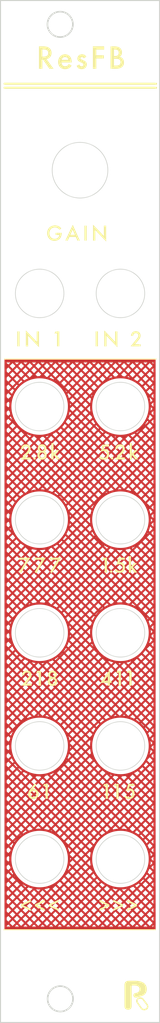
<source format=kicad_pcb>
(kicad_pcb (version 20240108) (generator "pcbnew") (generator_version "8.0")
  (layers (0 "F.Cu" signal) (31 "B.Cu" signal) (34 "B.Paste" user) (35 "F.Paste" user) (36 "B.SilkS" user "B.Silkscreen") (37 "F.SilkS" user "F.Silkscreen") (38 "B.Mask" user) (39 "F.Mask" user) (44 "Edge.Cuts" user))
  (net 0 "")
  (net 1 "GND")
  (gr_poly (pts (xy 111.576553 60.6686) (xy 111.266109 60.6686) (xy 111.068553 60.213517) (xy 110.264219 60.213517) (xy 110.059609 60.6686) (xy 109.749164 60.6686) (xy 110.09062 59.94188) (xy 110.384164 59.94188) (xy 110.952136 59.94188) (xy 110.673442 59.303353) (xy 110.384164 59.94188) (xy 110.09062 59.94188) (xy 110.684025 58.678936)) (stroke (width -0.000001)) (fill solid) (layer "F.SilkS"))
  (gr_poly (pts (xy 106.867875 86.271411) (xy 106.903849 86.274307) (xy 106.937838 86.278918) (xy 106.969884 86.285069) (xy 107.000029 86.292584) (xy 107.028313 86.301288) (xy 107.054778 86.311004) (xy 107.079466 86.321558) (xy 107.102417 86.332773) (xy 107.123673 86.344475) (xy 107.143276 86.356486) (xy 107.161266 86.368631) (xy 107.177686 86.380736) (xy 107.192575 86.392623) (xy 107.217931 86.415045) (xy 107.237155 86.434674) (xy 107.255138 86.455166) (xy 107.271881 86.476475) (xy 107.287384 86.498554) (xy 107.301647 86.521356) (xy 107.31467 86.544836) (xy 107.326452 86.568946) (xy 107.336994 86.593639) (xy 107.346295 86.618871) (xy 107.354357 86.644593) (xy 107.361178 86.670759) (xy 107.366759 86.697324) (xy 107.3711 86.72424) (xy 107.374201 86.751461) (xy 107.376061 86.77894) (xy 107.376681 86.806631) (xy 107.376432 86.822623) (xy 107.375682 86.838822) (xy 107.374425 86.855185) (xy 107.372657 86.871673) (xy 107.370372 86.888244) (xy 107.367565 86.904856) (xy 107.364231 86.921467) (xy 107.360365 86.938038) (xy 107.355961 86.954526) (xy 107.351015 86.970889) (xy 107.345521 86.987088) (xy 107.339474 87.00308) (xy 107.332869 87.018823) (xy 107.325701 87.034278) (xy 107.317964 87.049402) (xy 107.309653 87.064154) (xy 107.30283 87.07349) (xy 107.295584 87.082951) (xy 107.287903 87.092494) (xy 107.279777 87.102079) (xy 107.271197 87.111663) (xy 107.262152 87.121206) (xy 107.252632 87.130666) (xy 107.242626 87.140002) (xy 107.232123 87.149173) (xy 107.221114 87.158137) (xy 107.209589 87.166852) (xy 107.197536 87.175279) (xy 107.184946 87.183374) (xy 107.171808 87.191097) (xy 107.158112 87.198407) (xy 107.143848 87.205262) (xy 107.160135 87.212121) (xy 107.175922 87.21945) (xy 107.191202 87.227224) (xy 107.20597 87.235415) (xy 107.220221 87.244) (xy 107.233951 87.252951) (xy 107.247153 87.262243) (xy 107.259823 87.27185) (xy 107.271956 87.281746) (xy 107.283546 87.291906) (xy 107.294589 87.302304) (xy 107.305078 87.312913) (xy 107.31501 87.323709) (xy 107.324378 87.334665) (xy 107.333177 87.345755) (xy 107.341403 87.356954) (xy 107.33082 87.356954) (xy 107.343398 87.374309) (xy 107.354715 87.391942) (xy 107.364833 87.409803) (xy 107.373815 87.42784) (xy 107.381721 87.446001) (xy 107.388615 87.464234) (xy 107.394557 87.482488) (xy 107.399611 87.500711) (xy 107.403839 87.518852) (xy 107.407301 87.536858) (xy 107.41006 87.554678) (xy 107.412179 87.572261) (xy 107.413719 87.589554) (xy 107.414742 87.606506) (xy 107.415486 87.639181) (xy 107.414636 87.674199) (xy 107.412159 87.707827) (xy 107.408161 87.74008) (xy 107.402753 87.770975) (xy 107.396043 87.800526) (xy 107.388139 87.828749) (xy 107.37915 87.85566) (xy 107.369184 87.881274) (xy 107.35835 87.905606) (xy 107.346757 87.928672) (xy 107.334512 87.950487) (xy 107.321725 87.971067) (xy 107.308503 87.990428) (xy 107.294956 88.008584) (xy 107.281192 88.025552) (xy 107.26732 88.041347) (xy 107.250159 88.058442) (xy 107.231732 88.075259) (xy 107.212013 88.091684) (xy 107.190977 88.107602) (xy 107.168596 88.122899) (xy 107.144847 88.137463) (xy 107.119702 88.15118) (xy 107.093136 88.163935) (xy 107.065123 88.175615) (xy 107.035637 88.186107) (xy 107.004653 88.195297) (xy 106.972144 88.203071) (xy 106.95531 88.206391) (xy 106.938085 88.209315) (xy 106.920466 88.211828) (xy 106.90245 88.213916) (xy 106.884033 88.215565) (xy 106.865213 88.21676) (xy 106.845985 88.217487) (xy 106.826348 88.217733) (xy 106.787443 88.216799) (xy 106.750094 88.214061) (xy 106.714285 88.209617) (xy 106.68 88.203567) (xy 106.647224 88.196008) (xy 106.615942 88.187038) (xy 106.586138 88.176756) (xy 106.557796 88.165259) (xy 106.530901 88.152646) (xy 106.505437 88.139014) (xy 106.481389 88.124463) (xy 106.458742 88.109091) (xy 106.43748 88.092994) (xy 106.417587 88.076273) (xy 106.399048 88.059024) (xy 106.381848 88.041347) (xy 106.367394 88.026172) (xy 106.353198 88.009741) (xy 106.339354 87.992039) (xy 106.325954 87.973051) (xy 106.313092 87.95276) (xy 106.30086 87.931151) (xy 106.289352 87.90821) (xy 106.27866 87.883919) (xy 106.268878 87.858264) (xy 106.260098 87.83123) (xy 106.252414 87.8028) (xy 106.245918 87.77296) (xy 106.240704 87.741693) (xy 106.236864 87.708985) (xy 106.234492 87.674819) (xy 106.233842 87.64623) (xy 106.512376 87.64623) (xy 106.512707 87.660237) (xy 106.513699 87.67444) (xy 106.515352 87.688787) (xy 106.517668 87.703227) (xy 106.520644 87.717708) (xy 106.524282 87.732179) (xy 106.528582 87.746588) (xy 106.533542 87.760883) (xy 106.539165 87.775013) (xy 106.545449 87.788925) (xy 106.552394 87.802569) (xy 106.560001 87.815893) (xy 106.568269 87.828844) (xy 106.577199 87.841372) (xy 106.58679 87.853424) (xy 106.597042 87.86495) (xy 106.604694 87.873578) (xy 106.61311 87.88221) (xy 106.622312 87.890771) (xy 106.63232 87.899181) (xy 106.643155 87.907364) (xy 106.654837 87.915242) (xy 106.667388 87.922738) (xy 106.680827 87.929774) (xy 106.687887 87.933095) (xy 106.695176 87.936272) (xy 106.702698 87.939295) (xy 106.710455 87.942155) (xy 106.71845 87.944842) (xy 106.726685 87.947346) (xy 106.735163 87.949658) (xy 106.743886 87.951767) (xy 106.752858 87.953664) (xy 106.76208 87.95534) (xy 106.771555 87.956785) (xy 106.781286 87.957989) (xy 106.791276 87.958942) (xy 106.801526 87.959634) (xy 106.81204 87.960057) (xy 106.82282 87.9602) (xy 106.844114 87.959634) (xy 106.864354 87.957989) (xy 106.883561 87.95534) (xy 106.901754 87.951767) (xy 106.918956 87.947346) (xy 106.935185 87.942155) (xy 106.950464 87.936272) (xy 106.964813 87.929774) (xy 106.978253 87.922738) (xy 106.990803 87.915242) (xy 107.002485 87.907364) (xy 107.01332 87.899181) (xy 107.023328 87.890771) (xy 107.03253 87.88221) (xy 107.040947 87.873578) (xy 107.048598 87.86495) (xy 107.058851 87.852805) (xy 107.068442 87.840215) (xy 107.077372 87.827233) (xy 107.08564 87.813909) (xy 107.093246 87.800296) (xy 107.100192 87.786446) (xy 107.106476 87.772409) (xy 107.112098 87.758238) (xy 107.117059 87.743984) (xy 107.121358 87.729699) (xy 107.124996 87.715434) (xy 107.127973 87.701242) (xy 107.130288 87.687174) (xy 107.131942 87.673282) (xy 107.132934 87.659617) (xy 107.133265 87.64623) (xy 107.132894 87.630905) (xy 107.13179 87.615398) (xy 107.129963 87.599777) (xy 107.127422 87.58411) (xy 107.124178 87.568463) (xy 107.120242 87.552904) (xy 107.115624 87.5375) (xy 107.110334 87.522318) (xy 107.104383 87.507426) (xy 107.09778 87.49289) (xy 107.090537 87.478778) (xy 107.082663 87.465157) (xy 107.074169 87.452094) (xy 107.065066 87.439657) (xy 107.055362 87.427912) (xy 107.04507 87.416927) (xy 107.034164 87.406634) (xy 107.022643 87.39693) (xy 107.010553 87.387826) (xy 106.997941 87.379332) (xy 106.984854 87.371458) (xy 106.971338 87.364215) (xy 106.95744 87.357612) (xy 106.943206 87.351661) (xy 106.928682 87.346371) (xy 106.913916 87.341753) (xy 106.898953 87.337817) (xy 106.88384 87.334573) (xy 106.868624 87.332033) (xy 106.853351 87.330205) (xy 106.838067 87.329101) (xy 106.82282 87.328731) (xy 106.807573 87.329101) (xy 106.79229 87.330205) (xy 106.777017 87.332033) (xy 106.761801 87.334573) (xy 106.746688 87.337817) (xy 106.731725 87.341753) (xy 106.716958 87.346371) (xy 106.702435 87.351661) (xy 106.6882 87.357612) (xy 106.674302 87.364215) (xy 106.660786 87.371458) (xy 106.647699 87.379332) (xy 106.635088 87.387826) (xy 106.622998 87.39693) (xy 106.611477 87.406634) (xy 106.60057 87.416927) (xy 106.590278 87.427913) (xy 106.580575 87.439658) (xy 106.571471 87.452096) (xy 106.562977 87.465159) (xy 106.555104 87.47878) (xy 106.54786 87.492892) (xy 106.541258 87.507428) (xy 106.535306 87.52232) (xy 106.530017 87.537502) (xy 106.525398 87.552905) (xy 106.521462 87.568464) (xy 106.518219 87.58411) (xy 106.515678 87.599777) (xy 106.51385 87.615398) (xy 106.512746 87.630905) (xy 106.512376 87.64623) (xy 106.233842 87.64623) (xy 106.233681 87.639181) (xy 106.233857 87.623066) (xy 106.234425 87.606506) (xy 106.235448 87.589554) (xy 106.236988 87.572261) (xy 106.239107 87.554679) (xy 106.241867 87.536859) (xy 106.245329 87.518853) (xy 106.249556 87.500713) (xy 106.25461 87.48249) (xy 106.260553 87.464236) (xy 106.267447 87.446003) (xy 106.275353 87.427842) (xy 106.284334 87.409805) (xy 106.294453 87.391944) (xy 106.30577 87.37431) (xy 106.318348 87.356954) (xy 106.326574 87.345755) (xy 106.335373 87.334665) (xy 106.344741 87.323709) (xy 106.354673 87.312913) (xy 106.365162 87.302303) (xy 106.376205 87.291905) (xy 106.387795 87.281745) (xy 106.399928 87.271848) (xy 106.412598 87.262241) (xy 106.4258 87.252948) (xy 106.43953 87.243997) (xy 106.453781 87.235413) (xy 106.46855 87.227222) (xy 106.48383 87.219449) (xy 106.499616 87.21212) (xy 106.515904 87.205262) (xy 106.5016 87.198406) (xy 106.487798 87.191096) (xy 106.474503 87.183372) (xy 106.461719 87.175276) (xy 106.449452 87.16685) (xy 106.437707 87.158135) (xy 106.426489 87.149171) (xy 106.415803 87.140001) (xy 106.405654 87.130665) (xy 106.396048 87.121205) (xy 106.38699 87.111662) (xy 106.378485 87.102078) (xy 106.370538 87.092494) (xy 106.363155 87.082951) (xy 106.356339 87.07349) (xy 106.350098 87.064154) (xy 106.341206 87.049402) (xy 106.333038 87.034278) (xy 106.325572 87.018823) (xy 106.318789 87.003079) (xy 106.312667 86.987087) (xy 106.307186 86.970888) (xy 106.302325 86.954524) (xy 106.298063 86.938036) (xy 106.29438 86.921465) (xy 106.291256 86.904853) (xy 106.288668 86.888242) (xy 106.286598 86.871671) (xy 106.285023 86.855184) (xy 106.283924 86.83882) (xy 106.28328 86.822622) (xy 106.283116 86.810151) (xy 106.540598 86.810151) (xy 106.541004 86.825856) (xy 106.542196 86.84121) (xy 106.544133 86.856192) (xy 106.546772 86.870782) (xy 106.550072 86.884958) (xy 106.553993 86.898701) (xy 106.558492 86.911989) (xy 106.563529 86.924801) (xy 106.569061 86.937118) (xy 106.575049 86.948918) (xy 106.58145 86.96018) (xy 106.588223 86.970884) (xy 106.595327 86.98101) (xy 106.60272 86.990536) (xy 106.610361 86.999441) (xy 106.618209 87.007706) (xy 106.627872 87.017377) (xy 106.638294 87.026536) (xy 106.649409 87.035168) (xy 106.661149 87.043258) (xy 106.673447 87.050789) (xy 106.686236 87.057748) (xy 106.699449 87.064117) (xy 106.713018 87.069881) (xy 106.726877 87.075026) (xy 106.740958 87.079535) (xy 106.755194 87.083393) (xy 106.769518 87.086584) (xy 106.783862 87.089093) (xy 106.79816 87.090904) (xy 106.812345 87.092003) (xy 106.826348 87.092372) (xy 106.840351 87.092003) (xy 106.854536 87.090905) (xy 106.868834 87.089093) (xy 106.883178 87.086585) (xy 106.897502 87.083394) (xy 106.911738 87.079536) (xy 106.925819 87.075028) (xy 106.939678 87.069883) (xy 106.953247 87.064119) (xy 106.96646 87.05775) (xy 106.979249 87.050792) (xy 106.991547 87.04326) (xy 107.003287 87.03517) (xy 107.014402 87.026537) (xy 107.024824 87.017378) (xy 107.034487 87.007706) (xy 107.042335 86.99948) (xy 107.049976 86.990681) (xy 107.057369 86.981312) (xy 107.064473 86.971381) (xy 107.071246 86.960891) (xy 107.077647 86.949848) (xy 107.083635 86.938258) (xy 107.089168 86.926125) (xy 107.094204 86.913455) (xy 107.098704 86.900252) (xy 107.102624 86.886523) (xy 107.105925 86.872271) (xy 107.108564 86.857503) (xy 107.1105 86.842224) (xy 107.111692 86.826438) (xy 107.112098 86.810151) (xy 107.111731 86.793783) (xy 107.110644 86.777766) (xy 107.108866 86.762122) (xy 107.106421 86.74687) (xy 107.103335 86.732032) (xy 107.099634 86.717627) (xy 107.095344 86.703678) (xy 107.090491 86.690204) (xy 107.0851 86.677226) (xy 107.079198 86.664765) (xy 107.072809 86.652842) (xy 107.065961 86.641476) (xy 107.058679 86.63069) (xy 107.050989 86.620503) (xy 107.042916 86.610936) (xy 107.034487 86.602011) (xy 107.02498 86.593581) (xy 107.014988 86.585508) (xy 107.00452 86.577818) (xy 106.993587 86.570536) (xy 106.982199 86.563688) (xy 106.970367 86.557299) (xy 106.958101 86.551397) (xy 106.945411 86.546007) (xy 106.932307 86.541153) (xy 106.918801 86.536863) (xy 106.904901 86.533163) (xy 106.89062 86.530077) (xy 106.875966 86.527632) (xy 106.860951 86.525853) (xy 106.845584 86.524767) (xy 106.829876 86.524399) (xy 106.814129 86.524767) (xy 106.798656 86.525853) (xy 106.783483 86.527632) (xy 106.768636 86.530077) (xy 106.75414 86.533163) (xy 106.740021 86.536863) (xy 106.726305 86.541153) (xy 106.713018 86.546007) (xy 106.700186 86.551397) (xy 106.687835 86.557299) (xy 106.67599 86.563688) (xy 106.664677 86.570536) (xy 106.653922 86.577818) (xy 106.643751 86.585508) (xy 106.63419 86.593581) (xy 106.625265 86.602011) (xy 106.618209 86.602011) (xy 106.609199 86.611557) (xy 106.600694 86.621661) (xy 106.592707 86.632303) (xy 106.585247 86.643462) (xy 106.578324 86.655117) (xy 106.571948 86.667247) (xy 106.566131 86.679832) (xy 106.560883 86.692851) (xy 106.556213 86.706284) (xy 106.552132 86.720109) (xy 106.548651 86.734307) (xy 106.545779 86.748856) (xy 106.543528 86.763735) (xy 106.541907 86.778925) (xy 106.540927 86.794403) (xy 106.540598 86.810151) (xy 106.283116 86.810151) (xy 106.28307 86.806631) (xy 106.28369 86.77894) (xy 106.28555 86.751461) (xy 106.288651 86.72424) (xy 106.292992 86.697324) (xy 106.298573 86.670759) (xy 106.305394 86.644593) (xy 106.313456 86.618871) (xy 106.322757 86.593639) (xy 106.333299 86.568946) (xy 106.345082 86.544836) (xy 106.358104 86.521356) (xy 106.372367 86.498554) (xy 106.38787 86.476475) (xy 106.404613 86.455166) (xy 106.422596 86.434674) (xy 106.44182 86.415045) (xy 106.453774 86.404118) (xy 106.467176 86.392623) (xy 106.482066 86.380736) (xy 106.498485 86.368631) (xy 106.516475 86.356486) (xy 106.536078 86.344475) (xy 106.557334 86.332773) (xy 106.580285 86.321558) (xy 106.604973 86.311004) (xy 106.617981 86.30603) (xy 106.631438 86.301288) (xy 106.64535 86.296798) (xy 106.659722 86.292584) (xy 106.67456 86.288667) (xy 106.689867 86.285069) (xy 106.70565 86.281812) (xy 106.721913 86.278918) (xy 106.738662 86.276409) (xy 106.755903 86.274307) (xy 106.773639 86.272633) (xy 106.791876 86.271411) (xy 106.81062 86.270662) (xy 106.829876 86.270407)) (stroke (width -0.000001)) (fill solid) (layer "F.SilkS"))
  (gr_poly (pts (xy 114.987913 102.412781) (xy 114.698634 102.412781) (xy 114.698634 100.797059) (xy 114.370551 100.797059) (xy 114.529301 100.532477) (xy 114.987913 100.532477)) (stroke (width -0.000001)) (fill solid) (layer "F.SilkS"))
  (gr_poly (pts (xy 108.052303 102.479813) (xy 107.826525 102.338705) (xy 108.761386 100.797069) (xy 108.761387 100.797059) (xy 107.837109 100.797059) (xy 107.837109 100.532477) (xy 109.237636 100.532477)) (stroke (width -0.000001)) (fill solid) (layer "F.SilkS"))
  (gr_poly (pts (xy 115.107857 130.860762) (xy 114.81858 130.860762) (xy 114.81858 129.24505) (xy 114.490495 129.24505) (xy 114.649247 128.980462) (xy 115.107857 128.980462)) (stroke (width -0.000001)) (fill solid) (layer "F.SilkS"))
  (gr_poly (pts (xy 107.15272 143.804179) (xy 106.221387 144.245148) (xy 107.15272 144.686127) (xy 107.15272 144.957764) (xy 105.928582 144.361572) (xy 105.928582 144.128733) (xy 107.15272 143.532542)) (stroke (width -0.000001)) (fill solid) (layer "F.SilkS"))
  (gr_poly (pts (xy 108.17497 114.725733) (xy 108.210944 114.728628) (xy 108.244933 114.73324) (xy 108.276979 114.739391) (xy 108.307124 114.746906) (xy 108.335408 114.75561) (xy 108.361873 114.765326) (xy 108.386561 114.77588) (xy 108.409512 114.787095) (xy 108.430768 114.798796) (xy 108.450371 114.810808) (xy 108.468361 114.822953) (xy 108.484781 114.835058) (xy 108.49967 114.846945) (xy 108.525026 114.869367) (xy 108.54425 114.888996) (xy 108.562233 114.909488) (xy 108.578976 114.930797) (xy 108.594479 114.952876) (xy 108.608742 114.975678) (xy 108.621764 114.999158) (xy 108.633547 115.023268) (xy 108.644089 115.047961) (xy 108.65339 115.073193) (xy 108.661452 115.098915) (xy 108.668273 115.125081) (xy 108.673854 115.151646) (xy 108.678195 115.178562) (xy 108.681296 115.205783) (xy 108.683156 115.233262) (xy 108.683776 115.260953) (xy 108.683527 115.276945) (xy 108.682777 115.293144) (xy 108.681521 115.309507) (xy 108.679752 115.325995) (xy 108.677467 115.342566) (xy 108.674661 115.359178) (xy 108.671327 115.375789) (xy 108.66746 115.39236) (xy 108.663057 115.408848) (xy 108.65811 115.425211) (xy 108.652616 115.44141) (xy 108.646569 115.457401) (xy 108.639964 115.473145) (xy 108.632796 115.4886) (xy 108.625059 115.503724) (xy 108.616749 115.518475) (xy 108.609926 115.527812) (xy 108.602679 115.537273) (xy 108.594998 115.546816) (xy 108.586873 115.556401) (xy 108.578293 115.565985) (xy 108.569248 115.575528) (xy 108.559727 115.584989) (xy 108.549721 115.594325) (xy 108.539218 115.603496) (xy 108.52821 115.61246) (xy 108.516684 115.621176) (xy 108.504631 115.629603) (xy 108.492041 115.637699) (xy 108.478903 115.645422) (xy 108.465207 115.652733) (xy 108.450943 115.659589) (xy 108.467231 115.666447) (xy 108.483017 115.673776) (xy 108.498297 115.681548) (xy 108.513065 115.689739) (xy 108.527317 115.698323) (xy 108.541046 115.707274) (xy 108.554249 115.716566) (xy 108.566919 115.726172) (xy 108.579052 115.736069) (xy 108.590642 115.746228) (xy 108.601684 115.756626) (xy 108.612174 115.767235) (xy 108.622105 115.778031) (xy 108.631473 115.788987) (xy 108.640273 115.800077) (xy 108.648499 115.811276) (xy 108.637915 115.811276) (xy 108.650493 115.828631) (xy 108.66181 115.846264) (xy 108.671928 115.864125) (xy 108.68091 115.882162) (xy 108.688816 115.900323) (xy 108.69571 115.918556) (xy 108.701653 115.93681) (xy 108.706707 115.955033) (xy 108.710934 115.973174) (xy 108.714396 115.99118) (xy 108.717156 116.009) (xy 108.719275 116.026583) (xy 108.720814 116.043876) (xy 108.721838 116.060828) (xy 108.722582 116.093503) (xy 108.721732 116.128521) (xy 108.719254 116.162149) (xy 108.715257 116.194402) (xy 108.709849 116.225297) (xy 108.703139 116.254848) (xy 108.695235 116.283071) (xy 108.686245 116.309982) (xy 108.67628 116.335596) (xy 108.665446 116.359928) (xy 108.653852 116.382994) (xy 108.641607 116.404809) (xy 108.62882 116.425389) (xy 108.615598 116.44475) (xy 108.602051 116.462906) (xy 108.588287 116.479874) (xy 108.574415 116.495668) (xy 108.557254 116.512764) (xy 108.538827 116.529581) (xy 108.519108 116.546006) (xy 108.498072 116.561923) (xy 108.475691 116.577221) (xy 108.451942 116.591785) (xy 108.426797 116.605502) (xy 108.400231 116.618257) (xy 108.372218 116.629937) (xy 108.342732 116.640429) (xy 108.311748 116.649619) (xy 108.279239 116.657393) (xy 108.262405 116.660713) (xy 108.24518 116.663637) (xy 108.227561 116.66615) (xy 108.209545 116.668238) (xy 108.191128 116.669886) (xy 108.172308 116.671082) (xy 108.15308 116.671809) (xy 108.133443 116.672055) (xy 108.094538 116.67112) (xy 108.057189 116.668383) (xy 108.02138 116.663939) (xy 107.987095 116.657889) (xy 107.954319 116.65033) (xy 107.923037 116.64136) (xy 107.893233 116.631077) (xy 107.864891 116.619581) (xy 107.837996 116.606967) (xy 107.812532 116.593336) (xy 107.788485 116.578785) (xy 107.765837 116.563413) (xy 107.744575 116.547316) (xy 107.724682 116.530595) (xy 107.706143 116.513346) (xy 107.688943 116.495668) (xy 107.674489 116.480494) (xy 107.660293 116.464063) (xy 107.646449 116.446361) (xy 107.63305 116.427373) (xy 107.620187 116.407082) (xy 107.607955 116.385473) (xy 107.596447 116.362532) (xy 107.585755 116.338241) (xy 107.575973 116.312586) (xy 107.567193 116.285552) (xy 107.559509 116.257122) (xy 107.553013 116.227282) (xy 107.547799 116.196015) (xy 107.543959 116.163307) (xy 107.541588 116.129141) (xy 107.540937 116.100552) (xy 107.819471 116.100552) (xy 107.819802 116.114559) (xy 107.820794 116.128762) (xy 107.822447 116.143109) (xy 107.824763 116.157549) (xy 107.827739 116.17203) (xy 107.831377 116.186501) (xy 107.835677 116.20091) (xy 107.840638 116.215205) (xy 107.84626 116.229335) (xy 107.852544 116.243247) (xy 107.859489 116.256891) (xy 107.867096 116.270215) (xy 107.875364 116.283166) (xy 107.884294 116.295694) (xy 107.893885 116.307746) (xy 107.904137 116.319272) (xy 107.911789 116.3279) (xy 107.920205 116.336532) (xy 107.929407 116.345093) (xy 107.939415 116.353504) (xy 107.95025 116.361687) (xy 107.961932 116.369566) (xy 107.974483 116.377062) (xy 107.987922 116.384098) (xy 107.994982 116.38742) (xy 108.002271 116.390597) (xy 108.009793 116.39362) (xy 108.01755 116.396481) (xy 108.025545 116.399168) (xy 108.03378 116.401672) (xy 108.042258 116.403984) (xy 108.050981 116.406093) (xy 108.059952 116.407991) (xy 108.069174 116.409667) (xy 108.07865 116.411112) (xy 108.088381 116.412315) (xy 108.09837 116.413269) (xy 108.108621 116.413961) (xy 108.119135 116.414384) (xy 108.129915 116.414527) (xy 108.151209 116.413961) (xy 108.171449 116.412315) (xy 108.190655 116.409667) (xy 108.208849 116.406093) (xy 108.22605 116.401672) (xy 108.24228 116.396481) (xy 108.257559 116.390597) (xy 108.271908 116.384098) (xy 108.285347 116.377062) (xy 108.297898 116.369566) (xy 108.30958 116.361687) (xy 108.320415 116.353504) (xy 108.330423 116.345093) (xy 108.339625 116.336532) (xy 108.348041 116.3279) (xy 108.355693 116.319272) (xy 108.365945 116.307127) (xy 108.375536 116.294537) (xy 108.384466 116.281555) (xy 108.392734 116.268231) (xy 108.400341 116.254618) (xy 108.407286 116.240768) (xy 108.41357 116.226731) (xy 108.419192 116.212559) (xy 108.424153 116.198306) (xy 108.428453 116.184021) (xy 108.432091 116.169756) (xy 108.435067 116.155564) (xy 108.437383 116.141496) (xy 108.439036 116.127604) (xy 108.440028 116.113938) (xy 108.440359 116.100552) (xy 108.439989 116.085226) (xy 108.438885 116.06972) (xy 108.437057 116.054099) (xy 108.434516 116.038432) (xy 108.431273 116.022785) (xy 108.427337 116.007226) (xy 108.422718 115.991822) (xy 108.417428 115.97664) (xy 108.411477 115.961748) (xy 108.404874 115.947212) (xy 108.397631 115.9331) (xy 108.389757 115.919479) (xy 108.381264 115.906416) (xy 108.37216 115.893979) (xy 108.362457 115.882234) (xy 108.352165 115.871248) (xy 108.341258 115.860957) (xy 108.329737 115.851254) (xy 108.317648 115.84215) (xy 108.305036 115.833656) (xy 108.291949 115.825782) (xy 108.278433 115.818539) (xy 108.264535 115.811936) (xy 108.2503 115.805985) (xy 108.235777 115.800695) (xy 108.22101 115.796076) (xy 108.206047 115.79214) (xy 108.190934 115.788896) (xy 108.175718 115.786355) (xy 108.160445 115.784527) (xy 108.145162 115.783423) (xy 108.129915 115.783053) (xy 108.114668 115.783423) (xy 108.099384 115.784527) (xy 108.084111 115.786355) (xy 108.068895 115.788896) (xy 108.053783 115.79214) (xy 108.03882 115.796076) (xy 108.024053 115.800695) (xy 108.00953 115.805985) (xy 107.995295 115.811936) (xy 107.981397 115.818539) (xy 107.967881 115.825782) (xy 107.954794 115.833656) (xy 107.942183 115.84215) (xy 107.930093 115.851254) (xy 107.918572 115.860957) (xy 107.907665 115.871248) (xy 107.897373 115.882234) (xy 107.88767 115.89398) (xy 107.878566 115.906418) (xy 107.870072 115.919481) (xy 107.862199 115.933102) (xy 107.854955 115.947214) (xy 107.848353 115.96175) (xy 107.842401 115.976642) (xy 107.837111 115.991824) (xy 107.832493 116.007227) (xy 107.828557 116.022786) (xy 107.825314 116.038432) (xy 107.822773 116.054099) (xy 107.820945 116.06972) (xy 107.819841 116.085227) (xy 107.819471 116.100552) (xy 107.540937 116.100552) (xy 107.540776 116.093503) (xy 107.540952 116.077388) (xy 107.54152 116.060828) (xy 107.542544 116.043876) (xy 107.544083 116.026583) (xy 107.546202 116.009001) (xy 107.548962 115.991181) (xy 107.552424 115.973175) (xy 107.556651 115.955035) (xy 107.561705 115.936812) (xy 107.567648 115.918558) (xy 107.574542 115.900325) (xy 107.582448 115.882164) (xy 107.591429 115.864127) (xy 107.601548 115.846266) (xy 107.612865 115.828632) (xy 107.625443 115.811276) (xy 107.633669 115.800077) (xy 107.642468 115.788987) (xy 107.651837 115.778031) (xy 107.661768 115.767235) (xy 107.672257 115.756625) (xy 107.6833 115.746227) (xy 107.69489 115.736067) (xy 107.707023 115.72617) (xy 107.719693 115.716563) (xy 107.732895 115.707272) (xy 107.746625 115.698321) (xy 107.760876 115.689737) (xy 107.775645 115.681546) (xy 107.790924 115.673774) (xy 107.806711 115.666446) (xy 107.822998 115.659589) (xy 107.808695 115.652732) (xy 107.794893 115.645421) (xy 107.781598 115.637697) (xy 107.768814 115.6296) (xy 107.756547 115.621174) (xy 107.744801 115.612458) (xy 107.733583 115.603494) (xy 107.722898 115.594323) (xy 107.712749 115.584987) (xy 107.703143 115.575527) (xy 107.694086 115.565984) (xy 107.68558 115.5564) (xy 107.677634 115.546816) (xy 107.67025 115.537273) (xy 107.663435 115.527812) (xy 107.657193 115.518475) (xy 107.648301 115.503724) (xy 107.640133 115.4886) (xy 107.632667 115.473145) (xy 107.625884 115.457401) (xy 107.619762 115.441409) (xy 107.614281 115.42521) (xy 107.60942 115.408846) (xy 107.605158 115.392358) (xy 107.601475 115.375787) (xy 107.598351 115.359175) (xy 107.595763 115.342563) (xy 107.593693 115.325993) (xy 107.592118 115.309505) (xy 107.591019 115.293142) (xy 107.590375 115.276944) (xy 107.590211 115.264473) (xy 107.847693 115.264473) (xy 107.8481 115.280178) (xy 107.849292 115.295532) (xy 107.851228 115.310514) (xy 107.853867 115.325104) (xy 107.857167 115.33928) (xy 107.861088 115.353023) (xy 107.865587 115.366311) (xy 107.870624 115.379123) (xy 107.876157 115.39144) (xy 107.882144 115.40324) (xy 107.888545 115.414502) (xy 107.895318 115.425206) (xy 107.902422 115.435332) (xy 107.909815 115.444858) (xy 107.917456 115.453763) (xy 107.925304 115.462028) (xy 107.934967 115.471699) (xy 107.945389 115.480858) (xy 107.956504 115.48949) (xy 107.968244 115.49758) (xy 107.980542 115.505111) (xy 107.993331 115.51207) (xy 108.006544 115.518439) (xy 108.020113 115.524203) (xy 108.033972 115.529348) (xy 108.048053 115.533857) (xy 108.062289 115.537715) (xy 108.076612 115.540906) (xy 108.090957 115.543415) (xy 108.105255 115.545226) (xy 108.119439 115.546325) (xy 108.133443 115.546694) (xy 108.147446 115.546325) (xy 108.161631 115.545227) (xy 108.175929 115.543415) (xy 108.190273 115.540907) (xy 108.204597 115.537716) (xy 108.218833 115.533858) (xy 108.232914 115.529349) (xy 108.246773 115.524205) (xy 108.260342 115.518441) (xy 108.273555 115.512072) (xy 108.286344 115.505114) (xy 108.298642 115.497582) (xy 108.310382 115.489492) (xy 108.321497 115.480859) (xy 108.331919 115.4717) (xy 108.341581 115.462028) (xy 108.349429 115.453802) (xy 108.357071 115.445003) (xy 108.364464 115.435635) (xy 108.371568 115.425703) (xy 108.378341 115.415214) (xy 108.384742 115.404172) (xy 108.390729 115.392582) (xy 108.396262 115.380449) (xy 108.401299 115.367779) (xy 108.405798 115.354576) (xy 108.409719 115.340847) (xy 108.413019 115.326595) (xy 108.415658 115.311827) (xy 108.417594 115.296547) (xy 108.418786 115.28076) (xy 108.419193 115.264473) (xy 108.418825 115.248105) (xy 108.417739 115.232088) (xy 108.41596 115.216444) (xy 108.413515 115.201192) (xy 108.410429 115.186354) (xy 108.406728 115.171949) (xy 108.402438 115.158) (xy 108.397585 115.144526) (xy 108.392194 115.131548) (xy 108.386292 115.119087) (xy 108.379904 115.107164) (xy 108.373056 115.095798) (xy 108.365774 115.085012) (xy 108.358083 115.074825) (xy 108.350011 115.065258) (xy 108.341581 115.056333) (xy 108.332075 115.047903) (xy 108.322082 115.03983) (xy 108.311614 115.03214) (xy 108.300682 115.024858) (xy 108.289294 115.018009) (xy 108.277462 115.011621) (xy 108.265195 115.005719) (xy 108.252505 115.000328) (xy 108.239402 114.995475) (xy 108.225895 114.991185) (xy 108.211996 114.987485) (xy 108.197715 114.984399) (xy 108.183061 114.981954) (xy 108.168045 114.980175) (xy 108.152679 114.979089) (xy 108.136971 114.978721) (xy 108.121224 114.979089) (xy 108.105751 114.980175) (xy 108.090578 114.981954) (xy 108.075731 114.984399) (xy 108.061234 114.987485) (xy 108.047116 114.991185) (xy 108.0334 114.995475) (xy 108.020113 115.000328) (xy 108.007281 115.005719) (xy 107.994929 115.011621) (xy 107.983084 115.018009) (xy 107.971771 115.024858) (xy 107.961017 115.03214) (xy 107.950846 115.03983) (xy 107.941285 115.047903) (xy 107.93236 115.056333) (xy 107.925304 115.056333) (xy 107.916293 115.065879) (xy 107.907789 115.075983) (xy 107.899802 115.086625) (xy 107.892341 115.097784) (xy 107.885418 115.109439) (xy 107.879043 115.121569) (xy 107.873226 115.134154) (xy 107.867978 115.147173) (xy 107.863308 115.160606) (xy 107.859227 115.174431) (xy 107.855746 115.188629) (xy 107.852875 115.203177) (xy 107.850623 115.218057) (xy 107.849002 115.233246) (xy 107.848022 115.248725) (xy 107.847693 115.264473) (xy 107.590211 115.264473) (xy 107.590165 115.260953) (xy 107.590785 115.233262) (xy 107.592646 115.205783) (xy 107.595746 115.178562) (xy 107.600087 115.151646) (xy 107.605668 115.125081) (xy 107.612489 115.098915) (xy 107.620551 115.073193) (xy 107.629853 115.047961) (xy 107.640395 115.023268) (xy 107.652177 114.999158) (xy 107.665199 114.975678) (xy 107.679462 114.952876) (xy 107.694965 114.930797) (xy 107.711708 114.909488) (xy 107.729691 114.888996) (xy 107.748915 114.869367) (xy 107.760869 114.85844) (xy 107.774271 114.846945) (xy 107.789161 114.835058) (xy 107.80558 114.822953) (xy 107.82357 114.810808) (xy 107.843173 114.798796) (xy 107.864429 114.787095) (xy 107.88738 114.77588) (xy 107.912068 114.765326) (xy 107.925076 114.760352) (xy 107.938533 114.75561) (xy 107.952445 114.75112) (xy 107.966817 114.746906) (xy 107.981655 114.742989) (xy 107.996962 114.739391) (xy 108.012745 114.736134) (xy 108.029008 114.73324) (xy 108.045757 114.730731) (xy 108.062998 114.728628) (xy 108.080734 114.726955) (xy 108.098971 114.725733) (xy 108.117715 114.724983) (xy 108.136971 114.724729)) (stroke (width -0.000001)) (fill solid) (layer "F.SilkS"))
  (gr_poly (pts (xy 113.84844 73.964793) (xy 113.559163 73.964793) (xy 113.559163 72.084486) (xy 113.84844 72.084486)) (stroke (width -0.000001)) (fill solid) (layer "F.SilkS"))
  (gr_poly (pts (xy 115.259551 144.128744) (xy 115.259551 144.361583) (xy 114.035412 144.957774) (xy 114.035412 144.686147) (xy 114.966745 144.245168) (xy 114.035412 143.804199) (xy 114.035412 143.532552)) (stroke (width -0.000001)) (fill solid) (layer "F.SilkS"))
  (gr_poly (pts (xy 107.547831 130.860762) (xy 107.258554 130.860762) (xy 107.258554 129.24505) (xy 106.930471 129.24505) (xy 107.08922 128.980462) (xy 107.547831 128.980462)) (stroke (width -0.000001)) (fill solid) (layer "F.SilkS"))
  (gr_poly (pts (xy 114.596329 60.090045) (xy 114.596329 58.788296) (xy 114.885606 58.788296) (xy 114.885606 60.78502) (xy 113.520357 59.356268) (xy 113.520357 60.67213) (xy 113.23108 60.67213) (xy 113.23108 58.661294)) (stroke (width -0.000001)) (fill solid) (layer "F.SilkS"))
  (gr_poly (pts (xy 118.759106 144.128744) (xy 118.759106 144.361583) (xy 117.534968 144.957774) (xy 117.534968 144.686147) (xy 118.4663 144.245168) (xy 117.534968 143.804199) (xy 117.534968 143.532552)) (stroke (width -0.000001)) (fill solid) (layer "F.SilkS"))
  (gr_poly (pts (xy 115.929818 36.243686) (xy 115.993392 36.245437) (xy 116.054092 36.248501) (xy 116.112054 36.252996) (xy 116.167412 36.259041) (xy 116.220299 36.266755) (xy 116.270851 36.276258) (xy 116.319201 36.287667) (xy 116.365484 36.301102) (xy 116.409834 36.316682) (xy 116.452386 36.334525) (xy 116.493274 36.35475) (xy 116.532633 36.377476) (xy 116.570596 36.402823) (xy 116.607298 36.430908) (xy 116.642874 36.461851) (xy 116.670408 36.489389) (xy 116.696128 36.517779) (xy 116.72004 36.547047) (xy 116.742148 36.57722) (xy 116.762458 36.608324) (xy 116.780974 36.640383) (xy 116.797703 36.673424) (xy 116.812648 36.707473) (xy 116.825816 36.742555) (xy 116.837212 36.778696) (xy 116.84684 36.815923) (xy 116.854706 36.854261) (xy 116.860815 36.893736) (xy 116.865172 36.934373) (xy 116.867783 36.976199) (xy 116.868652 37.01924) (xy 116.868437 37.039824) (xy 116.867763 37.060553) (xy 116.866582 37.081407) (xy 116.864848 37.102363) (xy 116.862515 37.123402) (xy 116.859536 37.144504) (xy 116.855865 37.165646) (xy 116.851454 37.186809) (xy 116.846258 37.207973) (xy 116.84023 37.229115) (xy 116.833323 37.250216) (xy 116.825492 37.271255) (xy 116.816688 37.292212) (xy 116.806867 37.313065) (xy 116.795981 37.333794) (xy 116.783984 37.354379) (xy 116.771841 37.37427) (xy 116.759263 37.392957) (xy 116.746313 37.410476) (xy 116.733053 37.426863) (xy 116.719544 37.442155) (xy 116.70585 37.456388) (xy 116.692032 37.469597) (xy 116.678152 37.48182) (xy 116.664272 37.493091) (xy 116.650453 37.503448) (xy 116.636759 37.512926) (xy 116.623251 37.521562) (xy 116.609991 37.529392) (xy 116.597041 37.536452) (xy 116.584462 37.542778) (xy 116.572318 37.548406) (xy 116.596468 37.555317) (xy 116.630582 37.56599) (xy 116.650767 37.572983) (xy 116.672715 37.581211) (xy 116.696182 37.590772) (xy 116.720926 37.601764) (xy 116.746703 37.614286) (xy 116.773271 37.628436) (xy 116.800386 37.644312) (xy 116.827807 37.662012) (xy 116.855289 37.681634) (xy 116.868978 37.692197) (xy 116.882591 37.703277) (xy 116.896098 37.714887) (xy 116.909468 37.727039) (xy 116.922673 37.739745) (xy 116.93568 37.753017) (xy 116.962778 37.783804) (xy 116.987266 37.815257) (xy 117.009264 37.847299) (xy 117.02889 37.879852) (xy 117.046262 37.91284) (xy 117.061501 37.946184) (xy 117.074724 37.979807) (xy 117.08605 38.013632) (xy 117.095599 38.047581) (xy 117.103489 38.081576) (xy 117.109839 38.11554) (xy 117.114768 38.149396) (xy 117.118395 38.183066) (xy 117.120838 38.216472) (xy 117.122217 38.249537) (xy 117.122651 38.282184) (xy 117.122062 38.320019) (xy 117.12026 38.356825) (xy 117.117186 38.39265) (xy 117.112784 38.427539) (xy 117.106997 38.46154) (xy 117.099768 38.494698) (xy 117.091041 38.527061) (xy 117.080758 38.558674) (xy 117.068863 38.589584) (xy 117.055299 38.619838) (xy 117.040009 38.649482) (xy 117.022936 38.678563) (xy 117.004024 38.707127) (xy 116.983215 38.735221) (xy 116.960452 38.762891) (xy 116.93568 38.790184) (xy 116.914159 38.811769) (xy 116.891962 38.832225) (xy 116.869136 38.851582) (xy 116.845728 38.869869) (xy 116.797355 38.903348) (xy 116.747219 38.932894) (xy 116.695698 38.958739) (xy 116.64317 38.981118) (xy 116.590011 39.000261) (xy 116.536599 39.016403) (xy 116.483311 39.029774) (xy 116.430525 39.040608) (xy 116.378616 39.049137) (xy 116.327964 39.055594) (xy 116.278944 39.060211) (xy 116.231935 39.063221) (xy 116.145456 39.06535) (xy 115.439902 39.06535) (xy 115.439902 38.659656) (xy 115.866765 38.659656) (xy 116.12782 38.659656) (xy 116.177126 38.658574) (xy 116.231227 38.654971) (xy 116.259508 38.652055) (xy 116.288306 38.648308) (xy 116.317392 38.643661) (xy 116.346541 38.638049) (xy 116.375525 38.631402) (xy 116.404116 38.623655) (xy 116.432086 38.61474) (xy 116.459209 38.60459) (xy 116.485258 38.593137) (xy 116.510004 38.580316) (xy 116.53322 38.566057) (xy 116.554679 38.550295) (xy 116.570217 38.537119) (xy 116.585052 38.522769) (xy 116.599142 38.507313) (xy 116.612447 38.490819) (xy 116.624926 38.473353) (xy 116.636536 38.454983) (xy 116.647236 38.435776) (xy 116.656986 38.415799) (xy 116.665743 38.395119) (xy 116.673467 38.373803) (xy 116.680116 38.351919) (xy 116.685649 38.329533) (xy 116.690024 38.306714) (xy 116.6932 38.283528) (xy 116.695137 38.260042) (xy 116.695791 38.236323) (xy 116.695299 38.215167) (xy 116.693834 38.194072) (xy 116.691419 38.173102) (xy 116.688074 38.152318) (xy 116.68382 38.131782) (xy 116.678676 38.111555) (xy 116.672664 38.091701) (xy 116.665805 38.072281) (xy 116.658119 38.053357) (xy 116.649627 38.034992) (xy 116.64035 38.017246) (xy 116.630307 38.000182) (xy 116.619521 37.983863) (xy 116.608011 37.96835) (xy 116.595798 37.953705) (xy 116.582903 37.93999) (xy 116.571505 37.929693) (xy 116.559811 37.91996) (xy 116.547834 37.910774) (xy 116.535588 37.902121) (xy 116.510341 37.88635) (xy 116.48418 37.872521) (xy 116.457213 37.860511) (xy 116.429548 37.850197) (xy 116.401294 37.841453) (xy 116.372559 37.834156) (xy 116.343452 37.828183) (xy 116.314082 37.823408) (xy 116.284557 37.819708) (xy 116.254985 37.816958) (xy 116.225475 37.815036) (xy 116.196136 37.813817) (xy 116.138403 37.81299) (xy 115.866765 37.81299) (xy 115.866765 38.659656) (xy 115.439902 38.659656) (xy 115.439902 37.456684) (xy 115.866764 37.456684) (xy 115.997291 37.456684) (xy 116.038639 37.455892) (xy 116.06038 37.454754) (xy 116.082674 37.452991) (xy 116.105402 37.450505) (xy 116.128445 37.447196) (xy 116.151685 37.442968) (xy 116.175002 37.437722) (xy 116.198278 37.43136) (xy 116.221394 37.423784) (xy 116.24423 37.414894) (xy 116.266669 37.404594) (xy 116.288591 37.392785) (xy 116.309877 37.379369) (xy 116.330409 37.364248) (xy 116.340355 37.356017) (xy 116.350068 37.347323) (xy 116.359072 37.338603) (xy 116.367574 37.329649) (xy 116.375588 37.320477) (xy 116.383127 37.311101) (xy 116.390206 37.301537) (xy 116.39684 37.291799) (xy 116.408827 37.271862) (xy 116.419202 37.251407) (xy 116.428079 37.230555) (xy 116.43557 37.209424) (xy 116.441791 37.188132) (xy 116.446853 37.166799) (xy 116.450872 37.145544) (xy 116.453961 37.124485) (xy 116.456233 37.103741) (xy 116.457802 37.083432) (xy 116.458782 37.063675) (xy 116.45943 37.026295) (xy 116.45925 37.010222) (xy 116.458651 36.993788) (xy 116.457546 36.977043) (xy 116.455847 36.960039) (xy 116.453466 36.942829) (xy 116.450314 36.925464) (xy 116.446305 36.907996) (xy 116.44135 36.890476) (xy 116.435361 36.872956) (xy 116.428251 36.855488) (xy 116.419932 36.838123) (xy 116.410316 36.820913) (xy 116.399315 36.803909) (xy 116.386841 36.787165) (xy 116.372807 36.77073) (xy 116.357124 36.754657) (xy 116.338359 36.738353) (xy 116.319124 36.723775) (xy 116.299445 36.71083) (xy 116.279347 36.699425) (xy 116.258857 36.689467) (xy 116.237999 36.680863) (xy 116.216801 36.67352) (xy 116.195287 36.667344) (xy 116.173484 36.662244) (xy 116.151417 36.658125) (xy 116.129113 36.654895) (xy 116.106596 36.652461) (xy 116.083894 36.65073) (xy 116.061031 36.649609) (xy 116.014929 36.648823) (xy 115.866764 36.648823) (xy 115.866764 37.456684) (xy 115.439902 37.456684) (xy 115.439902 36.243129) (xy 115.863236 36.243129)) (stroke (width -0.000001)) (fill solid) (layer "F.SilkS"))
  (gr_poly (pts (xy 108.479238 58.749909) (xy 108.51117 58.751174) (xy 108.543154 58.753306) (xy 108.575132 58.756328) (xy 108.607048 58.760259) (xy 108.638845 58.76512) (xy 108.670467 58.770931) (xy 108.701856 58.777715) (xy 108.732956 58.78549) (xy 108.763709 58.794279) (xy 108.79406 58.804101) (xy 108.82395 58.814977) (xy 108.853324 58.826928) (xy 108.882124 58.839974) (xy 108.910293 58.854137) (xy 108.937776 58.869437) (xy 108.966182 58.88621) (xy 108.993208 58.903412) (xy 109.01888 58.920976) (xy 109.043223 58.938834) (xy 109.066265 58.95692) (xy 109.08803 58.975165) (xy 109.108545 58.993504) (xy 109.127835 59.011869) (xy 109.145926 59.030193) (xy 109.162844 59.048408) (xy 109.178615 59.066447) (xy 109.193264 59.084244) (xy 109.206818 59.10173) (xy 109.219302 59.11884) (xy 109.230743 59.135505) (xy 109.241165 59.151658) (xy 109.01186 59.313935) (xy 109.000951 59.29931) (xy 108.989412 59.284576) (xy 108.977273 59.269791) (xy 108.964566 59.25501) (xy 108.951321 59.240292) (xy 108.93757 59.225693) (xy 108.923343 59.211269) (xy 108.908673 59.197078) (xy 108.893588 59.183176) (xy 108.878121 59.16962) (xy 108.862303 59.156468) (xy 108.846165 59.143775) (xy 108.829737 59.131599) (xy 108.81305 59.119997) (xy 108.796137 59.109025) (xy 108.779027 59.098741) (xy 108.759102 59.087365) (xy 108.739022 59.077023) (xy 108.718798 59.067673) (xy 108.698439 59.059274) (xy 108.677956 59.051784) (xy 108.65736 59.045163) (xy 108.63666 59.039368) (xy 108.615867 59.034359) (xy 108.594991 59.030094) (xy 108.574043 59.026532) (xy 108.553033 59.023631) (xy 108.531972 59.02135) (xy 108.510869 59.019648) (xy 108.489735 59.018484) (xy 108.46858 59.017816) (xy 108.447415 59.017602) (xy 108.40218 59.018773) (xy 108.359048 59.022177) (xy 108.317973 59.027648) (xy 108.278909 59.03502) (xy 108.241808 59.044129) (xy 108.206624 59.054809) (xy 108.173311 59.066894) (xy 108.141822 59.08022) (xy 108.11211 59.09462) (xy 108.08413 59.109931) (xy 108.057835 59.125985) (xy 108.033177 59.142618) (xy 108.010111 59.159664) (xy 107.988591 59.176959) (xy 107.968569 59.194336) (xy 107.949999 59.21163) (xy 107.927393 59.235673) (xy 107.905909 59.261425) (xy 107.885592 59.28878) (xy 107.86649 59.317628) (xy 107.848649 59.347862) (xy 107.832115 59.379371) (xy 107.816935 59.412049) (xy 107.803155 59.445786) (xy 107.790823 59.480474) (xy 107.779983 59.516004) (xy 107.770684 59.552268) (xy 107.762972 59.589157) (xy 107.756892 59.626563) (xy 107.752492 59.664378) (xy 107.749817 59.702492) (xy 107.748916 59.740797) (xy 107.749738 59.776463) (xy 107.752188 59.811973) (xy 107.756241 59.847256) (xy 107.761869 59.882239) (xy 107.769048 59.91685) (xy 107.777751 59.951017) (xy 107.787953 59.984667) (xy 107.799627 60.017728) (xy 107.812749 60.050127) (xy 107.827292 60.081792) (xy 107.843229 60.112651) (xy 107.860537 60.142632) (xy 107.879188 60.171662) (xy 107.899156 60.199669) (xy 107.920417 60.22658) (xy 107.942943 60.252323) (xy 107.967747 60.277135) (xy 107.993207 60.30001) (xy 108.019318 60.320993) (xy 108.046076 60.340131) (xy 108.073474 60.357471) (xy 108.101507 60.37306) (xy 108.130171 60.386943) (xy 108.159461 60.399167) (xy 108.18937 60.409779) (xy 108.219894 60.418825) (xy 108.251029 60.426351) (xy 108.282767 60.432405) (xy 108.315106 60.437033) (xy 108.348038 60.440281) (xy 108.38156 60.442196) (xy 108.415665 60.442823) (xy 108.445805 60.44224) (xy 108.475376 60.440474) (xy 108.504388 60.437498) (xy 108.532853 60.433288) (xy 108.560781 60.427816) (xy 108.588182 60.421058) (xy 108.615066 60.412987) (xy 108.641443 60.403578) (xy 108.667324 60.392804) (xy 108.69272 60.38064) (xy 108.71764 60.367061) (xy 108.742095 60.352039) (xy 108.766095 60.33555) (xy 108.789651 60.317568) (xy 108.812773 60.298066) (xy 108.835471 60.277019) (xy 108.854578 60.257756) (xy 108.872244 60.238344) (xy 108.888514 60.218797) (xy 108.903435 60.199131) (xy 108.917055 60.179362) (xy 108.929418 60.159506) (xy 108.940573 60.139576) (xy 108.950564 60.119591) (xy 108.95944 60.099563) (xy 108.967246 60.07951) (xy 108.974028 60.059447) (xy 108.979834 60.039389) (xy 108.98471 60.019351) (xy 108.988702 59.999349) (xy 108.991857 59.979399) (xy 108.994221 59.959517) (xy 108.525027 59.959517) (xy 108.525027 59.694934) (xy 108.521498 59.68788) (xy 109.29761 59.68788) (xy 109.29761 59.701992) (xy 109.296495 59.761515) (xy 109.293159 59.81967) (xy 109.28761 59.876408) (xy 109.279861 59.931684) (xy 109.26992 59.985451) (xy 109.257798 60.037662) (xy 109.243506 60.088271) (xy 109.227054 60.137232) (xy 109.208452 60.184498) (xy 109.187711 60.230022) (xy 109.164841 60.273759) (xy 109.139852 60.315661) (xy 109.112754 60.355681) (xy 109.083559 60.393775) (xy 109.052276 60.429894) (xy 109.018915 60.463992) (xy 108.982095 60.49808) (xy 108.944453 60.528995) (xy 108.906077 60.556871) (xy 108.867055 60.581843) (xy 108.827476 60.604045) (xy 108.787426 60.623611) (xy 108.746993 60.640676) (xy 108.706266 60.655375) (xy 108.665332 60.667841) (xy 108.62428 60.678208) (xy 108.583196 60.686613) (xy 108.542169 60.693188) (xy 108.501287 60.698067) (xy 108.460638 60.701387) (xy 108.420309 60.70328) (xy 108.380388 60.703881) (xy 108.329731 60.702965) (xy 108.280893 60.700195) (xy 108.233792 60.695533) (xy 108.188344 60.688943) (xy 108.144467 60.68039) (xy 108.102079 60.669836) (xy 108.061096 60.657247) (xy 108.021436 60.642586) (xy 107.983016 60.625816) (xy 107.945754 60.606901) (xy 107.909567 60.585806) (xy 107.874372 60.562494) (xy 107.840087 60.536929) (xy 107.806628 60.509075) (xy 107.773913 60.478895) (xy 107.74186 60.446353) (xy 107.7085 60.409941) (xy 107.677216 60.37218) (xy 107.648021 60.333127) (xy 107.620923 60.292839) (xy 107.595934 60.251373) (xy 107.573064 60.208786) (xy 107.552323 60.165134) (xy 107.533721 60.120474) (xy 107.517269 60.074864) (xy 107.502977 60.028359) (xy 107.490855 59.981018) (xy 107.480915 59.932896) (xy 107.473165 59.88405) (xy 107.467617 59.834539) (xy 107.46428 59.784417) (xy 107.463166 59.733743) (xy 107.46455 59.679311) (xy 107.468623 59.625877) (xy 107.475258 59.573527) (xy 107.484332 59.522351) (xy 107.495722 59.472436) (xy 107.509302 59.42387) (xy 107.52495 59.37674) (xy 107.542541 59.331135) (xy 107.56195 59.287142) (xy 107.583055 59.244849) (xy 107.605731 59.204344) (xy 107.629853 59.165716) (xy 107.655299 59.129051) (xy 107.681943 59.094437) (xy 107.709662 59.061963) (xy 107.738332 59.031716) (xy 107.769821 59.001804) (xy 107.803382 58.972998) (xy 107.838938 58.945412) (xy 107.876411 58.919158) (xy 107.915724 58.894352) (xy 107.956799 58.871106) (xy 107.999559 58.849534) (xy 108.043926 58.829751) (xy 108.089822 58.811869) (xy 108.137171 58.796002) (xy 108.185894 58.782264) (xy 108.235914 58.77077) (xy 108.287154 58.761632) (xy 108.339535 58.754963) (xy 108.392982 58.750879) (xy 108.447415 58.749492)) (stroke (width -0.000001)) (fill solid) (layer "F.SilkS"))
  (gr_poly (pts (xy 115.361857 116.015892) (xy 115.566469 116.015892) (xy 115.566469 116.280474) (xy 115.361857 116.280474) (xy 115.361857 116.636777) (xy 115.086691 116.636777) (xy 115.086691 116.280474) (xy 114.155358 116.280474) (xy 114.341956 116.022946) (xy 114.65983 116.022946) (xy 115.086691 116.022946) (xy 115.086691 115.41617) (xy 114.65983 116.022946) (xy 114.341956 116.022946) (xy 115.361857 114.615364)) (stroke (width -0.000001)) (fill solid) (layer "F.SilkS"))
  (gr_poly (pts (xy 107.060813 36.245189) (xy 107.118306 36.24785) (xy 107.173329 36.251673) (xy 107.225996 36.256716) (xy 107.27642 36.263035) (xy 107.324715 36.270687) (xy 107.370995 36.27973) (xy 107.415373 36.290219) (xy 107.457963 36.302212) (xy 107.498879 36.315766) (xy 107.538234 36.330938) (xy 107.576142 36.347783) (xy 107.612717 36.36636) (xy 107.648072 36.386725) (xy 107.682321 36.408935) (xy 107.710596 36.428809) (xy 107.737245 36.449365) (xy 107.762314 36.47054) (xy 107.785853 36.492271) (xy 107.807909 36.514496) (xy 107.828529 36.537151) (xy 107.847762 36.560175) (xy 107.865655 36.583504) (xy 107.882257 36.607076) (xy 107.897614 36.630829) (xy 107.924787 36.678623) (xy 107.947557 36.726387) (xy 107.966307 36.773618) (xy 107.981419 36.819816) (xy 107.993275 36.864479) (xy 108.002259 36.907106) (xy 108.008751 36.947196) (xy 108.013135 36.984247) (xy 108.015793 37.017758) (xy 108.01746 37.072157) (xy 108.01673 37.109867) (xy 108.014556 37.146918) (xy 108.01096 37.18329) (xy 108.005967 37.218966) (xy 107.999599 37.253926) (xy 107.99188 37.288151) (xy 107.982833 37.321623) (xy 107.972481 37.354324) (xy 107.960847 37.386233) (xy 107.947955 37.417333) (xy 107.933828 37.447606) (xy 107.918489 37.477031) (xy 107.901962 37.505591) (xy 107.884269 37.533266) (xy 107.865434 37.560038) (xy 107.845481 37.585889) (xy 107.824432 37.610799) (xy 107.80231 37.63475) (xy 107.77914 37.657723) (xy 107.754944 37.679699) (xy 107.729745 37.70066) (xy 107.703567 37.720586) (xy 107.676433 37.73946) (xy 107.648366 37.757262) (xy 107.589527 37.789576) (xy 107.527237 37.817379) (xy 107.46168 37.84052) (xy 107.393043 37.858851) (xy 108.27146 39.06535) (xy 107.749349 39.06535) (xy 106.941488 37.911767) (xy 106.863877 37.911767) (xy 106.863877 39.06535) (xy 106.433488 39.06535) (xy 106.433488 37.534295) (xy 106.863877 37.534295) (xy 106.867405 37.537823) (xy 107.00146 37.537823) (xy 107.061667 37.536342) (xy 107.101346 37.533568) (xy 107.145769 37.528618) (xy 107.193705 37.520878) (xy 107.243926 37.509732) (xy 107.295201 37.494566) (xy 107.32085 37.485283) (xy 107.346301 37.474764) (xy 107.3714 37.462933) (xy 107.395994 37.449712) (xy 107.41993 37.435025) (xy 107.443053 37.418795) (xy 107.465209 37.400945) (xy 107.486246 37.381398) (xy 107.506008 37.360077) (xy 107.524343 37.336905) (xy 107.541097 37.311806) (xy 107.556116 37.284703) (xy 107.569245 37.255518) (xy 107.580333 37.224175) (xy 107.589224 37.190597) (xy 107.595765 37.154707) (xy 107.599803 37.116428) (xy 107.601183 37.075684) (xy 107.600093 37.039356) (xy 107.596892 37.005078) (xy 107.591677 36.97279) (xy 107.58455 36.942435) (xy 107.575608 36.913953) (xy 107.564952 36.887285) (xy 107.552681 36.862373) (xy 107.538895 36.839158) (xy 107.523693 36.817581) (xy 107.507175 36.797583) (xy 107.489439 36.779106) (xy 107.470586 36.762091) (xy 107.450715 36.746479) (xy 107.429925 36.732211) (xy 107.408316 36.719228) (xy 107.385988 36.707473) (xy 107.36304 36.696885) (xy 107.339571 36.687406) (xy 107.31568 36.678977) (xy 107.291469 36.67154) (xy 107.267034 36.665036) (xy 107.242478 36.659406) (xy 107.193394 36.650532) (xy 107.145012 36.644449) (xy 107.09813 36.640686) (xy 107.053542 36.638773) (xy 107.012044 36.63824) (xy 106.863877 36.63824) (xy 106.863877 37.534295) (xy 106.433488 37.534295) (xy 106.433488 36.243129) (xy 106.93796 36.243129)) (stroke (width -0.000001)) (fill solid) (layer "F.SilkS"))
  (gr_poly (pts (xy 116.741218 116.636777) (xy 116.45194 116.636777) (xy 116.45194 115.021054) (xy 116.127384 115.021054) (xy 116.286134 114.756472) (xy 116.741218 114.756472)) (stroke (width -0.000001)) (fill solid) (layer "F.SilkS"))
  (gr_poly (pts (xy 108.99422 73.964793) (xy 108.704942 73.964793) (xy 108.704942 72.34907) (xy 108.376859 72.34907) (xy 108.535609 72.084486) (xy 108.99422 72.084486)) (stroke (width -0.000001)) (fill solid) (layer "F.SilkS"))
  (gr_poly (pts (xy 119.193189 155.898351) (xy 119.221417 155.901155) (xy 119.249408 155.905779) (xy 119.277083 155.912179) (xy 119.304366 155.920316) (xy 119.331178 155.930148) (xy 119.357442 155.941634) (xy 119.383082 155.954732) (xy 119.408018 155.969401) (xy 119.432174 155.985599) (xy 119.455473 156.003286) (xy 119.477836 156.02242) (xy 119.499186 156.042959) (xy 119.519445 156.064862) (xy 119.538537 156.088089) (xy 119.556383 156.112597) (xy 119.55991 156.116106) (xy 119.997355 156.694669) (xy 120.00955 156.710825) (xy 120.020996 156.727503) (xy 120.031687 156.744646) (xy 120.041619 156.762197) (xy 120.050785 156.780099) (xy 120.059182 156.798295) (xy 120.066804 156.816729) (xy 120.073645 156.835343) (xy 120.0797 156.854081) (xy 120.084965 156.872887) (xy 120.089434 156.891702) (xy 120.093102 156.910471) (xy 120.095964 156.929137) (xy 120.098015 156.947642) (xy 120.099249 156.96593) (xy 120.099662 156.983945) (xy 120.098958 157.006425) (xy 120.096844 157.028838) (xy 120.093313 157.051116) (xy 120.088362 157.073192) (xy 120.081984 157.094999) (xy 120.074175 157.116471) (xy 120.064929 157.137539) (xy 120.054241 157.158136) (xy 120.042107 157.178196) (xy 120.035495 157.188004) (xy 120.02852 157.197652) (xy 120.02118 157.207131) (xy 120.013476 157.216435) (xy 120.005406 157.225553) (xy 119.99697 157.234479) (xy 119.988167 157.243202) (xy 119.978996 157.251716) (xy 119.969457 157.260012) (xy 119.959549 157.26808) (xy 119.949272 157.275914) (xy 119.938625 157.283504) (xy 119.927606 157.290842) (xy 119.916217 157.29792) (xy 119.901043 157.306853) (xy 119.885941 157.315134) (xy 119.870902 157.322775) (xy 119.855914 157.329785) (xy 119.840968 157.336175) (xy 119.826052 157.341955) (xy 119.811157 157.347136) (xy 119.796273 157.351727) (xy 119.781388 157.35574) (xy 119.766493 157.359183) (xy 119.751578 157.362069) (xy 119.736631 157.364407) (xy 119.721643 157.366207) (xy 119.706604 157.36748) (xy 119.691502 157.368237) (xy 119.676328 157.368486) (xy 119.64794 157.367542) (xy 119.619711 157.364738) (xy 119.591721 157.360115) (xy 119.564045 157.353714) (xy 119.536763 157.345577) (xy 119.50995 157.335745) (xy 119.483686 157.32426) (xy 119.458047 157.311162) (xy 119.43311 157.296493) (xy 119.408954 157.280294) (xy 119.385656 157.262608) (xy 119.363293 157.243474) (xy 119.341943 157.222935) (xy 119.321683 157.201031) (xy 119.302591 157.177805) (xy 119.284745 157.153297) (xy 118.886105 156.585324) (xy 118.860646 156.549863) (xy 118.835229 156.512623) (xy 118.822858 156.493504) (xy 118.810886 156.474143) (xy 118.79944 156.454605) (xy 118.788651 156.434959) (xy 118.778647 156.415271) (xy 118.769558 156.395609) (xy 118.761513 156.37604) (xy 118.754641 156.356631) (xy 118.749071 156.337449) (xy 118.744933 156.318562) (xy 118.742355 156.300036) (xy 118.741692 156.29093) (xy 118.741467 156.281939) (xy 118.742171 156.25946) (xy 118.744285 156.237049) (xy 118.747816 156.214772) (xy 118.752767 156.192697) (xy 118.759145 156.170891) (xy 118.766954 156.14942) (xy 118.7762 156.128352) (xy 118.786887 156.107755) (xy 118.799022 156.087695) (xy 118.805633 156.077887) (xy 118.812608 156.068239) (xy 118.819948 156.058759) (xy 118.827652 156.049455) (xy 118.835722 156.040336) (xy 118.844158 156.031411) (xy 118.852961 156.022686) (xy 118.862132 156.014172) (xy 118.871671 156.005876) (xy 118.881579 155.997806) (xy 118.891856 155.989972) (xy 118.902503 155.982381) (xy 118.913521 155.975042) (xy 118.924911 155.967964) (xy 118.940085 155.959033) (xy 118.955186 155.950753) (xy 118.970226 155.943113) (xy 118.985214 155.936104) (xy 119.00016 155.929715) (xy 119.015076 155.923936) (xy 119.029971 155.918756) (xy 119.044856 155.914165) (xy 119.05974 155.910153) (xy 119.074635 155.90671) (xy 119.089551 155.903824) (xy 119.104498 155.901487) (xy 119.119485 155.899686) (xy 119.134525 155.898413) (xy 119.149627 155.897657) (xy 119.164801 155.897407)) (stroke (width 0.176388) (color 1 1 1 1)) (fill none) (layer "F.SilkS"))
  (gr_poly (pts (xy 114.628513 36.648823) (xy 113.644263 36.648823) (xy 113.644263 37.364962) (xy 114.593236 37.364962) (xy 114.593236 37.770656) (xy 113.644263 37.770656) (xy 113.644263 39.06535) (xy 113.213875 39.06535) (xy 113.213875 36.243129) (xy 114.628513 36.243129)) (stroke (width -0.000001)) (fill solid) (layer "F.SilkS"))
  (gr_line (start 102.108 40.944801) (end 121.157995 40.944801) (stroke (width 0.253998) (color 35 31 32 1)) (layer "F.SilkS"))
  (gr_poly (pts (xy 108.902498 143.804179) (xy 107.971165 144.245148) (xy 108.902498 144.686127) (xy 108.902498 144.957764) (xy 107.67836 144.361572) (xy 107.67836 144.128733) (xy 108.902498 143.532542)) (stroke (width -0.000001)) (fill solid) (layer "F.SilkS"))
  (gr_poly (pts (xy 103.995361 73.964793) (xy 103.706083 73.964793) (xy 103.706083 72.084486) (xy 103.995361 72.084486)) (stroke (width -0.000001)) (fill solid) (layer "F.SilkS"))
  (gr_poly (pts (xy 105.402943 143.804179) (xy 104.47161 144.245148) (xy 105.402943 144.686127) (xy 105.402943 144.957764) (xy 104.178805 144.361572) (xy 104.178805 144.128733) (xy 105.402943 143.532542)) (stroke (width -0.000001)) (fill solid) (layer "F.SilkS"))
  (gr_poly (pts (xy 104.815651 86.277526) (xy 104.851616 86.279889) (xy 104.886421 86.283771) (xy 104.920065 86.289123) (xy 104.952546 86.295899) (xy 104.983863 86.304051) (xy 105.014015 86.313533) (xy 105.043 86.324297) (xy 105.070817 86.336296) (xy 105.097465 86.349483) (xy 105.122943 86.36381) (xy 105.147248 86.379232) (xy 105.170381 86.395699) (xy 105.192339 86.413166) (xy 105.213122 86.431586) (xy 105.232728 86.45091) (xy 105.251156 86.471092) (xy 105.268404 86.492085) (xy 105.284471 86.513841) (xy 105.299356 86.536314) (xy 105.313058 86.559455) (xy 105.325575 86.583219) (xy 105.336906 86.607558) (xy 105.34705 86.632425) (xy 105.356005 86.657772) (xy 105.363771 86.683553) (xy 105.370345 86.70972) (xy 105.375727 86.736226) (xy 105.379915 86.763025) (xy 105.382908 86.790068) (xy 105.385304 86.8447) (xy 105.384613 86.873477) (xy 105.382583 86.901613) (xy 105.379281 86.929129) (xy 105.374776 86.956046) (xy 105.369134 86.982383) (xy 105.362422 87.008163) (xy 105.354708 87.033405) (xy 105.346058 87.05813) (xy 105.33654 87.082359) (xy 105.326221 87.106113) (xy 105.315168 87.129411) (xy 105.303449 87.152276) (xy 105.29113 87.174727) (xy 105.278279 87.196785) (xy 105.251249 87.239806) (xy 105.225114 87.278233) (xy 105.196954 87.317031) (xy 105.166727 87.356574) (xy 105.134391 87.397233) (xy 105.099906 87.439381) (xy 105.063229 87.483389) (xy 104.983138 87.578475) (xy 104.690332 87.924198) (xy 105.39236 87.924198) (xy 105.39236 88.188781) (xy 105.385304 88.188786) (xy 104.12236 88.188786) (xy 104.774999 87.398564) (xy 104.828136 87.33247) (xy 104.887888 87.256126) (xy 104.947639 87.177799) (xy 104.975448 87.140476) (xy 105.000777 87.105758) (xy 105.020214 87.076287) (xy 105.029542 87.061239) (xy 105.038535 87.045948) (xy 105.047135 87.030389) (xy 105.055285 87.014535) (xy 105.062929 86.998361) (xy 105.070009 86.981841) (xy 105.07647 86.964948) (xy 105.082253 86.947658) (xy 105.087303 86.929944) (xy 105.091562 86.911781) (xy 105.094973 86.893143) (xy 105.09748 86.874003) (xy 105.099026 86.854336) (xy 105.099554 86.834116) (xy 105.099244 86.819279) (xy 105.098315 86.804548) (xy 105.096767 86.789948) (xy 105.0946 86.775502) (xy 105.091816 86.761234) (xy 105.088415 86.747168) (xy 105.084398 86.733329) (xy 105.079766 86.71974) (xy 105.074518 86.706424) (xy 105.068656 86.693406) (xy 105.06218 86.68071) (xy 105.055092 86.668359) (xy 105.047391 86.656378) (xy 105.039078 86.64479) (xy 105.030154 86.63362) (xy 105.02062 86.62289) (xy 105.010476 86.612626) (xy 104.999723 86.602851) (xy 104.988362 86.593588) (xy 104.976392 86.584863) (xy 104.963816 86.576698) (xy 104.950632 86.569118) (xy 104.936843 86.562146) (xy 104.922449 86.555806) (xy 104.90745 86.550123) (xy 104.891847 86.54512) (xy 104.875641 86.540821) (xy 104.858832 86.537251) (xy 104.841421 86.534432) (xy 104.823408 86.532389) (xy 104.804795 86.531145) (xy 104.785582 86.530725) (xy 104.766348 86.531196) (xy 104.747674 86.532592) (xy 104.72956 86.534885) (xy 104.712009 86.53805) (xy 104.69502 86.542059) (xy 104.678597 86.546888) (xy 104.662739 86.552508) (xy 104.647448 86.558893) (xy 104.632725 86.566018) (xy 104.618573 86.573855) (xy 104.604991 86.582378) (xy 104.591982 86.59156) (xy 104.579546 86.601376) (xy 104.567685 86.611798) (xy 104.556401 86.6228) (xy 104.545693 86.634355) (xy 104.535565 86.646438) (xy 104.526017 86.659022) (xy 104.51705 86.672079) (xy 104.508666 86.685584) (xy 104.500865 86.69951) (xy 104.49365 86.713831) (xy 104.487022 86.72852) (xy 104.480981 86.743551) (xy 104.475529 86.758897) (xy 104.470668 86.774532) (xy 104.462722 86.806561) (xy 104.457153 86.839427) (xy 104.453971 86.872919) (xy 104.178805 86.872919) (xy 104.180936 86.838944) (xy 104.184613 86.805842) (xy 104.189727 86.773661) (xy 104.196168 86.742446) (xy 104.203829 86.712244) (xy 104.212601 86.683101) (xy 104.222376 86.655064) (xy 104.233044 86.62818) (xy 104.244498 86.602495) (xy 104.256629 86.578055) (xy 104.269329 86.554907) (xy 104.282488 86.533097) (xy 104.295999 86.512673) (xy 104.309753 86.49368) (xy 104.323641 86.476165) (xy 104.337555 86.460174) (xy 104.350956 86.445323) (xy 104.366052 86.430007) (xy 104.382885 86.414423) (xy 104.401496 86.398766) (xy 104.421925 86.383234) (xy 104.444215 86.368022) (xy 104.468406 86.353326) (xy 104.481228 86.346234) (xy 104.494541 86.339345) (xy 104.508349 86.332682) (xy 104.52266 86.326272) (xy 104.537476 86.320139) (xy 104.552804 86.314306) (xy 104.568649 86.308799) (xy 104.585016 86.303642) (xy 104.60191 86.298859) (xy 104.619336 86.294476) (xy 104.637299 86.290517) (xy 104.655805 86.287006) (xy 104.674859 86.283968) (xy 104.694466 86.281427) (xy 104.714631 86.279408) (xy 104.73536 86.277935) (xy 104.756656 86.277034) (xy 104.778527 86.276728)) (stroke (width -0.000001)) (fill solid) (layer "F.SilkS"))
  (gr_poly (pts (xy 106.108499 102.479813) (xy 105.882721 102.338705) (xy 106.817582 100.797069) (xy 106.817582 100.797059) (xy 105.893305 100.797059) (xy 105.893305 100.532477) (xy 107.293832 100.532477)) (stroke (width -0.000001)) (fill solid) (layer "F.SilkS"))
  (gr_circle (center 115.6208 88.0364) (end 115.7224 88.0364) (stroke (width 0.1)) (fill solid) (layer "F.SilkS"))
  (gr_poly (pts (xy 108.26397 86.13209) (xy 108.26397 87.398564) (xy 108.652026 86.999923) (xy 109.018915 86.999923) (xy 108.507387 87.493809) (xy 109.054192 88.188781) (xy 108.704942 88.188781) (xy 108.316887 87.68078) (xy 108.267498 87.730168) (xy 108.267498 88.188781) (xy 107.992331 88.188781) (xy 107.992331 86.132085) (xy 108.267498 86.132085)) (stroke (width -0.000001)) (fill solid) (layer "F.SilkS"))
  (gr_line (start 102.108 75.562873) (end 121.157995 75.562873) (stroke (width 0.126999) (color 35 31 32 1)) (layer "F.SilkS"))
  (gr_poly (pts (xy 118.644535 72.053536) (xy 118.6805 72.055899) (xy 118.715305 72.05978) (xy 118.748949 72.065133) (xy 118.78143 72.071909) (xy 118.812747 72.080061) (xy 118.842899 72.089543) (xy 118.871884 72.100307) (xy 118.899701 72.112306) (xy 118.926349 72.125493) (xy 118.951826 72.139821) (xy 118.976132 72.155243) (xy 118.999265 72.171711) (xy 119.021223 72.189178) (xy 119.042006 72.207597) (xy 119.061612 72.226921) (xy 119.080039 72.247104) (xy 119.097287 72.268096) (xy 119.113355 72.289853) (xy 119.12824 72.312325) (xy 119.141942 72.335467) (xy 119.154459 72.359231) (xy 119.16579 72.38357) (xy 119.175934 72.408437) (xy 119.184889 72.433784) (xy 119.192655 72.459565) (xy 119.199229 72.485731) (xy 119.204611 72.512238) (xy 119.208799 72.539036) (xy 119.211792 72.566078) (xy 119.214188 72.62071) (xy 119.213497 72.649487) (xy 119.211467 72.677623) (xy 119.208165 72.705139) (xy 119.20366 72.732056) (xy 119.198018 72.758394) (xy 119.191306 72.784174) (xy 119.183592 72.809416) (xy 119.174942 72.834142) (xy 119.165424 72.858371) (xy 119.155106 72.882125) (xy 119.144053 72.905425) (xy 119.132334 72.92829) (xy 119.120015 72.950742) (xy 119.107164 72.972801) (xy 119.080133 73.015823) (xy 119.053999 73.05425) (xy 119.025838 73.093048) (xy 118.995611 73.132591) (xy 118.963276 73.17325) (xy 118.92879 73.215397) (xy 118.892114 73.259405) (xy 118.812023 73.35449) (xy 118.519217 73.700213) (xy 119.221244 73.700213) (xy 119.221244 73.964795) (xy 119.214188 73.96479) (xy 117.951244 73.96479) (xy 118.603883 73.174568) (xy 118.657019 73.108477) (xy 118.716771 73.032134) (xy 118.776522 72.953806) (xy 118.804331 72.916482) (xy 118.829659 72.881762) (xy 118.849097 72.852293) (xy 118.858425 72.837246) (xy 118.867418 72.821956) (xy 118.876018 72.806397) (xy 118.884168 72.790543) (xy 118.891812 72.77437) (xy 118.898892 72.75785) (xy 118.905352 72.740958) (xy 118.911136 72.723668) (xy 118.916185 72.705954) (xy 118.920444 72.687791) (xy 118.923856 72.669152) (xy 118.926363 72.650012) (xy 118.927909 72.630345) (xy 118.928437 72.610125) (xy 118.927236 72.580557) (xy 118.925734 72.565957) (xy 118.923627 72.551511) (xy 118.920917 72.537243) (xy 118.9176 72.523177) (xy 118.913676 72.509338) (xy 118.909144 72.495748) (xy 118.904002 72.482432) (xy 118.898249 72.469415) (xy 118.891884 72.456718) (xy 118.884904 72.444368) (xy 118.87731 72.432387) (xy 118.8691 72.420799) (xy 118.860272 72.409628) (xy 118.850825 72.398899) (xy 118.840759 72.388635) (xy 118.83007 72.37886) (xy 118.81876 72.369597) (xy 118.806825 72.360872) (xy 118.794264 72.352707) (xy 118.781078 72.345127) (xy 118.767263 72.338155) (xy 118.752819 72.331816) (xy 118.737745 72.326132) (xy 118.722039 72.32113) (xy 118.7057 72.316831) (xy 118.688727 72.31326) (xy 118.671118 72.310441) (xy 118.652872 72.308398) (xy 118.633988 72.307155) (xy 118.614464 72.306735) (xy 118.59492 72.307206) (xy 118.575975 72.308601) (xy 118.557628 72.310895) (xy 118.539878 72.314059) (xy 118.522726 72.318069) (xy 118.506169 72.322897) (xy 118.490208 72.328517) (xy 118.474842 72.334902) (xy 118.46007 72.342026) (xy 118.445892 72.349863) (xy 118.432307 72.358386) (xy 118.419314 72.367568) (xy 118.406913 72.377384) (xy 118.395103 72.387806) (xy 118.383883 72.398808) (xy 118.373253 72.410363) (xy 118.363212 72.422446) (xy 118.35376 72.43503) (xy 118.344896 72.448087) (xy 118.336618 72.461592) (xy 118.328927 72.475518) (xy 118.321822 72.48984) (xy 118.315303 72.504529) (xy 118.309368 72.51956) (xy 118.304016 72.534906) (xy 118.299248 72.550541) (xy 118.29146 72.582571) (xy 118.285997 72.615438) (xy 118.282854 72.648931) (xy 118.007689 72.648931) (xy 118.00982 72.614957) (xy 118.013497 72.581855) (xy 118.018611 72.549674) (xy 118.025052 72.518459) (xy 118.032713 72.488256) (xy 118.041485 72.459113) (xy 118.05126 72.431076) (xy 118.061929 72.404192) (xy 118.073383 72.378506) (xy 118.085514 72.354065) (xy 118.098213 72.330917) (xy 118.111373 72.309107) (xy 118.124883 72.288682) (xy 118.138637 72.269688) (xy 118.152525 72.252172) (xy 118.166439 72.236181) (xy 118.17984 72.221331) (xy 118.194936 72.206016) (xy 118.211769 72.190432) (xy 118.230379 72.174776) (xy 118.250809 72.159243) (xy 118.273098 72.144032) (xy 118.29729 72.129337) (xy 118.310112 72.122244) (xy 118.323424 72.115355) (xy 118.337233 72.108693) (xy 118.351543 72.102283) (xy 118.36636 72.096149) (xy 118.381688 72.090316) (xy 118.397533 72.084809) (xy 118.4139 72.079652) (xy 118.430794 72.074869) (xy 118.44822 72.070486) (xy 118.466184 72.066527) (xy 118.48469 72.063016) (xy 118.503744 72.059977) (xy 118.523351 72.057436) (xy 118.543516 72.055417) (xy 118.564244 72.053945) (xy 118.585541 72.053043) (xy 118.607411 72.052737)) (stroke (width -0.000001)) (fill solid) (layer "F.SilkS"))
  (gr_line (start 102.031802 147.32) (end 121.081797 147.32) (stroke (width 0.126999) (color 35 31 32 1)) (layer "F.SilkS"))
  (gr_poly (pts (xy 118.434551 129.24154) (xy 118.423967 129.24505) (xy 117.841884 129.24505) (xy 117.750162 129.559025) (xy 117.838357 129.551975) (xy 117.868112 129.552597) (xy 117.897805 129.554469) (xy 117.927375 129.557602) (xy 117.956758 129.562006) (xy 117.985893 129.567691) (xy 118.014718 129.574669) (xy 118.043171 129.582948) (xy 118.07119 129.592541) (xy 118.098713 129.603456) (xy 118.125678 129.615704) (xy 118.152022 129.629297) (xy 118.177685 129.644243) (xy 118.202603 129.660554) (xy 118.226715 129.67824) (xy 118.24996 129.697311) (xy 118.272273 129.717777) (xy 118.289449 129.735026) (xy 118.30649 129.753738) (xy 118.323262 129.773969) (xy 118.339631 129.795776) (xy 118.355463 129.819216) (xy 118.370623 129.844346) (xy 118.384977 129.871222) (xy 118.398391 129.899902) (xy 118.410729 129.930442) (xy 118.421859 129.9629) (xy 118.426928 129.979865) (xy 118.431644 129.997331) (xy 118.435991 130.015304) (xy 118.439952 130.033793) (xy 118.44351 130.052803) (xy 118.446648 130.072342) (xy 118.449349 130.092418) (xy 118.451597 130.113036) (xy 118.453374 130.134205) (xy 118.454665 130.155931) (xy 118.455451 130.178222) (xy 118.455717 130.201084) (xy 118.454973 130.239032) (xy 118.452741 130.276142) (xy 118.44902 130.312406) (xy 118.443811 130.347812) (xy 118.437114 130.382351) (xy 118.428928 130.416011) (xy 118.419254 130.448783) (xy 118.408092 130.480655) (xy 118.395442 130.511619) (xy 118.381303 130.541662) (xy 118.365677 130.570776) (xy 118.348561 130.598949) (xy 118.329958 130.626171) (xy 118.309866 130.652433) (xy 118.288286 130.677722) (xy 118.265218 130.70203) (xy 118.237069 130.728587) (xy 118.208201 130.752757) (xy 118.178641 130.774632) (xy 118.148415 130.794306) (xy 118.117548 130.811871) (xy 118.086066 130.827421) (xy 118.053994 130.841048) (xy 118.02136 130.852845) (xy 117.988188 130.862906) (xy 117.954504 130.871324) (xy 117.920335 130.878192) (xy 117.885705 130.883602) (xy 117.850642 130.887648) (xy 117.815171 130.890423) (xy 117.779317 130.892019) (xy 117.743106 130.892531) (xy 117.701166 130.891787) (xy 117.679568 130.890764) (xy 117.657613 130.889224) (xy 117.635348 130.887105) (xy 117.61282 130.884346) (xy 117.590075 130.880884) (xy 117.567159 130.876658) (xy 117.544119 130.871604) (xy 117.521001 130.865662) (xy 117.497853 130.85877) (xy 117.47472 130.850864) (xy 117.451649 130.841884) (xy 117.428686 130.831767) (xy 117.405879 130.820451) (xy 117.383273 130.807875) (xy 117.369237 130.799055) (xy 117.349042 130.785605) (xy 117.336983 130.77704) (xy 117.323803 130.767193) (xy 117.309642 130.756024) (xy 117.294637 130.743491) (xy 117.27893 130.729552) (xy 117.26266 130.714166) (xy 117.245966 130.697292) (xy 117.228988 130.678889) (xy 117.211865 130.658915) (xy 117.194737 130.637329) (xy 117.186214 130.625918) (xy 117.177743 130.614089) (xy 117.16934 130.601837) (xy 117.161023 130.589156) (xy 117.379744 130.409234) (xy 117.382342 130.413892) (xy 117.389941 130.426651) (xy 117.395527 130.435501) (xy 117.402254 130.445694) (xy 117.410088 130.457004) (xy 117.418991 130.469202) (xy 117.428927 130.482062) (xy 117.439861 130.495356) (xy 117.451756 130.508857) (xy 117.464576 130.522337) (xy 117.471322 130.528999) (xy 117.478285 130.53557) (xy 117.485462 130.542022) (xy 117.492847 130.548327) (xy 117.500436 130.554456) (xy 117.508225 130.560382) (xy 117.516209 130.566074) (xy 117.524383 130.571506) (xy 117.536536 130.579195) (xy 117.549174 130.586387) (xy 117.562288 130.593084) (xy 117.575867 130.599285) (xy 117.589901 130.604989) (xy 117.604379 130.610198) (xy 117.619291 130.614911) (xy 117.634627 130.619128) (xy 117.650376 130.622848) (xy 117.666528 130.626073) (xy 117.683073 130.628802) (xy 117.7 130.631034) (xy 117.7173 130.63277) (xy 117.734961 130.634011) (xy 117.752974 130.634755) (xy 117.771328 130.635003) (xy 117.799032 130.634318) (xy 117.825285 130.632336) (xy 117.850122 130.629166) (xy 117.873578 130.624915) (xy 117.895692 130.619693) (xy 117.916498 130.613608) (xy 117.936032 130.606769) (xy 117.954332 130.599284) (xy 117.971432 130.591261) (xy 117.98737 130.58281) (xy 118.002182 130.574038) (xy 118.015903 130.565055) (xy 118.028569 130.555969) (xy 118.040218 130.546889) (xy 118.060606 130.529178) (xy 118.071255 130.518054) (xy 118.081965 130.50584) (xy 118.092635 130.492519) (xy 118.10316 130.478078) (xy 118.113436 130.462499) (xy 118.123362 130.445768) (xy 118.132832 130.427869) (xy 118.141745 130.408787) (xy 118.149996 130.388505) (xy 118.157482 130.36701) (xy 118.1641 130.344285) (xy 118.167051 130.332457) (xy 118.169746 130.320315) (xy 118.172173 130.307858) (xy 118.174318 130.295084) (xy 118.176169 130.281991) (xy 118.177712 130.268577) (xy 118.178934 130.254841) (xy 118.179823 130.240779) (xy 118.180367 130.226391) (xy 118.18055 130.211674) (xy 118.179941 130.182726) (xy 118.178159 130.155376) (xy 118.175272 130.129565) (xy 118.171345 130.105237) (xy 118.166447 130.082335) (xy 118.160644 130.060802) (xy 118.154005 130.040581) (xy 118.146595 130.021616) (xy 118.138483 130.003851) (xy 118.129735 129.987227) (xy 118.120418 129.971688) (xy 118.110601 129.957178) (xy 118.100349 129.94364) (xy 118.08973 129.931017) (xy 118.078812 129.919252) (xy 118.067661 129.908288) (xy 118.050068 129.892567) (xy 118.031757 129.878422) (xy 118.012835 129.865775) (xy 117.993413 129.85455) (xy 117.973598 129.844667) (xy 117.953498 129.836051) (xy 117.933223 129.828623) (xy 117.912881 129.822306) (xy 117.89258 129.817023) (xy 117.872429 129.812695) (xy 117.852536 129.809246) (xy 117.83301 129.806597) (xy 117.813959 129.804673) (xy 117.795493 129.803394) (xy 117.777719 129.802683) (xy 117.760746 129.802463) (xy 117.73109 129.802973) (xy 117.716779 129.803626) (xy 117.702757 129.804557) (xy 117.688984 129.805778) (xy 117.675417 129.807299) (xy 117.662016 129.80913) (xy 117.648738 129.81128) (xy 117.635544 129.813762) (xy 117.62239 129.816585) (xy 117.609237 129.819759) (xy 117.596042 129.823295) (xy 117.582765 129.827202) (xy 117.569364 129.831493) (xy 117.555797 129.836175) (xy 117.542024 129.841261) (xy 117.519851 129.849531) (xy 117.498257 129.858462) (xy 117.477159 129.868054) (xy 117.456475 129.878307) (xy 117.436121 129.889221) (xy 117.416015 129.900796) (xy 117.396075 129.913032) (xy 117.376218 129.925927) (xy 117.654912 128.976953) (xy 118.434551 128.976953)) (stroke (width -0.000001)) (fill solid) (layer "F.SilkS"))
  (gr_poly (pts (xy 106.697637 116.636777) (xy 106.40836 116.636777) (xy 106.40836 115.021054) (xy 106.080276 115.021054) (xy 106.239026 114.756472) (xy 106.697637 114.756472)) (stroke (width -0.000001)) (fill solid) (layer "F.SilkS"))
  (gr_line (start 102.108 41.4528) (end 121.157995 41.4528) (stroke (width 0.253998) (color 35 31 32 1)) (layer "F.SilkS"))
  (gr_poly (pts (xy 106.150832 73.386236) (xy 106.150832 72.084483) (xy 106.440109 72.084483) (xy 106.440109 74.081205) (xy 105.07486 72.652453) (xy 105.07486 73.968315) (xy 104.785582 73.968315) (xy 104.785583 73.96479) (xy 104.785583 71.957484)) (stroke (width -0.000001)) (fill solid) (layer "F.SilkS"))
  (gr_poly (pts (xy 112.440858 60.6686) (xy 112.151581 60.6686) (xy 112.151581 58.788296) (xy 112.440858 58.788296)) (stroke (width -0.000001)) (fill solid) (layer "F.SilkS"))
  (gr_poly (pts (xy 106.119082 129.072188) (xy 106.117329 129.070881) (xy 106.119082 129.068658)) (stroke (width -0.000001)) (fill solid) (layer "F.SilkS"))
  (gr_poly (pts (xy 104.168222 102.479813) (xy 103.942444 102.338705) (xy 104.877305 100.797069) (xy 104.877305 100.797059) (xy 103.953027 100.797059) (xy 103.953027 100.532477) (xy 105.353555 100.532477)) (stroke (width -0.000001)) (fill solid) (layer "F.SilkS"))
  (gr_poly (pts (xy 118.705456 153.736513) (xy 118.878032 153.751781) (xy 119.037171 153.776724) (xy 119.111773 153.792694) (xy 119.183102 153.810927) (xy 119.251185 153.831372) (xy 119.316051 153.853977) (xy 119.377729 153.87869) (xy 119.436247 153.905461) (xy 119.491633 153.934236) (xy 119.543916 153.964965) (xy 119.593125 153.997595) (xy 119.639287 154.032075) (xy 119.682431 154.068354) (xy 119.722586 154.10638) (xy 119.759779 154.1461) (xy 119.79404 154.187464) (xy 119.825397 154.230419) (xy 119.853878 154.274915) (xy 119.879512 154.320899) (xy 119.902326 154.368319) (xy 119.92235 154.417125) (xy 119.939612 154.467263) (xy 119.965964 154.571334) (xy 119.981608 154.680117) (xy 119.986772 154.7932) (xy 119.98411 154.873843) (xy 119.976058 154.95168) (xy 119.962518 155.026634) (xy 119.953659 155.063005) (xy 119.943392 155.098626) (xy 119.931703 155.133488) (xy 119.918581 155.167581) (xy 119.904013 155.200894) (xy 119.887988 155.233419) (xy 119.870492 155.265146) (xy 119.851514 155.296064) (xy 119.831041 155.326165) (xy 119.809061 155.355438) (xy 119.785562 155.383874) (xy 119.760531 155.411463) (xy 119.733956 155.438196) (xy 119.705825 155.464063) (xy 119.676126 155.489053) (xy 119.644846 155.513158) (xy 119.611974 155.536368) (xy 119.577496 155.558672) (xy 119.5414 155.580062) (xy 119.503675 155.600528) (xy 119.464308 155.620059) (xy 119.423286 155.638647) (xy 119.336231 155.672952) (xy 119.242412 155.703366) (xy 118.716772 155.851529) (xy 118.716772 155.848009) (xy 118.691449 155.852538) (xy 118.667065 155.85559) (xy 118.643608 155.857237) (xy 118.621068 155.857553) (xy 118.599431 155.856611) (xy 118.578688 155.854483) (xy 118.558826 155.851243) (xy 118.539833 155.846964) (xy 118.521697 155.841718) (xy 118.504408 155.835579) (xy 118.487954 155.828619) (xy 118.472323 155.820912) (xy 118.457502 155.812531) (xy 118.443482 155.803548) (xy 118.43025 155.794037) (xy 118.417794 155.78407) (xy 118.395165 155.763063) (xy 118.375502 155.741109) (xy 118.358712 155.718794) (xy 118.344703 155.696701) (xy 118.33338 155.675415) (xy 118.324652 155.655518) (xy 118.318425 155.637595) (xy 118.314606 155.62223) (xy 118.312653 155.607321) (xy 118.311422 155.592377) (xy 118.310914 155.577427) (xy 118.311127 155.562499) (xy 118.312061 155.547619) (xy 118.313715 155.532816) (xy 118.316088 155.518118) (xy 118.319181 155.503552) (xy 118.322992 155.489147) (xy 118.327521 155.474929) (xy 118.332767 155.460928) (xy 118.338729 155.44717) (xy 118.345406 155.433683) (xy 118.352799 155.420495) (xy 118.360906 155.407634) (xy 118.369728 155.395127) (xy 118.379262 155.383003) (xy 118.389508 155.37129) (xy 118.400467 155.360014) (xy 118.412137 155.349204) (xy 118.424517 155.338887) (xy 118.437607 155.329092) (xy 118.451407 155.319845) (xy 118.465915 155.311176) (xy 118.481131 155.303111) (xy 118.497054 155.295678) (xy 118.513684 155.288906) (xy 118.53102 155.282821) (xy 118.549062 155.277452) (xy 118.567808 155.272827) (xy 118.587259 155.268973) (xy 118.607412 155.265917) (xy 118.657525 155.258516) (xy 118.705866 155.24821) (xy 118.752233 155.23499) (xy 118.796424 155.218844) (xy 118.838238 155.199764) (xy 118.85819 155.18912) (xy 118.877473 155.177738) (xy 118.896061 155.165617) (xy 118.913928 155.152756) (xy 118.93105 155.139153) (xy 118.947401 155.124808) (xy 118.962957 155.109718) (xy 118.977692 155.093883) (xy 118.99158 155.077301) (xy 119.004597 155.059972) (xy 119.016717 155.041893) (xy 119.027916 155.023063) (xy 119.038168 155.003481) (xy 119.047447 154.983147) (xy 119.055729 154.962058) (xy 119.062989 154.940213) (xy 119.069201 154.917611) (xy 119.07434 154.89425) (xy 119.07838 154.870131) (xy 119.081298 154.84525) (xy 119.083067 154.819607) (xy 119.083662 154.7932) (xy 119.08283 154.762058) (xy 119.080357 154.732121) (xy 119.076276 154.703375) (xy 119.070619 154.675806) (xy 119.063419 154.6494) (xy 119.05471 154.624143) (xy 119.044524 154.600019) (xy 119.032895 154.577016) (xy 119.019855 154.555119) (xy 119.005436 154.534313) (xy 118.989674 154.514585) (xy 118.972599 154.49592) (xy 118.954245 154.478304) (xy 118.934645 154.461722) (xy 118.913832 154.446162) (xy 118.891839 154.431608) (xy 118.868698 154.418046) (xy 118.844443 154.405462) (xy 118.819107 154.393841) (xy 118.792723 154.383171) (xy 118.765323 154.373435) (xy 118.736941 154.364621) (xy 118.707609 154.356714) (xy 118.67736 154.349699) (xy 118.646228 154.343563) (xy 118.614246 154.338291) (xy 118.547859 154.330283) (xy 118.478466 154.325561) (xy 118.406328 154.324013) (xy 118.222885 154.324013) (xy 118.207387 154.324508) (xy 118.192664 154.32599) (xy 118.185603 154.3271) (xy 118.178748 154.328454) (xy 118.172101 154.330053) (xy 118.165668 154.331895) (xy 118.159452 154.333979) (xy 118.153457 154.336307) (xy 118.147687 154.338875) (xy 118.142145 154.341685) (xy 118.136836 154.344735) (xy 118.131763 154.348024) (xy 118.126931 154.351553) (xy 118.122343 154.35532) (xy 118.118003 154.359325) (xy 118.113914 154.363567) (xy 118.110082 154.368045) (xy 118.106509 154.372759) (xy 118.1032 154.377708) (xy 118.100158 154.382892) (xy 118.097388 154.38831) (xy 118.094892 154.393961) (xy 118.092676 154.399844) (xy 118.090743 154.405959) (xy 118.089096 154.412306) (xy 118.08774 154.418884) (xy 118.086679 154.425691) (xy 118.085916 154.432728) (xy 118.085456 154.439993) (xy 118.085301 154.447487) (xy 118.085301 156.948677) (xy 118.084817 156.972248) (xy 118.083371 156.995328) (xy 118.080973 157.017898) (xy 118.077632 157.039943) (xy 118.073359 157.061445) (xy 118.068163 157.082388) (xy 118.062053 157.102755) (xy 118.055039 157.122529) (xy 118.047132 157.141693) (xy 118.03834 157.16023) (xy 118.028674 157.178124) (xy 118.018142 157.195358) (xy 118.006756 157.211914) (xy 117.994524 157.227778) (xy 117.981456 157.24293) (xy 117.967562 157.257355) (xy 117.952851 157.271036) (xy 117.937333 157.283957) (xy 117.921019 157.296099) (xy 117.903917 157.307447) (xy 117.886037 157.317984) (xy 117.867389 157.327692) (xy 117.847983 157.336556) (xy 117.827829 157.344558) (xy 117.806935 157.351681) (xy 117.785312 157.357909) (xy 117.762969 157.363225) (xy 117.739917 157.367612) (xy 117.716164 157.371054) (xy 117.691721 157.373533) (xy 117.666597 157.375032) (xy 117.640801 157.375536) (xy 117.614996 157.375032) (xy 117.589843 157.373533) (xy 117.565352 157.371054) (xy 117.541535 157.367612) (xy 117.518403 157.363225) (xy 117.495966 157.357909) (xy 117.474236 157.351681) (xy 117.453224 157.344558) (xy 117.43294 157.336556) (xy 117.413396 157.327692) (xy 117.394602 157.317984) (xy 117.37657 157.307447) (xy 117.359311 157.296099) (xy 117.342835 157.283957) (xy 117.327154 157.271036) (xy 117.312278 157.257355) (xy 117.298219 157.24293) (xy 117.284987 157.227778) (xy 117.272593 157.211914) (xy 117.261049 157.195358) (xy 117.250366 157.178124) (xy 117.240554 157.16023) (xy 117.231624 157.141693) (xy 117.223587 157.122529) (xy 117.216455 157.102755) (xy 117.210238 157.082388) (xy 117.204948 157.061445) (xy 117.200595 157.039943) (xy 117.19719 157.017898) (xy 117.194744 156.995328) (xy 117.193268 156.972248) (xy 117.192774 156.948677) (xy 117.192774 154.242867) (xy 117.193372 154.212844) (xy 117.195156 154.183637) (xy 117.198114 154.155254) (xy 117.202234 154.127704) (xy 117.207505 154.100996) (xy 117.213912 154.07514) (xy 117.221445 154.050144) (xy 117.230092 154.026018) (xy 117.239838 154.00277) (xy 117.250673 153.980409) (xy 117.262585 153.958945) (xy 117.27556 153.938387) (xy 117.289587 153.918744) (xy 117.304653 153.900024) (xy 117.320746 153.882236) (xy 117.337854 153.865391) (xy 117.355965 153.849496) (xy 117.375065 153.834562) (xy 117.395144 153.820596) (xy 117.416189 153.807608) (xy 117.438187 153.795608) (xy 117.461126 153.784603) (xy 117.484993 153.774603) (xy 117.509778 153.765618) (xy 117.535467 153.757656) (xy 117.562048 153.750726) (xy 117.589508 153.744838) (xy 117.617837 153.739999) (xy 117.64702 153.736221) (xy 117.677046 153.73351) (xy 117.707904 153.731877) (xy 117.739579 153.731331) (xy 118.519218 153.731331)) (stroke (width -0.000001)) (fill solid) (layer "F.SilkS"))
  (gr_poly (pts (xy 106.117329 129.070881) (xy 105.671054 129.636621) (xy 105.686626 129.634142) (xy 105.701702 129.631994) (xy 105.716447 129.630175) (xy 105.731026 129.628687) (xy 105.745606 129.62753) (xy 105.760351 129.626703) (xy 105.775427 129.626207) (xy 105.790999 129.626041) (xy 105.831102 129.627131) (xy 105.869402 129.630292) (xy 105.905914 129.635366) (xy 105.940653 129.642191) (xy 105.973636 129.650608) (xy 106.004877 129.660457) (xy 106.034392 129.671576) (xy 106.062196 129.683807) (xy 106.088306 129.696989) (xy 106.112736 129.710962) (xy 106.135502 129.725565) (xy 106.156619 129.740638) (xy 106.176104 129.756022) (xy 106.193971 129.771556) (xy 106.210236 129.787079) (xy 106.224915 129.802433) (xy 106.243636 129.822926) (xy 106.261412 129.844674) (xy 106.278206 129.867612) (xy 106.293982 129.891672) (xy 106.308704 129.916786) (xy 106.322335 129.942887) (xy 106.33484 129.969908) (xy 106.346182 129.997782) (xy 106.356326 130.026442) (xy 106.365234 130.055819) (xy 106.372871 130.085848) (xy 106.3792 130.11646) (xy 106.384186 130.147589) (xy 106.387792 130.179167) (xy 106.389982 130.211127) (xy 106.390721 130.243402) (xy 106.390016 130.275841) (xy 106.387896 130.30828) (xy 106.384349 130.340636) (xy 106.379366 130.372826) (xy 106.372935 130.404769) (xy 106.365048 130.43638) (xy 106.355693 130.467578) (xy 106.34486 130.498281) (xy 106.332538 130.528404) (xy 106.318718 130.557866) (xy 106.303389 130.586584) (xy 106.286541 130.614475) (xy 106.268163 130.641457) (xy 106.248245 130.667446) (xy 106.226777 130.692361) (xy 106.203748 130.716119) (xy 106.173515 130.743681) (xy 106.14246 130.768267) (xy 106.110754 130.790041) (xy 106.078567 130.809169) (xy 106.046071 130.825816) (xy 106.013434 130.840148) (xy 105.980829 130.85233) (xy 105.948426 130.862527) (xy 105.916394 130.870905) (xy 105.884905 130.877629) (xy 105.854129 130.882866) (xy 105.824237 130.886779) (xy 105.795399 130.889534) (xy 105.767785 130.891298) (xy 105.716915 130.89251) (xy 105.686294 130.892078) (xy 105.655338 130.890705) (xy 105.624122 130.888278) (xy 105.592726 130.884683) (xy 105.561227 130.879807) (xy 105.529702 130.873535) (xy 105.498228 130.865754) (xy 105.466884 130.856351) (xy 105.435746 130.845211) (xy 105.404893 130.832222) (xy 105.374401 130.817269) (xy 105.344349 130.800238) (xy 105.314813 130.781017) (xy 105.285872 130.75949) (xy 105.257602 130.735546) (xy 105.230082 130.709069) (xy 105.211982 130.688851) (xy 105.194749 130.667868) (xy 105.178426 130.646099) (xy 105.163054 130.623524) (xy 105.148674 130.600122) (xy 105.135328 130.575871) (xy 105.123057 130.550753) (xy 105.111902 130.524746) (xy 105.101904 130.497829) (xy 105.093105 130.469982) (xy 105.085547 130.441184) (xy 105.07927 130.411414) (xy 105.074315 130.380653) (xy 105.070726 130.348879) (xy 105.068542 130.316071) (xy 105.067804 130.28221) (xy 105.068175 130.256736) (xy 105.068298 130.254001) (xy 105.353554 130.254001) (xy 105.353969 130.272052) (xy 105.355215 130.290428) (xy 105.357298 130.309042) (xy 105.360224 130.327806) (xy 105.363997 130.346632) (xy 105.368623 130.365432) (xy 105.374107 130.384119) (xy 105.380454 130.402604) (xy 105.387669 130.4208) (xy 105.395757 130.438619) (xy 105.404724 130.455974) (xy 105.414574 130.472775) (xy 105.425313 130.488936) (xy 105.436946 130.504369) (xy 105.449479 130.518985) (xy 105.462916 130.532698) (xy 105.474764 130.543187) (xy 105.487755 130.553449) (xy 105.501789 130.563421) (xy 105.516769 130.573043) (xy 105.532597 130.582251) (xy 105.549174 130.590983) (xy 105.566402 130.599178) (xy 105.584183 130.606774) (xy 105.602419 130.613709) (xy 105.621011 130.61992) (xy 105.639862 130.625346) (xy 105.658873 130.629924) (xy 105.677945 130.633593) (xy 105.696982 130.63629) (xy 105.715885 130.637954) (xy 105.734554 130.638523) (xy 105.751285 130.638109) (xy 105.768351 130.636869) (xy 105.785675 130.634802) (xy 105.803181 130.631908) (xy 105.820789 130.628188) (xy 105.838424 130.62364) (xy 105.856007 130.618266) (xy 105.87346 130.612065) (xy 105.890707 130.605038) (xy 105.90767 130.597183) (xy 105.924271 130.588503) (xy 105.940433 130.578995) (xy 105.956078 130.568661) (xy 105.971129 130.5575) (xy 105.985508 130.545512) (xy 105.999138 130.532698) (xy 106.011993 130.518987) (xy 106.024094 130.504372) (xy 106.03543 130.488941) (xy 106.045991 130.472781) (xy 106.055766 130.45598) (xy 106.064746 130.438627) (xy 106.072919 130.420808) (xy 106.080276 130.402612) (xy 106.086806 130.384126) (xy 106.0925 130.365439) (xy 106.097345 130.346638) (xy 106.101333 130.327812) (xy 106.104452 130.309047) (xy 106.106693 130.290431) (xy 106.108046 130.272054) (xy 106.108499 130.254001) (xy 106.108046 130.235947) (xy 106.106693 130.217568) (xy 106.104452 130.198952) (xy 106.101333 130.180187) (xy 106.097345 130.16136) (xy 106.0925 130.142558) (xy 106.086807 130.123871) (xy 106.080276 130.105386) (xy 106.072919 130.08719) (xy 106.064746 130.069371) (xy 106.055766 130.052017) (xy 106.045991 130.035216) (xy 106.03543 130.019056) (xy 106.024094 130.003623) (xy 106.011993 129.989007) (xy 105.999138 129.975295) (xy 105.986748 129.963642) (xy 105.973444 129.952517) (xy 105.959303 129.94195) (xy 105.944402 129.931972) (xy 105.928819 129.922614) (xy 105.912631 129.913907) (xy 105.895917 129.905882) (xy 105.878752 129.898571) (xy 105.861216 129.892003) (xy 105.843385 129.886211) (xy 105.825337 129.881225) (xy 105.807149 129.877076) (xy 105.7889 129.873795) (xy 105.770666 129.871413) (xy 105.752525 129.869961) (xy 105.734554 129.86947) (xy 105.716543 129.869922) (xy 105.698284 129.871268) (xy 105.67986 129.873492) (xy 105.661353 129.876579) (xy 105.642846 129.880514) (xy 105.624421 129.88528) (xy 105.606162 129.890863) (xy 105.588151 129.897247) (xy 105.570471 129.904417) (xy 105.553204 129.912356) (xy 105.536434 129.92105) (xy 105.520242 129.930483) (xy 105.504711 129.940639) (xy 105.489925 129.951503) (xy 105.475965 129.96306) (xy 105.462915 129.975295) (xy 105.462916 129.975295) (xy 105.451223 129.987029) (xy 105.439985 129.999715) (xy 105.429243 130.01331) (xy 105.419039 130.027773) (xy 105.409413 130.043063) (xy 105.400408 130.059138) (xy 105.392064 130.075958) (xy 105.384422 130.09348) (xy 105.377525 130.111664) (xy 105.371414 130.130468) (xy 105.366129 130.149851) (xy 105.361712 130.169771) (xy 105.358205 130.190188) (xy 105.355649 130.211059) (xy 105.354085 130.232344) (xy 105.353554 130.254001) (xy 105.068298 130.254001) (xy 105.069286 130.231877) (xy 105.07113 130.207586) (xy 105.073702 130.183817) (xy 105.076998 130.160524) (xy 105.081013 130.13766) (xy 105.08574 130.115178) (xy 105.091176 130.093033) (xy 105.097314 130.071177) (xy 105.10415 130.049563) (xy 105.111678 130.028147) (xy 105.119894 130.006881) (xy 105.128792 129.985718) (xy 105.138367 129.964613) (xy 105.148613 129.943518) (xy 105.159526 129.922387) (xy 105.172799 129.89657) (xy 105.186164 129.871957) (xy 105.199633 129.848429) (xy 105.213215 129.825867) (xy 105.226921 129.804153) (xy 105.240762 129.783167) (xy 105.268888 129.742906) (xy 105.297675 129.704134) (xy 105.327206 129.6659) (xy 105.388832 129.587243) (xy 105.910943 128.916966)) (stroke (width -0.000001)) (fill solid) (layer "F.SilkS"))
  (gr_poly (pts (xy 116.448413 130.860762) (xy 116.159135 130.860762) (xy 116.159135 129.24505) (xy 115.83458 129.24505) (xy 115.993329 128.980462) (xy 116.448413 128.980462)) (stroke (width -0.000001)) (fill solid) (layer "F.SilkS"))
  (gr_circle (center 115.5192 102.2858) (end 115.6208 102.2858) (stroke (width 0.1)) (fill solid) (layer "F.SilkS"))
  (gr_poly (pts (xy 116.660518 86.277526) (xy 116.696483 86.279889) (xy 116.731289 86.283771) (xy 116.764932 86.289123) (xy 116.797413 86.295899) (xy 116.82873 86.304051) (xy 116.858882 86.313533) (xy 116.887867 86.324297) (xy 116.915684 86.336296) (xy 116.942332 86.349483) (xy 116.96781 86.36381) (xy 116.992116 86.379232) (xy 117.015248 86.395699) (xy 117.037207 86.413166) (xy 117.05799 86.431586) (xy 117.077595 86.45091) (xy 117.096023 86.471092) (xy 117.113271 86.492085) (xy 117.129339 86.513841) (xy 117.144224 86.536314) (xy 117.157926 86.559455) (xy 117.170443 86.583219) (xy 117.181774 86.607558) (xy 117.191918 86.632425) (xy 117.200873 86.657772) (xy 117.208639 86.683553) (xy 117.215213 86.70972) (xy 117.220595 86.736226) (xy 117.224783 86.763025) (xy 117.227776 86.790068) (xy 117.230172 86.8447) (xy 117.229481 86.873477) (xy 117.227451 86.901613) (xy 117.22415 86.929129) (xy 117.219644 86.956046) (xy 117.214002 86.982383) (xy 117.20729 87.008163) (xy 117.199576 87.033405) (xy 117.190926 87.05813) (xy 117.181408 87.082359) (xy 117.171089 87.106113) (xy 117.160036 87.129411) (xy 117.148317 87.152276) (xy 117.135998 87.174727) (xy 117.123147 87.196785) (xy 117.096116 87.239806) (xy 117.069982 87.278233) (xy 117.041822 87.317031) (xy 117.011594 87.356574) (xy 116.979259 87.397233) (xy 116.944773 87.439381) (xy 116.908097 87.483389) (xy 116.828006 87.578475) (xy 116.5352 87.924198) (xy 117.237227 87.924198) (xy 117.237227 88.188781) (xy 117.230171 88.188786) (xy 115.967227 88.188786) (xy 116.619866 87.398564) (xy 116.673002 87.33247) (xy 116.732754 87.256126) (xy 116.792506 87.177799) (xy 116.820315 87.140476) (xy 116.845643 87.105758) (xy 116.865081 87.076287) (xy 116.874409 87.061239) (xy 116.883401 87.045948) (xy 116.892001 87.030389) (xy 116.900151 87.014535) (xy 116.907795 86.998361) (xy 116.914875 86.981841) (xy 116.921336 86.964948) (xy 116.927119 86.947658) (xy 116.932169 86.929944) (xy 116.936427 86.911781) (xy 116.939839 86.893143) (xy 116.942346 86.874003) (xy 116.943892 86.854336) (xy 116.94442 86.834116) (xy 116.94411 86.819279) (xy 116.943181 86.804548) (xy 116.941632 86.789948) (xy 116.939466 86.775502) (xy 116.936682 86.761234) (xy 116.933281 86.747168) (xy 116.929264 86.733329) (xy 116.924631 86.71974) (xy 116.919384 86.706424) (xy 116.913522 86.693406) (xy 116.907046 86.68071) (xy 116.899958 86.668359) (xy 116.892257 86.656378) (xy 116.883944 86.64479) (xy 116.875021 86.63362) (xy 116.865486 86.62289) (xy 116.855342 86.612626) (xy 116.844589 86.602851) (xy 116.833228 86.593588) (xy 116.821258 86.584863) (xy 116.808682 86.576698) (xy 116.795499 86.569118) (xy 116.78171 86.562146) (xy 116.767315 86.555806) (xy 116.752316 86.550123) (xy 116.736713 86.54512) (xy 116.720507 86.540821) (xy 116.703698 86.537251) (xy 116.686287 86.534432) (xy 116.668275 86.532389) (xy 116.649662 86.531145) (xy 116.630449 86.530725) (xy 116.611215 86.531196) (xy 116.592541 86.532592) (xy 116.574427 86.534885) (xy 116.556875 86.53805) (xy 116.539887 86.542059) (xy 116.523463 86.546888) (xy 116.507605 86.552508) (xy 116.492314 86.558893) (xy 116.477591 86.566018) (xy 116.463439 86.573855) (xy 116.449857 86.582378) (xy 116.436848 86.59156) (xy 116.424412 86.601376) (xy 116.412551 86.611798) (xy 116.401266 86.6228) (xy 116.390559 86.634355) (xy 116.380431 86.646438) (xy 116.370883 86.659022) (xy 116.361916 86.672079) (xy 116.353531 86.685584) (xy 116.345731 86.69951) (xy 116.338516 86.713831) (xy 116.331887 86.72852) (xy 116.325847 86.743551) (xy 116.320395 86.758897) (xy 116.315534 86.774532) (xy 116.307588 86.806561) (xy 116.302019 86.839427) (xy 116.298837 86.872919) (xy 116.023672 86.872919) (xy 116.025804 86.838944) (xy 116.02948 86.805842) (xy 116.034594 86.773661) (xy 116.041035 86.742446) (xy 116.048696 86.712244) (xy 116.057468 86.683101) (xy 116.067243 86.655064) (xy 116.077912 86.62818) (xy 116.089366 86.602495) (xy 116.101497 86.578055) (xy 116.114196 86.554907) (xy 116.127356 86.533097) (xy 116.140866 86.512673) (xy 116.15462 86.49368) (xy 116.168508 86.476165) (xy 116.182422 86.460174) (xy 116.195823 86.445323) (xy 116.21092 86.430007) (xy 116.227752 86.414423) (xy 116.246363 86.398766) (xy 116.266792 86.383234) (xy 116.289082 86.368022) (xy 116.313273 86.353326) (xy 116.326095 86.346234) (xy 116.339408 86.339345) (xy 116.353217 86.332682) (xy 116.367527 86.326272) (xy 116.382343 86.320139) (xy 116.397671 86.314306) (xy 116.413516 86.308799) (xy 116.429883 86.303642) (xy 116.446777 86.298859) (xy 116.464203 86.294476) (xy 116.482167 86.290517) (xy 116.500673 86.287006) (xy 116.519727 86.283968) (xy 116.539334 86.281427) (xy 116.559499 86.279408) (xy 116.580227 86.277935) (xy 116.601524 86.277034) (xy 116.623394 86.276728)) (stroke (width -0.000001)) (fill solid) (layer "F.SilkS"))
  (gr_poly (pts (xy 118.117051 87.398564) (xy 118.501579 86.999923) (xy 118.868469 86.999923) (xy 118.356941 87.493809) (xy 118.903746 88.188781) (xy 118.554495 88.188781) (xy 118.16644 87.68078) (xy 118.117051 87.730168) (xy 118.117051 88.188781) (xy 117.841885 88.188781) (xy 117.841885 86.132085) (xy 118.117051 86.132085)) (stroke (width -0.000001)) (fill solid) (layer "F.SilkS"))
  (gr_circle (center 105.8672 88.0618) (end 105.9688 88.0618) (stroke (width 0.1)) (fill solid) (layer "F.SilkS"))
  (gr_poly (pts (xy 104.942651 114.725517) (xy 104.978616 114.72788) (xy 105.013421 114.731762) (xy 105.047065 114.737114) (xy 105.079546 114.74389) (xy 105.110863 114.752043) (xy 105.141015 114.761524) (xy 105.17 114.772288) (xy 105.197817 114.784288) (xy 105.224465 114.797475) (xy 105.249943 114.811803) (xy 105.274249 114.827224) (xy 105.297381 114.843692) (xy 105.31934 114.861159) (xy 105.340122 114.879578) (xy 105.359728 114.898903) (xy 105.378156 114.919085) (xy 105.395404 114.940078) (xy 105.411471 114.961834) (xy 105.426356 114.984307) (xy 105.440058 115.007449) (xy 105.452575 115.031213) (xy 105.463906 115.055551) (xy 105.47405 115.080418) (xy 105.483005 115.105765) (xy 105.490771 115.131546) (xy 105.497345 115.157713) (xy 105.502727 115.184219) (xy 105.506915 115.211017) (xy 105.509908 115.23806) (xy 105.512304 115.292691) (xy 105.511613 115.321468) (xy 105.509583 115.349604) (xy 105.506282 115.37712) (xy 105.501776 115.404037) (xy 105.496134 115.430374) (xy 105.489422 115.456154) (xy 105.481708 115.481396) (xy 105.473058 115.506121) (xy 105.46354 115.53035) (xy 105.453221 115.554104) (xy 105.442168 115.577402) (xy 105.430449 115.600267) (xy 105.41813 115.622718) (xy 105.405279 115.644776) (xy 105.378249 115.687797) (xy 105.352115 115.726224) (xy 105.323954 115.765023) (xy 105.293727 115.804566) (xy 105.261392 115.845226) (xy 105.226906 115.887374) (xy 105.19023 115.931382) (xy 105.110138 116.026466) (xy 104.817333 116.372189) (xy 105.51936 116.372189) (xy 105.51936 116.636772) (xy 105.512304 116.636777) (xy 104.249361 116.636777) (xy 104.901999 115.846555) (xy 104.955137 115.780463) (xy 105.014888 115.704119) (xy 105.07464 115.625791) (xy 105.102449 115.588467) (xy 105.127777 115.553749) (xy 105.147214 115.524279) (xy 105.156543 115.509232) (xy 105.165535 115.493941) (xy 105.174135 115.478382) (xy 105.182285 115.462528) (xy 105.189929 115.446354) (xy 105.19701 115.429833) (xy 105.20347 115.412941) (xy 105.209254 115.395651) (xy 105.214303 115.377936) (xy 105.218562 115.359773) (xy 105.221974 115.341134) (xy 105.224481 115.321994) (xy 105.226027 115.302327) (xy 105.226555 115.282107) (xy 105.226245 115.267269) (xy 105.225315 115.252539) (xy 105.223767 115.237939) (xy 105.221601 115.223493) (xy 105.218817 115.209225) (xy 105.215416 115.195159) (xy 105.211399 115.18132) (xy 105.206766 115.16773) (xy 105.201518 115.154415) (xy 105.195657 115.141397) (xy 105.189181 115.128701) (xy 105.182092 115.11635) (xy 105.174391 115.104369) (xy 105.166079 115.092781) (xy 105.157155 115.081611) (xy 105.147621 115.070881) (xy 105.137477 115.060617) (xy 105.126724 115.050842) (xy 105.115362 115.041579) (xy 105.103393 115.032854) (xy 105.090816 115.024689) (xy 105.077633 115.017108) (xy 105.063844 115.010137) (xy 105.049449 115.003797) (xy 105.03445 114.998114) (xy 105.018847 114.993111) (xy 105.002641 114.988812) (xy 104.985832 114.985242) (xy 104.968421 114.982423) (xy 104.950409 114.980379) (xy 104.931796 114.979136) (xy 104.912583 114.978716) (xy 104.893349 114.979187) (xy 104.874675 114.980583) (xy 104.856561 114.982876) (xy 104.839009 114.986041) (xy 104.822021 114.99005) (xy 104.805597 114.994878) (xy 104.789739 115.000499) (xy 104.774448 115.006884) (xy 104.759726 115.014009) (xy 104.745573 115.021845) (xy 104.731991 115.030368) (xy 104.718982 115.039551) (xy 104.706546 115.049366) (xy 104.694686 115.059789) (xy 104.683401 115.070791) (xy 104.672694 115.082346) (xy 104.662565 115.094429) (xy 104.653017 115.107013) (xy 104.64405 115.12007) (xy 104.635666 115.133575) (xy 104.627866 115.147501) (xy 104.62065 115.161822) (xy 104.614022 115.176511) (xy 104.607981 115.191542) (xy 104.60253 115.206888) (xy 104.597668 115.222523) (xy 104.589722 115.254552) (xy 104.584153 115.287418) (xy 104.580972 115.32091) (xy 104.305805 115.32091) (xy 104.307936 115.286935) (xy 104.311613 115.253833) (xy 104.316727 115.221652) (xy 104.323168 115.190437) (xy 104.330829 115.160235) (xy 104.339601 115.131092) (xy 104.349376 115.103055) (xy 104.360044 115.076171) (xy 104.371499 115.050486) (xy 104.38363 115.026046) (xy 104.396329 115.002898) (xy 104.409488 114.981088) (xy 104.422999 114.960664) (xy 104.436753 114.941671) (xy 104.450641 114.924156) (xy 104.464555 114.908165) (xy 104.477956 114.893315) (xy 104.493053 114.877999) (xy 104.509885 114.862415) (xy 104.528496 114.846759) (xy 104.548925 114.831227) (xy 104.571215 114.816015) (xy 104.595406 114.80132) (xy 104.608228 114.794227) (xy 104.621541 114.787337) (xy 104.63535 114.780675) (xy 104.64966 114.774265) (xy 104.664476 114.768131) (xy 104.679804 114.762298) (xy 104.695649 114.756791) (xy 104.712016 114.751634) (xy 104.72891 114.746851) (xy 104.746336 114.742468) (xy 104.7643 114.738508) (xy 104.782806 114.734997) (xy 104.80186 114.731959) (xy 104.821467 114.729418) (xy 104.841632 114.727399) (xy 104.86236 114.725926) (xy 104.883656 114.725025) (xy 104.905527 114.724719)) (stroke (width -0.000001)) (fill solid) (layer "F.SilkS"))
  (gr_poly (pts (xy 111.879209 37.238256) (xy 111.902196 37.239154) (xy 111.924676 37.240683) (xy 111.946686 37.242868) (xy 111.968261 37.245735) (xy 111.989439 37.24931) (xy 112.010256 37.253619) (xy 112.030746 37.258688) (xy 112.050947 37.264542) (xy 112.070895 37.271207) (xy 112.090626 37.27871) (xy 112.110176 37.287075) (xy 112.129582 37.29633) (xy 112.148878 37.306499) (xy 112.168103 37.317608) (xy 112.187291 37.329684) (xy 112.198775 37.337295) (xy 112.210697 37.345594) (xy 112.223002 37.354605) (xy 112.235633 37.364356) (xy 112.248532 37.374871) (xy 112.261643 37.386177) (xy 112.274909 37.398299) (xy 112.288274 37.411264) (xy 112.301679 37.425097) (xy 112.31507 37.439824) (xy 112.328387 37.455471) (xy 112.341576 37.472063) (xy 112.354579 37.489627) (xy 112.367338 37.508188) (xy 112.379799 37.527773) (xy 112.391902 37.548406) (xy 112.081458 37.753017) (xy 112.074403 37.753017) (xy 112.066008 37.740268) (xy 112.056688 37.727255) (xy 112.046428 37.714128) (xy 112.035211 37.701038) (xy 112.023024 37.688133) (xy 112.009849 37.675565) (xy 111.995671 37.663482) (xy 111.980476 37.652035) (xy 111.972491 37.646596) (xy 111.964247 37.641373) (xy 111.95574 37.636384) (xy 111.946969 37.631647) (xy 111.937932 37.627181) (xy 111.928626 37.623006) (xy 111.919051 37.619139) (xy 111.909204 37.615599) (xy 111.899083 37.612406) (xy 111.888686 37.609578) (xy 111.878011 37.607134) (xy 111.867057 37.605092) (xy 111.855821 37.603471) (xy 111.844301 37.60229) (xy 111.832496 37.601568) (xy 111.820403 37.601323) (xy 111.809365 37.601567) (xy 111.798741 37.602281) (xy 111.788529 37.603439) (xy 111.778731 37.605016) (xy 111.769347 37.606986) (xy 111.760376 37.609323) (xy 111.751818 37.612) (xy 111.743674 37.614993) (xy 111.735943 37.618275) (xy 111.728626 37.621821) (xy 111.721722 37.625605) (xy 111.715231 37.6296) (xy 111.709154 37.633782) (xy 111.70349 37.638123) (xy 111.69824 37.6426) (xy 111.693403 37.647184) (xy 111.689479 37.651315) (xy 111.685659 37.655755) (xy 111.681962 37.660486) (xy 111.67841 37.665484) (xy 111.675024 37.670731) (xy 111.671823 37.676206) (xy 111.668829 37.681887) (xy 111.666063 37.687754) (xy 111.663544 37.693786) (xy 111.661295 37.699963) (xy 111.659335 37.706264) (xy 111.657684 37.712668) (xy 111.656365 37.719156) (xy 111.655397 37.725705) (xy 111.654801 37.732295) (xy 111.654597 37.738906) (xy 111.654845 37.747342) (xy 111.655583 37.755456) (xy 111.656807 37.763261) (xy 111.658511 37.770766) (xy 111.660691 37.777982) (xy 111.663341 37.784919) (xy 111.666456 37.791587) (xy 111.670031 37.797996) (xy 111.674061 37.804158) (xy 111.678541 37.810082) (xy 111.683465 37.815778) (xy 111.688828 37.821258) (xy 111.694625 37.82653) (xy 111.700851 37.831607) (xy 111.707501 37.836497) (xy 111.71457 37.841212) (xy 111.719216 37.844407) (xy 111.723961 37.847427) (xy 111.728902 37.850343) (xy 111.734138 37.853228) (xy 111.739766 37.856155) (xy 111.745886 37.859195) (xy 111.75999 37.865906) (xy 111.79841 37.883876) (xy 111.824296 37.896292) (xy 111.839252 37.903611) (xy 111.855681 37.911767) (xy 112.067348 38.017601) (xy 112.101695 38.034854) (xy 112.135753 38.052437) (xy 112.169233 38.070683) (xy 112.185665 38.080157) (xy 112.201844 38.08992) (xy 112.217734 38.100014) (xy 112.233298 38.11048) (xy 112.2485 38.12136) (xy 112.263304 38.132694) (xy 112.277675 38.144525) (xy 112.291575 38.156893) (xy 112.304968 38.169839) (xy 112.317819 38.183406) (xy 112.335563 38.202052) (xy 112.351788 38.220951) (xy 112.366545 38.240108) (xy 112.379886 38.259529) (xy 112.391863 38.279218) (xy 112.402527 38.299182) (xy 112.411931 38.319424) (xy 112.420125 38.339951) (xy 112.427162 38.360767) (xy 112.433092 38.381878) (xy 112.437969 38.403288) (xy 112.441843 38.425004) (xy 112.444766 38.447029) (xy 112.44679 38.46937) (xy 112.447967 38.49203) (xy 112.448347 38.515017) (xy 112.447651 38.545153) (xy 112.445584 38.5747) (xy 112.442185 38.603647) (xy 112.437488 38.631985) (xy 112.431531 38.659702) (xy 112.424349 38.686789) (xy 112.415978 38.713236) (xy 112.406455 38.739031) (xy 112.395816 38.764165) (xy 112.384096 38.788626) (xy 112.371333 38.812406) (xy 112.357562 38.835494) (xy 112.34282 38.857878) (xy 112.327142 38.879549) (xy 112.310565 38.900497) (xy 112.293125 38.920711) (xy 112.266299 38.947928) (xy 112.238755 38.972753) (xy 112.210518 38.995273) (xy 112.181614 39.015575) (xy 112.15207 39.033749) (xy 112.121911 39.049882) (xy 112.091163 39.064061) (xy 112.059851 39.076374) (xy 112.028002 39.08691) (xy 111.995641 39.095757) (xy 111.962795 39.103001) (xy 111.929489 39.108731) (xy 111.895748 39.113035) (xy 111.8616 39.116) (xy 111.827068 39.117715) (xy 111.792181 39.118267) (xy 111.748456 39.117323) (xy 111.725658 39.116011) (xy 111.702333 39.114023) (xy 111.678553 39.111269) (xy 111.654391 39.107663) (xy 111.629919 39.103116) (xy 111.605209 39.097541) (xy 111.580333 39.09085) (xy 111.555365 39.082955) (xy 111.530376 39.073767) (xy 111.505439 39.0632) (xy 111.480625 39.051166) (xy 111.456009 39.037576) (xy 111.43166 39.022342) (xy 111.407653 39.005378) (xy 111.388683 38.990338) (xy 111.370163 38.974358) (xy 111.352129 38.957489) (xy 111.334617 38.939783) (xy 111.317662 38.921292) (xy 111.301302 38.902067) (xy 111.285573 38.882159) (xy 111.27051 38.861621) (xy 111.25615 38.840504) (xy 111.242529 38.818861) (xy 111.229683 38.796741) (xy 111.217649 38.774198) (xy 111.206462 38.751283) (xy 111.196158 38.728048) (xy 111.186775 38.704544) (xy 111.178347 38.680822) (xy 111.517013 38.518545) (xy 111.521185 38.529942) (xy 111.525743 38.541592) (xy 111.530664 38.553419) (xy 111.53592 38.565343) (xy 111.541487 38.577288) (xy 111.547337 38.589176) (xy 111.553446 38.60093) (xy 111.559788 38.612472) (xy 111.566336 38.623724) (xy 111.573066 38.63461) (xy 111.57995 38.645051) (xy 111.586963 38.65497) (xy 111.59408 38.66429) (xy 111.601274 38.672933) (xy 111.60852 38.680822) (xy 111.615792 38.687878) (xy 111.620836 38.6927) (xy 111.626713 38.697848) (xy 111.633426 38.703234) (xy 111.640982 38.708769) (xy 111.649386 38.714367) (xy 111.658642 38.719938) (xy 111.668756 38.725396) (xy 111.679733 38.730652) (xy 111.691578 38.735619) (xy 111.697828 38.737967) (xy 111.704296 38.740209) (xy 111.710985 38.742335) (xy 111.717893 38.744334) (xy 111.725023 38.746194) (xy 111.732374 38.747905) (xy 111.739947 38.749456) (xy 111.747743 38.750836) (xy 111.755763 38.752034) (xy 111.764007 38.753039) (xy 111.772475 38.753839) (xy 111.781169 38.754424) (xy 111.790089 38.754784) (xy 111.799236 38.754906) (xy 111.811176 38.754659) (xy 111.823152 38.75392) (xy 111.835118 38.752697) (xy 111.847027 38.750992) (xy 111.858832 38.748812) (xy 111.870488 38.746162) (xy 111.881947 38.743047) (xy 111.893163 38.739472) (xy 111.90409 38.735442) (xy 111.914681 38.730962) (xy 111.92489 38.726038) (xy 111.93467 38.720675) (xy 111.943974 38.714878) (xy 111.952756 38.708652) (xy 111.96097 38.702002) (xy 111.968569 38.694934) (xy 111.975056 38.688117) (xy 111.981275 38.680912) (xy 111.987204 38.673346) (xy 111.992823 38.665444) (xy 111.998111 38.657231) (xy 112.003048 38.648735) (xy 112.007613 38.63998) (xy 112.011785 38.630993) (xy 112.015543 38.621799) (xy 112.018868 38.612424) (xy 112.021737 38.602894) (xy 112.024132 38.593234) (xy 112.02603 38.583472) (xy 112.027411 38.573632) (xy 112.028255 38.56374) (xy 112.028541 38.553822) (xy 112.028334 38.544062) (xy 112.027708 38.534606) (xy 112.026658 38.525429) (xy 112.025179 38.516505) (xy 112.023266 38.507809) (xy 112.020914 38.499314) (xy 112.018118 38.490995) (xy 112.014871 38.482826) (xy 112.011171 38.474781) (xy 112.00701 38.466834) (xy 112.002384 38.458959) (xy 111.997288 38.451131) (xy 111.991716 38.443324) (xy 111.985664 38.435511) (xy 111.979126 38.427667) (xy 111.972097 38.419767) (xy 111.962714 38.41071) (xy 111.953087 38.402045) (xy 111.943223 38.393753) (xy 111.933126 38.385812) (xy 111.922802 38.378202) (xy 111.912256 38.370902) (xy 111.901493 38.363891) (xy 111.890517 38.357149) (xy 111.879335 38.350655) (xy 111.867952 38.344388) (xy 111.856372 38.338328) (xy 111.844601 38.332454) (xy 111.820506 38.321182) (xy 111.795708 38.310406) (xy 111.644014 38.23985) (xy 111.613001 38.22494) (xy 111.58112 38.209203) (xy 111.548826 38.192473) (xy 111.516573 38.174587) (xy 111.500604 38.165157) (xy 111.484816 38.155377) (xy 111.469266 38.145224) (xy 111.45401 38.134679) (xy 111.439106 38.12372) (xy 111.424609 38.112327) (xy 111.410578 38.100479) (xy 111.397069 38.088156) (xy 111.380528 38.071495) (xy 111.365278 38.05458) (xy 111.351289 38.037407) (xy 111.33853 38.019971) (xy 111.32697 38.002266) (xy 111.316578 37.984286) (xy 111.307323 37.966028) (xy 111.299173 37.947486) (xy 111.292099 37.928654) (xy 111.286068 37.909528) (xy 111.28105 37.890102) (xy 111.277014 37.870371) (xy 111.273929 37.85033) (xy 111.271764 37.829974) (xy 111.270488 37.809297) (xy 111.270069 37.788295) (xy 111.270725 37.761266) (xy 111.272674 37.734448) (xy 111.275883 37.707889) (xy 111.280322 37.681635) (xy 111.28596 37.655732) (xy 111.292765 37.630227) (xy 111.300708 37.605167) (xy 111.309756 37.580597) (xy 111.31988 37.556565) (xy 111.331047 37.533117) (xy 111.343227 37.510299) (xy 111.356389 37.488158) (xy 111.370502 37.466741) (xy 111.385535 37.446094) (xy 111.401456 37.426263) (xy 111.418236 37.407295) (xy 111.434078 37.391441) (xy 111.451212 37.375711) (xy 111.46969 37.360228) (xy 111.489563 37.345118) (xy 111.510883 37.330504) (xy 111.533701 37.31651) (xy 111.55807 37.30326) (xy 111.584041 37.290879) (xy 111.611666 37.279489) (xy 111.640995 37.269216) (xy 111.656316 37.264536) (xy 111.672082 37.260183) (xy 111.688301 37.25617) (xy 111.704978 37.252514) (xy 111.72212 37.24923) (xy 111.739734 37.246333) (xy 111.757825 37.24384) (xy 111.776401 37.241765) (xy 111.795468 37.240125) (xy 111.815033 37.238933) (xy 111.835101 37.238207) (xy 111.85568 37.237962)) (stroke (width -0.000001)) (fill solid) (layer "F.SilkS"))
  (gr_poly (pts (xy 118.085301 116.636777) (xy 117.796024 116.636777) (xy 117.796024 115.021054) (xy 117.471467 115.021054) (xy 117.630218 114.756472) (xy 118.085301 114.756472)) (stroke (width -0.000001)) (fill solid) (layer "F.SilkS"))
  (gr_poly (pts (xy 109.776668 37.239375) (xy 109.826148 37.243481) (xy 109.873375 37.250077) (xy 109.91838 37.258963) (xy 109.961194 37.269937) (xy 110.001848 37.282796) (xy 110.040373 37.297341) (xy 110.0768 37.313368) (xy 110.111159 37.330677) (xy 110.143483 37.349066) (xy 110.173801 37.368334) (xy 110.202146 37.388278) (xy 110.228548 37.408698) (xy 110.253037 37.429392) (xy 110.275646 37.450158) (xy 110.296404 37.470795) (xy 110.317297 37.493226) (xy 110.337005 37.51617) (xy 110.355562 37.539583) (xy 110.373002 37.56342) (xy 110.404669 37.61219) (xy 110.432278 37.662122) (xy 110.456106 37.71286) (xy 110.476424 37.764049) (xy 110.493507 37.81533) (xy 110.507629 37.866347) (xy 110.519065 37.916745) (xy 110.528086 37.966165) (xy 110.534969 38.014253) (xy 110.539986 38.06065) (xy 110.543411 38.105002) (xy 110.545518 38.14695) (xy 110.546876 38.222212) (xy 110.546876 38.2716) (xy 109.26982 38.2716) (xy 109.271718 38.295602) (xy 109.274747 38.319908) (xy 109.278882 38.34441) (xy 109.284097 38.369) (xy 109.290366 38.39357) (xy 109.297664 38.41801) (xy 109.305964 38.442213) (xy 109.315241 38.466069) (xy 109.325468 38.489471) (xy 109.336621 38.512309) (xy 109.348673 38.534476) (xy 109.361598 38.555862) (xy 109.37537 38.576359) (xy 109.389965 38.59586) (xy 109.405355 38.614254) (xy 109.421515 38.631434) (xy 109.440235 38.648979) (xy 109.459321 38.664644) (xy 109.478729 38.678532) (xy 109.49841 38.690744) (xy 109.518318 38.701386) (xy 109.538407 38.710561) (xy 109.558631 38.718371) (xy 109.578942 38.72492) (xy 109.599295 38.730311) (xy 109.619642 38.734649) (xy 109.639938 38.738035) (xy 109.660136 38.740574) (xy 109.680189 38.742369) (xy 109.700051 38.743523) (xy 109.739015 38.744323) (xy 109.759858 38.74403) (xy 109.78008 38.743137) (xy 109.799724 38.741625) (xy 109.818831 38.739472) (xy 109.837441 38.736657) (xy 109.855597 38.73316) (xy 109.873339 38.728961) (xy 109.890709 38.724038) (xy 109.907749 38.718371) (xy 109.924499 38.711939) (xy 109.941001 38.704721) (xy 109.957296 38.696698) (xy 109.973426 38.687847) (xy 109.989432 38.678149) (xy 110.005355 38.667583) (xy 110.021237 38.656128) (xy 110.0343 38.645384) (xy 110.047027 38.634335) (xy 110.059413 38.623006) (xy 110.071452 38.611425) (xy 110.083141 38.599616) (xy 110.094472 38.587605) (xy 110.105443 38.575419) (xy 110.116046 38.563083) (xy 110.126277 38.550623) (xy 110.136131 38.538065) (xy 110.145602 38.525434) (xy 110.154686 38.512757) (xy 110.163377 38.500059) (xy 110.17167 38.487367) (xy 110.17956 38.474705) (xy 110.187042 38.4621) (xy 110.532764 38.656128) (xy 110.532765 38.659656) (xy 110.517848 38.684617) (xy 110.502228 38.709196) (xy 110.485946 38.733341) (xy 110.469045 38.757001) (xy 110.451564 38.780122) (xy 110.433546 38.802655) (xy 110.415032 38.824547) (xy 110.396064 38.845746) (xy 110.376681 38.866201) (xy 110.356927 38.885861) (xy 110.336842 38.904673) (xy 110.316468 38.922586) (xy 110.295846 38.939547) (xy 110.275017 38.955507) (xy 110.254022 38.970412) (xy 110.232904 38.984211) (xy 110.205258 39.000832) (xy 110.176604 39.016306) (xy 110.14701 39.030643) (xy 110.116543 39.043853) (xy 110.085269 39.055947) (xy 110.053256 39.066935) (xy 110.020571 39.076828) (xy 109.987282 39.085635) (xy 109.953456 39.093367) (xy 109.919159 39.100035) (xy 109.884459 39.105649) (xy 109.849423 39.110219) (xy 109.814119 39.113756) (xy 109.778613 39.116269) (xy 109.742972 39.117769) (xy 109.707265 39.118267) (xy 109.663439 39.117552) (xy 109.62058 39.115359) (xy 109.578661 39.111616) (xy 109.537656 39.10625) (xy 109.497541 39.09919) (xy 109.458288 39.090362) (xy 109.419873 39.079694) (xy 109.382269 39.067114) (xy 109.34545 39.05255) (xy 109.309392 39.035929) (xy 109.274066 39.017179) (xy 109.239449 38.996228) (xy 109.205514 38.973003) (xy 109.172235 38.947432) (xy 109.139587 38.919442) (xy 109.107543 38.888961) (xy 109.076706 38.856317) (xy 109.047709 38.82194) (xy 109.020572 38.785921) (xy 108.995316 38.748346) (xy 108.971962 38.709304) (xy 108.95053 38.668882) (xy 108.931041 38.627168) (xy 108.913516 38.58425) (xy 108.897975 38.540215) (xy 108.884439 38.495153) (xy 108.872929 38.449149) (xy 108.863465 38.402294) (xy 108.856068 38.354673) (xy 108.85076 38.306375) (xy 108.847559 38.257489) (xy 108.846488 38.208101) (xy 108.847642 38.158352) (xy 108.85109 38.108427) (xy 108.856813 38.058482) (xy 108.864788 38.008671) (xy 108.874996 37.959149) (xy 108.880737 37.936462) (xy 109.298043 37.936462) (xy 110.123542 37.936462) (xy 110.123543 37.936462) (xy 110.119908 37.91811) (xy 110.115626 37.900109) (xy 110.110715 37.882481) (xy 110.105188 37.865245) (xy 110.099061 37.848422) (xy 110.092351 37.832034) (xy 110.085073 37.816101) (xy 110.077241 37.800642) (xy 110.068872 37.78568) (xy 110.059981 37.771235) (xy 110.050584 37.757327) (xy 110.040695 37.743978) (xy 110.030332 37.731207) (xy 110.019508 37.719035) (xy 110.00824 37.707484) (xy 109.996543 37.696573) (xy 109.985584 37.687285) (xy 109.973861 37.677997) (xy 109.961351 37.668792) (xy 109.948036 37.659752) (xy 109.933894 37.65096) (xy 109.918904 37.642499) (xy 109.903047 37.634451) (xy 109.8863 37.6269) (xy 109.868644 37.619927) (xy 109.850058 37.613615) (xy 109.83052 37.608048) (xy 109.810012 37.603308) (xy 109.788511 37.599477) (xy 109.765997 37.596638) (xy 109.754354 37.595616) (xy 109.74245 37.594874) (xy 109.730282 37.594421) (xy 109.717848 37.594268) (xy 109.691344 37.594954) (xy 109.666055 37.596948) (xy 109.641954 37.600151) (xy 109.619015 37.604465) (xy 109.597214 37.609792) (xy 109.576524 37.616034) (xy 109.556918 37.623092) (xy 109.538373 37.630868) (xy 109.52086 37.639265) (xy 109.504356 37.648183) (xy 109.488833 37.657526) (xy 109.474266 37.667193) (xy 109.46063 37.677089) (xy 109.447898 37.687113) (xy 109.436044 37.697168) (xy 109.425043 37.707157) (xy 109.413966 37.718065) (xy 109.403235 37.729598) (xy 109.392866 37.74172) (xy 109.382875 37.754396) (xy 109.373276 37.767588) (xy 109.364085 37.781261) (xy 109.355318 37.795378) (xy 109.346991 37.809903) (xy 109.339118 37.824801) (xy 109.331715 37.840034) (xy 109.324798 37.855567) (xy 109.318383 37.871364) (xy 109.312484 37.887388) (xy 109.307117 37.903603) (xy 109.302298 37.919973) (xy 109.298043 37.936462) (xy 108.880737 37.936462) (xy 108.887415 37.910072) (xy 108.902026 37.861595) (xy 108.918807 37.813872) (xy 108.937738 37.767058) (xy 108.958798 37.721309) (xy 108.981966 37.676779) (xy 109.007222 37.633624) (xy 109.034545 37.591999) (xy 109.063914 37.552058) (xy 109.09531 37.513957) (xy 109.12871 37.477851) (xy 109.157032 37.45074) (xy 109.186449 37.425003) (xy 109.216983 37.400693) (xy 109.248654 37.37786) (xy 109.281482 37.356558) (xy 109.315489 37.336836) (xy 109.350694 37.318748) (xy 109.387119 37.302344) (xy 109.424784 37.287676) (xy 109.463711 37.274797) (xy 109.503918 37.263757) (xy 109.545428 37.254609) (xy 109.588261 37.247403) (xy 109.632438 37.242192) (xy 109.677978 37.239028) (xy 109.724904 37.237962)) (stroke (width -0.000001)) (fill solid) (layer "F.SilkS"))
  (gr_poly (pts (xy 116.00744 73.386236) (xy 116.00744 72.084483) (xy 116.296717 72.084483) (xy 116.296717 74.081205) (xy 114.931468 72.652453) (xy 114.931468 73.968315) (xy 114.642191 73.968315) (xy 114.642191 71.957484)) (stroke (width -0.000001)) (fill solid) (layer "F.SilkS"))
  (gr_poly (pts (xy 115.238384 86.569534) (xy 115.227801 86.573063) (xy 114.645718 86.573063) (xy 114.553996 86.887033) (xy 114.642191 86.879979) (xy 114.671946 86.8806) (xy 114.701639 86.882473) (xy 114.731208 86.885606) (xy 114.760592 86.89001) (xy 114.789727 86.895696) (xy 114.818552 86.902674) (xy 114.847005 86.910954) (xy 114.875024 86.920547) (xy 114.902547 86.931462) (xy 114.929511 86.943711) (xy 114.955856 86.957304) (xy 114.981519 86.972251) (xy 115.006437 86.988562) (xy 115.030549 87.006248) (xy 115.053793 87.025319) (xy 115.076107 87.045786) (xy 115.093283 87.063034) (xy 115.110323 87.081744) (xy 115.127096 87.101974) (xy 115.143465 87.123781) (xy 115.159297 87.14722) (xy 115.174457 87.172349) (xy 115.188811 87.199225) (xy 115.202224 87.227904) (xy 115.214563 87.258444) (xy 115.225692 87.290901) (xy 115.230762 87.307866) (xy 115.235478 87.325332) (xy 115.239825 87.343306) (xy 115.243786 87.361794) (xy 115.247344 87.380804) (xy 115.250482 87.400344) (xy 115.253183 87.420419) (xy 115.255431 87.441038) (xy 115.257208 87.462207) (xy 115.258498 87.483934) (xy 115.259285 87.506225) (xy 115.259551 87.529087) (xy 115.258807 87.567037) (xy 115.256574 87.604149) (xy 115.252854 87.640413) (xy 115.247645 87.67582) (xy 115.240948 87.710359) (xy 115.232762 87.744019) (xy 115.223088 87.77679) (xy 115.211926 87.808663) (xy 115.199276 87.839625) (xy 115.185137 87.869669) (xy 115.16951 87.898781) (xy 115.152395 87.926954) (xy 115.133792 87.954176) (xy 115.1137 87.980436) (xy 115.09212 88.005726) (xy 115.069051 88.030033) (xy 115.040864 88.056589) (xy 115.01189 88.080758) (xy 114.982173 88.102632) (xy 114.951753 88.122304) (xy 114.920671 88.139869) (xy 114.88897 88.155418) (xy 114.856689 88.169045) (xy 114.823871 88.180842) (xy 114.790557 88.190903) (xy 114.756788 88.199321) (xy 114.722606 88.206189) (xy 114.688052 88.211599) (xy 114.653167 88.215646) (xy 114.617992 88.218421) (xy 114.58257 88.220017) (xy 114.54694 88.220529) (xy 114.505 88.219785) (xy 114.483402 88.218762) (xy 114.461447 88.217222) (xy 114.439182 88.215103) (xy 114.416654 88.212344) (xy 114.393908 88.208881) (xy 114.370992 88.204654) (xy 114.347953 88.1996) (xy 114.324835 88.193657) (xy 114.301687 88.186763) (xy 114.278553 88.178856) (xy 114.255482 88.169874) (xy 114.23252 88.159755) (xy 114.209712 88.148437) (xy 114.187106 88.135858) (xy 114.173071 88.127039) (xy 114.152876 88.113589) (xy 114.140817 88.105025) (xy 114.127637 88.095179) (xy 114.113475 88.08401) (xy 114.098471 88.071477) (xy 114.082764 88.057539) (xy 114.066494 88.042153) (xy 114.0498 88.025279) (xy 114.032822 88.006876) (xy 114.015699 87.986902) (xy 113.998571 87.965315) (xy 113.990048 87.953904) (xy 113.981577 87.942074) (xy 113.973174 87.929821) (xy 113.964857 87.917139) (xy 114.183578 87.737227) (xy 114.186175 87.741885) (xy 114.193775 87.754645) (xy 114.199361 87.763495) (xy 114.206088 87.773689) (xy 114.213921 87.784999) (xy 114.222824 87.797198) (xy 114.232761 87.810059) (xy 114.243695 87.823353) (xy 114.25559 87.836854) (xy 114.26841 87.850335) (xy 114.275156 87.856997) (xy 114.282119 87.863568) (xy 114.289295 87.87002) (xy 114.296681 87.876325) (xy 114.30427 87.882455) (xy 114.312059 87.88838) (xy 114.320043 87.894073) (xy 114.328217 87.899505) (xy 114.34037 87.907194) (xy 114.353008 87.914387) (xy 114.366122 87.921084) (xy 114.379701 87.927285) (xy 114.393734 87.93299) (xy 114.408212 87.938199) (xy 114.423124 87.942911) (xy 114.43846 87.947128) (xy 114.45421 87.950848) (xy 114.470362 87.954073) (xy 114.486907 87.956801) (xy 114.503834 87.959033) (xy 114.521134 87.960769) (xy 114.538795 87.962009) (xy 114.556808 87.962753) (xy 114.575161 87.963001) (xy 114.602866 87.962317) (xy 114.629119 87.960335) (xy 114.653955 87.957165) (xy 114.677412 87.952914) (xy 114.699526 87.947692) (xy 114.720331 87.941607) (xy 114.739866 87.934768) (xy 114.758166 87.927283) (xy 114.775266 87.91926) (xy 114.791204 87.910808) (xy 114.806015 87.902036) (xy 114.819736 87.893052) (xy 114.832403 87.883964) (xy 114.844052 87.874882) (xy 114.86444 87.857166) (xy 114.875089 87.846044) (xy 114.885799 87.83383) (xy 114.896469 87.820511) (xy 114.906993 87.80607) (xy 114.91727 87.790493) (xy 114.927195 87.773763) (xy 114.936666 87.755865) (xy 114.945578 87.736784) (xy 114.953829 87.716503) (xy 114.961316 87.695009) (xy 114.967934 87.672285) (xy 114.970885 87.660456) (xy 114.97358 87.648315) (xy 114.976007 87.635858) (xy 114.978152 87.623084) (xy 114.980002 87.609991) (xy 114.981545 87.596577) (xy 114.982768 87.58284) (xy 114.983657 87.568778) (xy 114.9842 87.554389) (xy 114.984384 87.539672) (xy 114.983775 87.510723) (xy 114.981993 87.483371) (xy 114.979105 87.45756) (xy 114.975179 87.433231) (xy 114.970281 87.410329) (xy 114.964478 87.388797) (xy 114.957839 87.368577) (xy 114.950429 87.349612) (xy 114.942317 87.331847) (xy 114.933569 87.315223) (xy 114.924252 87.299685) (xy 114.914434 87.285175) (xy 114.904183 87.271637) (xy 114.893564 87.259013) (xy 114.882646 87.247247) (xy 114.871495 87.236281) (xy 114.853902 87.220559) (xy 114.83559 87.206412) (xy 114.816669 87.193764) (xy 114.797247 87.182537) (xy 114.777432 87.172654) (xy 114.757332 87.164037) (xy 114.737057 87.156608) (xy 114.716715 87.150291) (xy 114.696414 87.145007) (xy 114.676263 87.140679) (xy 114.65637 87.137229) (xy 114.636844 87.134581) (xy 114.617793 87.132656) (xy 114.599327 87.131377) (xy 114.581553 87.130666) (xy 114.564579 87.130447) (xy 114.534924 87.130956) (xy 114.520613 87.131609) (xy 114.506591 87.132541) (xy 114.492818 87.133763) (xy 114.479251 87.135284) (xy 114.465849 87.137115) (xy 114.452572 87.139267) (xy 114.439377 87.141749) (xy 114.426224 87.144573) (xy 114.413071 87.147747) (xy 114.399876 87.151284) (xy 114.386599 87.155193) (xy 114.373197 87.159484) (xy 114.359631 87.164168) (xy 114.345857 87.169255) (xy 114.323685 87.177522) (xy 114.302091 87.186451) (xy 114.280993 87.196042) (xy 114.260309 87.206295) (xy 114.239955 87.217209) (xy 114.219849 87.228785) (xy 114.199909 87.241022) (xy 114.180052 87.253921) (xy 114.458746 86.304946) (xy 115.238384 86.304946)) (stroke (width -0.000001)) (fill solid) (layer "F.SilkS"))
  (gr_poly (pts (xy 117.22993 100.793529) (xy 117.219347 100.797059) (xy 116.637264 100.797059) (xy 116.545542 101.111034) (xy 116.633737 101.103974) (xy 116.663492 101.104596) (xy 116.693185 101.106468) (xy 116.722754 101.109602) (xy 116.752138 101.114006) (xy 116.781273 101.119693) (xy 116.810098 101.126671) (xy 116.838551 101.134951) (xy 116.86657 101.144544) (xy 116.894093 101.15546) (xy 116.921058 101.167709) (xy 116.947403 101.181302) (xy 116.973065 101.196249) (xy 116.997983 101.212559) (xy 117.022096 101.230245) (xy 117.045339 101.249315) (xy 117.067653 101.269781) (xy 117.084829 101.28703) (xy 117.10187 101.305742) (xy 117.118642 101.325972) (xy 117.135012 101.347779) (xy 117.150844 101.371219) (xy 117.166004 101.396348) (xy 117.180358 101.423225) (xy 117.193771 101.451904) (xy 117.20611 101.482444) (xy 117.217239 101.514901) (xy 117.222309 101.531867) (xy 117.227025 101.549333) (xy 117.231372 101.567306) (xy 117.235333 101.585795) (xy 117.238891 101.604805) (xy 117.242029 101.624344) (xy 117.24473 101.64442) (xy 117.246978 101.665039) (xy 117.248755 101.686208) (xy 117.250046 101.707934) (xy 117.250832 101.730225) (xy 117.251098 101.753088) (xy 117.250354 101.791037) (xy 117.248122 101.828149) (xy 117.244401 101.864414) (xy 117.239192 101.899821) (xy 117.232494 101.934359) (xy 117.224309 101.968019) (xy 117.214635 102.00079) (xy 117.203473 102.032663) (xy 117.190822 102.063625) (xy 117.176684 102.093668) (xy 117.161057 102.12278) (xy 117.143941 102.150952) (xy 117.125338 102.178174) (xy 117.105246 102.204434) (xy 117.083666 102.229722) (xy 117.060597 102.254029) (xy 117.03241 102.280585) (xy 117.003437 102.304754) (xy 116.973719 102.326629) (xy 116.943299 102.346302) (xy 116.912218 102.363867) (xy 116.880516 102.379416) (xy 116.848236 102.393042) (xy 116.815418 102.40484) (xy 116.782103 102.414901) (xy 116.748335 102.423318) (xy 116.714152 102.430186) (xy 116.679598 102.435596) (xy 116.644713 102.439642) (xy 116.609538 102.442416) (xy 116.574115 102.444013) (xy 116.538486 102.444525) (xy 116.496546 102.443781) (xy 116.474947 102.442758) (xy 116.452993 102.441218) (xy 116.430728 102.4391) (xy 116.4082 102.436341) (xy 116.385454 102.432879) (xy 116.362539 102.428652) (xy 116.339499 102.423599) (xy 116.316381 102.417656) (xy 116.293233 102.410762) (xy 116.2701 102.402856) (xy 116.247029 102.393874) (xy 116.224067 102.383756) (xy 116.201259 102.372438) (xy 116.178653 102.359859) (xy 116.164618 102.351039) (xy 116.144422 102.33759) (xy 116.132364 102.329026) (xy 116.119183 102.31918) (xy 116.105021 102.308011) (xy 116.090017 102.295478) (xy 116.07431 102.281539) (xy 116.05804 102.266154) (xy 116.041346 102.24928) (xy 116.024368 102.230877) (xy 116.007245 102.210902) (xy 115.990117 102.189315) (xy 115.981594 102.177904) (xy 115.973123 102.166075) (xy 115.96472 102.153821) (xy 115.956403 102.141139) (xy 116.175125 101.961223) (xy 116.177722 101.965881) (xy 116.185322 101.978642) (xy 116.190908 101.987492) (xy 116.197635 101.997686) (xy 116.205468 102.008997) (xy 116.214371 102.021196) (xy 116.224308 102.034057) (xy 116.235242 102.047352) (xy 116.247137 102.060854) (xy 116.259957 102.074335) (xy 116.266702 102.080997) (xy 116.273665 102.087568) (xy 116.280842 102.09402) (xy 116.288227 102.100325) (xy 116.295816 102.106455) (xy 116.303605 102.11238) (xy 116.311589 102.118073) (xy 116.319763 102.123505) (xy 116.331916 102.131194) (xy 116.344554 102.138386) (xy 116.357668 102.145083) (xy 116.371247 102.151284) (xy 116.38528 102.156988) (xy 116.399758 102.162197) (xy 116.41467 102.16691) (xy 116.430006 102.171126) (xy 116.445756 102.174847) (xy 116.461908 102.178072) (xy 116.478453 102.1808) (xy 116.495381 102.183033) (xy 116.51268 102.184769) (xy 116.530342 102.18601) (xy 116.548355 102.186754) (xy 116.566709 102.187002) (xy 116.594413 102.186317) (xy 116.620665 102.184335) (xy 116.645502 102.181165) (xy 116.668959 102.176915) (xy 116.691072 102.171693) (xy 116.711878 102.165608) (xy 116.731412 102.158768) (xy 116.749712 102.151283) (xy 116.766812 102.14326) (xy 116.78275 102.134808) (xy 116.797561 102.126036) (xy 116.811282 102.117052) (xy 116.823949 102.107965) (xy 116.835598 102.098882) (xy 116.855986 102.081167) (xy 116.866635 102.070043) (xy 116.877346 102.057829) (xy 116.888015 102.04451) (xy 116.89854 102.030069) (xy 116.908817 102.014491) (xy 116.918742 101.997761) (xy 116.928212 101.979863) (xy 116.937125 101.960782) (xy 116.945376 101.940501) (xy 116.952862 101.919007) (xy 116.95948 101.896282) (xy 116.962431 101.884454) (xy 116.965126 101.872312) (xy 116.967553 101.859856) (xy 116.969698 101.847081) (xy 116.971548 101.833988) (xy 116.973091 101.820574) (xy 116.974314 101.806837) (xy 116.975203 101.792774) (xy 116.975746 101.778385) (xy 116.97593 101.763667) (xy 116.975321 101.73472) (xy 116.973539 101.707368) (xy 116.970651 101.681557) (xy 116.966725 101.657229) (xy 116.961827 101.634327) (xy 116.956024 101.612795) (xy 116.949385 101.592575) (xy 116.941975 101.57361) (xy 116.933863 101.555845) (xy 116.925115 101.539222) (xy 116.915798 101.523683) (xy 116.905981 101.509174) (xy 116.895729 101.495636) (xy 116.885111 101.483012) (xy 116.874192 101.471246) (xy 116.863042 101.460282) (xy 116.845449 101.444559) (xy 116.827137 101.430413) (xy 116.808216 101.417765) (xy 116.788793 101.406538) (xy 116.768978 101.396654) (xy 116.748878 101.388037) (xy 116.728603 101.380609) (xy 116.708261 101.374291) (xy 116.68796 101.369007) (xy 116.667808 101.364679) (xy 116.647916 101.36123) (xy 116.62839 101.358581) (xy 116.609339 101.356656) (xy 116.590873 101.355377) (xy 116.573098 101.354667) (xy 116.556125 101.354447) (xy 116.52647 101.354957) (xy 116.512159 101.355609) (xy 116.498138 101.356541) (xy 116.484364 101.357762) (xy 116.470797 101.359283) (xy 116.457396 101.361114) (xy 116.444118 101.363265) (xy 116.430924 101.365747) (xy 116.41777 101.36857) (xy 116.404617 101.371744) (xy 116.391422 101.37528) (xy 116.378145 101.379189) (xy 116.364743 101.38348) (xy 116.351177 101.388163) (xy 116.337403 101.39325) (xy 116.315231 101.401519) (xy 116.293637 101.410449) (xy 116.27254 101.42004) (xy 116.251855 101.430293) (xy 116.231502 101.441207) (xy 116.211396 101.452783) (xy 116.191455 101.465021) (xy 116.171598 101.477921) (xy 116.450292 100.528947) (xy 117.22993 100.528947)) (stroke (width -0.000001)) (fill solid) (layer "F.SilkS"))
  (gr_poly (pts (xy 117.009329 144.128744) (xy 117.009329 144.361583) (xy 115.785191 144.957774) (xy 115.785191 144.686147) (xy 116.716523 144.245168) (xy 115.785191 143.804199) (xy 115.785191 143.532552)) (stroke (width -0.000001)) (fill solid) (layer "F.SilkS"))
  (gr_poly (pts (xy 118.00769 100.35609) (xy 118.00769 101.622559) (xy 118.395745 101.223918) (xy 118.762634 101.223918) (xy 118.251106 101.717805) (xy 118.797911 102.412776) (xy 118.44866 102.412776) (xy 118.060606 101.904775) (xy 118.011217 101.954168) (xy 118.011217 102.409246) (xy 117.736051 102.409246) (xy 117.736051 100.35255) (xy 118.011217 100.35255)) (stroke (width -0.000001)) (fill solid) (layer "F.SilkS"))
  (gr_poly (pts (xy 116.83828 135.382436) (xy 116.99325 135.39422) (xy 117.145966 135.413626) (xy 117.296238 135.440461) (xy 117.443873 135.474535) (xy 117.58868 135.515656) (xy 117.730467 135.563631) (xy 117.869041 135.61827) (xy 118.004213 135.67938) (xy 118.135789 135.746769) (xy 118.263577 135.820246) (xy 118.387388 135.899619) (xy 118.507027 135.984697) (xy 118.622304 136.075287) (xy 118.733028 136.171198) (xy 118.839005 136.272238) (xy 118.940046 136.378216) (xy 119.035957 136.488939) (xy 119.126547 136.604217) (xy 119.211624 136.723856) (xy 119.290998 136.847666) (xy 119.364475 136.975455) (xy 119.431864 137.10703) (xy 119.492973 137.242201) (xy 119.547612 137.380775) (xy 119.595587 137.522562) (xy 119.636707 137.667368) (xy 119.670781 137.815002) (xy 119.697617 137.965273) (xy 119.717023 138.117989) (xy 119.728807 138.272958) (xy 119.732778 138.429989) (xy 119.728807 138.58702) (xy 119.717023 138.74199) (xy 119.697617 138.894706) (xy 119.670781 139.044978) (xy 119.636707 139.192613) (xy 119.595587 139.33742) (xy 119.547612 139.479206) (xy 119.492973 139.617781) (xy 119.431864 139.752952) (xy 119.364475 139.884527) (xy 119.290998 140.012316) (xy 119.211624 140.136126) (xy 119.126547 140.255765) (xy 119.035957 140.371042) (xy 118.940046 140.481766) (xy 118.839005 140.587743) (xy 118.733028 140.688783) (xy 118.622304 140.784694) (xy 118.507027 140.875284) (xy 118.387388 140.960361) (xy 118.263577 141.039734) (xy 118.135789 141.113211) (xy 118.004213 141.1806) (xy 117.869041 141.241709) (xy 117.730467 141.296347) (xy 117.58868 141.344322) (xy 117.443873 141.385443) (xy 117.296238 141.419517) (xy 117.145966 141.446352) (xy 116.99325 141.465758) (xy 116.83828 141.477542) (xy 116.681249 141.481513) (xy 116.524218 141.477542) (xy 116.369248 141.465758) (xy 116.216531 141.446352) (xy 116.06626 141.419517) (xy 115.918625 141.385443) (xy 115.773818 141.344322) (xy 115.632031 141.296347) (xy 115.493457 141.241709) (xy 115.358285 141.1806) (xy 115.22671 141.113211) (xy 115.098921 141.039734) (xy 114.975111 140.960361) (xy 114.855471 140.875284) (xy 114.740194 140.784694) (xy 114.629471 140.688783) (xy 114.523493 140.587743) (xy 114.422453 140.481766) (xy 114.326542 140.371042) (xy 114.235952 140.255765) (xy 114.150874 140.136126) (xy 114.071501 140.012316) (xy 113.998024 139.884527) (xy 113.930635 139.752952) (xy 113.869525 139.617781) (xy 113.814887 139.479206) (xy 113.766912 139.33742) (xy 113.725791 139.192613) (xy 113.691717 139.044978) (xy 113.664882 138.894706) (xy 113.645476 138.74199) (xy 113.633692 138.58702) (xy 113.629721 138.429989) (xy 113.633692 138.272958) (xy 113.645476 138.117989) (xy 113.664882 137.965273) (xy 113.691717 137.815002) (xy 113.725791 137.667368) (xy 113.766912 137.522562) (xy 113.814887 137.380775) (xy 113.869525 137.242201) (xy 113.930635 137.10703) (xy 113.998024 136.975455) (xy 114.071501 136.847666) (xy 114.150874 136.723856) (xy 114.235952 136.604217) (xy 114.326542 136.488939) (xy 114.422453 136.378216) (xy 114.523493 136.272238) (xy 114.629471 136.171198) (xy 114.740194 136.075287) (xy 114.855471 135.984697) (xy 114.975111 135.899619) (xy 115.098921 135.820246) (xy 115.22671 135.746769) (xy 115.358285 135.67938) (xy 115.493457 135.61827) (xy 115.632031 135.563631) (xy 115.773818 135.515656) (xy 115.918625 135.474535) (xy 116.06626 135.440461) (xy 116.216531 135.413626) (xy 116.369248 135.39422) (xy 116.524218 135.382436) (xy 116.681249 135.378465)) (stroke (width 0.088194) (color 1 1 1 1)) (fill none) (layer "Edge.Cuts"))
  (gr_poly (pts (xy 121.598971 158.979295) (xy 101.6 158.979295) (xy 101.6 30.48) (xy 121.598971 30.48)) (stroke (width 0.126999) (color 35 31 32 1)) (fill none) (layer "Edge.Cuts"))
  (gr_poly (pts (xy 106.678281 78.486439) (xy 106.833251 78.498223) (xy 106.985967 78.517629) (xy 107.136239 78.544465) (xy 107.283874 78.578539) (xy 107.428681 78.619659) (xy 107.570467 78.667634) (xy 107.709042 78.722272) (xy 107.844213 78.783382) (xy 107.975789 78.850771) (xy 108.103578 78.924248) (xy 108.227388 79.00362) (xy 108.347027 79.088698) (xy 108.462305 79.179288) (xy 108.573028 79.275198) (xy 108.679005 79.376238) (xy 108.780046 79.482216) (xy 108.875957 79.592939) (xy 108.966547 79.708216) (xy 109.051624 79.827855) (xy 109.130997 79.951665) (xy 109.204474 80.079454) (xy 109.271863 80.21103) (xy 109.332973 80.346201) (xy 109.387611 80.484775) (xy 109.435586 80.626562) (xy 109.476707 80.771368) (xy 109.510781 80.919003) (xy 109.537617 81.069275) (xy 109.557022 81.221992) (xy 109.568807 81.376961) (xy 109.572777 81.533993) (xy 109.568807 81.691024) (xy 109.557022 81.845995) (xy 109.537617 81.998712) (xy 109.510781 82.148984) (xy 109.476707 82.296619) (xy 109.435586 82.441426) (xy 109.387611 82.583213) (xy 109.332973 82.721788) (xy 109.271863 82.856959) (xy 109.204474 82.988535) (xy 109.130997 83.116324) (xy 109.051624 83.240134) (xy 108.966547 83.359773) (xy 108.875957 83.475051) (xy 108.780046 83.585774) (xy 108.679005 83.691751) (xy 108.573028 83.792791) (xy 108.462305 83.888702) (xy 108.347027 83.979292) (xy 108.227388 84.06437) (xy 108.103578 84.143743) (xy 107.975789 84.21722) (xy 107.844213 84.284609) (xy 107.709042 84.345718) (xy 107.570467 84.400356) (xy 107.428681 84.448331) (xy 107.283874 84.489452) (xy 107.136239 84.523526) (xy 106.985967 84.550361) (xy 106.833251 84.569767) (xy 106.678281 84.581551) (xy 106.52125 84.585522) (xy 106.364219 84.581551) (xy 106.209249 84.569767) (xy 106.056532 84.550361) (xy 105.906261 84.523526) (xy 105.758626 84.489452) (xy 105.613819 84.448331) (xy 105.472032 84.400356) (xy 105.333458 84.345718) (xy 105.198286 84.284609) (xy 105.066711 84.21722) (xy 104.938922 84.143743) (xy 104.815112 84.06437) (xy 104.695472 83.979292) (xy 104.580195 83.888702) (xy 104.469472 83.792791) (xy 104.363494 83.691751) (xy 104.262454 83.585774) (xy 104.166543 83.475051) (xy 104.075953 83.359773) (xy 103.990875 83.240134) (xy 103.911502 83.116324) (xy 103.838025 82.988535) (xy 103.770636 82.856959) (xy 103.709526 82.721788) (xy 103.654888 82.583213) (xy 103.606913 82.441426) (xy 103.565792 82.296619) (xy 103.531718 82.148984) (xy 103.504883 81.998712) (xy 103.485477 81.845995) (xy 103.473693 81.691024) (xy 103.469722 81.533993) (xy 103.473693 81.376961) (xy 103.485477 81.221992) (xy 103.504883 81.069275) (xy 103.531718 80.919003) (xy 103.565792 80.771368) (xy 103.606913 80.626562) (xy 103.654888 80.484775) (xy 103.709526 80.346201) (xy 103.770636 80.21103) (xy 103.838025 80.079454) (xy 103.911502 79.951665) (xy 103.990875 79.827855) (xy 104.075953 79.708216) (xy 104.166543 79.592939) (xy 104.262454 79.482216) (xy 104.363494 79.376238) (xy 104.469472 79.275198) (xy 104.580195 79.179288) (xy 104.695472 79.088698) (xy 104.815112 79.00362) (xy 104.938922 78.924248) (xy 105.066711 78.850771) (xy 105.198286 78.783382) (xy 105.333458 78.722272) (xy 105.472032 78.667634) (xy 105.613819 78.619659) (xy 105.758626 78.578539) (xy 105.906261 78.544465) (xy 106.056532 78.517629) (xy 106.209249 78.498223) (xy 106.364219 78.486439) (xy 106.52125 78.482469)) (stroke (width 0.088194) (color 1 1 1 1)) (fill none) (layer "Edge.Cuts"))
  (gr_poly (pts (xy 116.83828 78.486439) (xy 116.99325 78.498223) (xy 117.145966 78.517629) (xy 117.296238 78.544465) (xy 117.443873 78.578539) (xy 117.58868 78.619659) (xy 117.730467 78.667634) (xy 117.869041 78.722272) (xy 118.004213 78.783382) (xy 118.135789 78.850771) (xy 118.263577 78.924248) (xy 118.387388 79.00362) (xy 118.507027 79.088698) (xy 118.622304 79.179288) (xy 118.733028 79.275198) (xy 118.839005 79.376238) (xy 118.940046 79.482216) (xy 119.035957 79.592939) (xy 119.126547 79.708216) (xy 119.211624 79.827855) (xy 119.290998 79.951665) (xy 119.364475 80.079454) (xy 119.431864 80.21103) (xy 119.492973 80.346201) (xy 119.547612 80.484775) (xy 119.595587 80.626562) (xy 119.636707 80.771368) (xy 119.670781 80.919003) (xy 119.697617 81.069275) (xy 119.717023 81.221992) (xy 119.728807 81.376961) (xy 119.732778 81.533993) (xy 119.728807 81.691024) (xy 119.717023 81.845995) (xy 119.697617 81.998712) (xy 119.670781 82.148984) (xy 119.636707 82.296619) (xy 119.595587 82.441426) (xy 119.547612 82.583213) (xy 119.492973 82.721788) (xy 119.431864 82.856959) (xy 119.364475 82.988535) (xy 119.290998 83.116324) (xy 119.211624 83.240134) (xy 119.126547 83.359773) (xy 119.035957 83.475051) (xy 118.940046 83.585774) (xy 118.839005 83.691751) (xy 118.733028 83.792791) (xy 118.622304 83.888702) (xy 118.507027 83.979292) (xy 118.387388 84.06437) (xy 118.263577 84.143743) (xy 118.135789 84.21722) (xy 118.004213 84.284609) (xy 117.869041 84.345718) (xy 117.730467 84.400356) (xy 117.58868 84.448331) (xy 117.443873 84.489452) (xy 117.296238 84.523526) (xy 117.145966 84.550361) (xy 116.99325 84.569767) (xy 116.83828 84.581551) (xy 116.681249 84.585522) (xy 116.524218 84.581551) (xy 116.369248 84.569767) (xy 116.216531 84.550361) (xy 116.06626 84.523526) (xy 115.918625 84.489452) (xy 115.773818 84.448331) (xy 115.632031 84.400356) (xy 115.493457 84.345718) (xy 115.358285 84.284609) (xy 115.22671 84.21722) (xy 115.098921 84.143743) (xy 114.975111 84.06437) (xy 114.855471 83.979292) (xy 114.740194 83.888702) (xy 114.629471 83.792791) (xy 114.523493 83.691751) (xy 114.422453 83.585774) (xy 114.326542 83.475051) (xy 114.235952 83.359773) (xy 114.150874 83.240134) (xy 114.071501 83.116324) (xy 113.998024 82.988535) (xy 113.930635 82.856959) (xy 113.869525 82.721788) (xy 113.814887 82.583213) (xy 113.766912 82.441426) (xy 113.725791 82.296619) (xy 113.691717 82.148984) (xy 113.664882 81.998712) (xy 113.645476 81.845995) (xy 113.633692 81.691024) (xy 113.629721 81.533993) (xy 113.633692 81.376961) (xy 113.645476 81.221992) (xy 113.664882 81.069275) (xy 113.691717 80.919003) (xy 113.725791 80.771368) (xy 113.766912 80.626562) (xy 113.814887 80.484775) (xy 113.869525 80.346201) (xy 113.930635 80.21103) (xy 113.998024 80.079454) (xy 114.071501 79.951665) (xy 114.150874 79.827855) (xy 114.235952 79.708216) (xy 114.326542 79.592939) (xy 114.422453 79.482216) (xy 114.523493 79.376238) (xy 114.629471 79.275198) (xy 114.740194 79.179288) (xy 114.855471 79.088698) (xy 114.975111 79.00362) (xy 115.098921 78.924248) (xy 115.22671 78.850771) (xy 115.358285 78.783382) (xy 115.493457 78.722272) (xy 115.632031 78.667634) (xy 115.773818 78.619659) (xy 115.918625 78.578539) (xy 116.06626 78.544465) (xy 116.216531 78.517629) (xy 116.369248 78.498223) (xy 116.524218 78.486439) (xy 116.681249 78.482469)) (stroke (width 0.088194) (color 1 1 1 1)) (fill none) (layer "Edge.Cuts"))
  (gr_poly (pts (xy 106.678281 92.710444) (xy 106.833251 92.722228) (xy 106.985967 92.741633) (xy 107.136239 92.768469) (xy 107.283874 92.802543) (xy 107.428681 92.843663) (xy 107.570467 92.891638) (xy 107.709042 92.946276) (xy 107.844213 93.007386) (xy 107.975789 93.074775) (xy 108.103578 93.148252) (xy 108.227388 93.227625) (xy 108.347027 93.312702) (xy 108.462305 93.403292) (xy 108.573028 93.499203) (xy 108.679005 93.600243) (xy 108.780046 93.70622) (xy 108.875957 93.816943) (xy 108.966547 93.93222) (xy 109.051624 94.05186) (xy 109.130997 94.175669) (xy 109.204474 94.303458) (xy 109.271863 94.435034) (xy 109.332973 94.570205) (xy 109.387611 94.708779) (xy 109.435586 94.850566) (xy 109.476707 94.995372) (xy 109.510781 95.143007) (xy 109.537617 95.293279) (xy 109.557022 95.445996) (xy 109.568807 95.600966) (xy 109.572777 95.757997) (xy 109.568807 95.915028) (xy 109.557022 96.069998) (xy 109.537617 96.222714) (xy 109.510781 96.372986) (xy 109.476707 96.520621) (xy 109.435586 96.665428) (xy 109.387611 96.807214) (xy 109.332973 96.945789) (xy 109.271863 97.08096) (xy 109.204474 97.212536) (xy 109.130997 97.340324) (xy 109.051624 97.464134) (xy 108.966547 97.583773) (xy 108.875957 97.69905) (xy 108.780046 97.809774) (xy 108.679005 97.915751) (xy 108.573028 98.016791) (xy 108.462305 98.112702) (xy 108.347027 98.203292) (xy 108.227388 98.288369) (xy 108.103578 98.367742) (xy 107.975789 98.441219) (xy 107.844213 98.508608) (xy 107.709042 98.569717) (xy 107.570467 98.624355) (xy 107.428681 98.67233) (xy 107.283874 98.713451) (xy 107.136239 98.747525) (xy 106.985967 98.77436) (xy 106.833251 98.793766) (xy 106.678281 98.80555) (xy 106.52125 98.809521) (xy 106.364219 98.80555) (xy 106.209249 98.793766) (xy 106.056532 98.77436) (xy 105.906261 98.747525) (xy 105.758626 98.713451) (xy 105.613819 98.67233) (xy 105.472032 98.624355) (xy 105.333458 98.569717) (xy 105.198286 98.508608) (xy 105.066711 98.441219) (xy 104.938922 98.367742) (xy 104.815112 98.288369) (xy 104.695472 98.203292) (xy 104.580195 98.112702) (xy 104.469472 98.016791) (xy 104.363494 97.915751) (xy 104.262454 97.809774) (xy 104.166543 97.69905) (xy 104.075953 97.583773) (xy 103.990875 97.464134) (xy 103.911502 97.340324) (xy 103.838025 97.212536) (xy 103.770636 97.08096) (xy 103.709526 96.945789) (xy 103.654888 96.807214) (xy 103.606913 96.665428) (xy 103.565792 96.520621) (xy 103.531718 96.372986) (xy 103.504883 96.222714) (xy 103.485477 96.069998) (xy 103.473693 95.915028) (xy 103.469722 95.757997) (xy 103.473693 95.600966) (xy 103.485477 95.445996) (xy 103.504883 95.293279) (xy 103.531718 95.143007) (xy 103.565792 94.995372) (xy 103.606913 94.850566) (xy 103.654888 94.708779) (xy 103.709526 94.570205) (xy 103.770636 94.435034) (xy 103.838025 94.303458) (xy 103.911502 94.175669) (xy 103.990875 94.05186) (xy 104.075953 93.93222) (xy 104.166543 93.816943) (xy 104.262454 93.70622) (xy 104.363494 93.600243) (xy 104.469472 93.499203) (xy 104.580195 93.403292) (xy 104.695472 93.312702) (xy 104.815112 93.227625) (xy 104.938922 93.148252) (xy 105.066711 93.074775) (xy 105.198286 93.007386) (xy 105.333458 92.946276) (xy 105.472032 92.891638) (xy 105.613819 92.843663) (xy 105.758626 92.802543) (xy 105.906261 92.768469) (xy 106.056532 92.741633) (xy 106.209249 92.722228) (xy 106.364219 92.710444) (xy 106.52125 92.706473)) (stroke (width 0.088194) (color 1 1 1 1)) (fill none) (layer "Edge.Cuts"))
  (gr_poly (pts (xy 106.678281 106.934437) (xy 106.833251 106.946222) (xy 106.985967 106.965627) (xy 107.136239 106.992463) (xy 107.283874 107.026537) (xy 107.428681 107.067657) (xy 107.570467 107.115632) (xy 107.709042 107.17027) (xy 107.844213 107.23138) (xy 107.975789 107.298769) (xy 108.103578 107.372246) (xy 108.227388 107.451619) (xy 108.347027 107.536696) (xy 108.462305 107.627286) (xy 108.573028 107.723197) (xy 108.679005 107.824237) (xy 108.780046 107.930215) (xy 108.875957 108.040938) (xy 108.966547 108.156215) (xy 109.051624 108.275855) (xy 109.130997 108.399665) (xy 109.204474 108.527454) (xy 109.271863 108.65903) (xy 109.332973 108.794201) (xy 109.387611 108.932776) (xy 109.435586 109.074563) (xy 109.476707 109.219369) (xy 109.510781 109.367005) (xy 109.537617 109.517277) (xy 109.557022 109.669994) (xy 109.568807 109.824964) (xy 109.572777 109.981996) (xy 109.568807 110.139027) (xy 109.557022 110.293997) (xy 109.537617 110.446713) (xy 109.510781 110.596985) (xy 109.476707 110.74462) (xy 109.435586 110.889427) (xy 109.387611 111.031213) (xy 109.332973 111.169788) (xy 109.271863 111.304959) (xy 109.204474 111.436535) (xy 109.130997 111.564323) (xy 109.051624 111.688133) (xy 108.966547 111.807772) (xy 108.875957 111.92305) (xy 108.780046 112.033773) (xy 108.679005 112.13975) (xy 108.573028 112.24079) (xy 108.462305 112.336701) (xy 108.347027 112.427291) (xy 108.227388 112.512368) (xy 108.103578 112.591741) (xy 107.975789 112.665218) (xy 107.844213 112.732607) (xy 107.709042 112.793716) (xy 107.570467 112.848354) (xy 107.428681 112.896329) (xy 107.283874 112.93745) (xy 107.136239 112.971524) (xy 106.985967 112.998359) (xy 106.833251 113.017765) (xy 106.678281 113.029549) (xy 106.52125 113.03352) (xy 106.364219 113.029549) (xy 106.209249 113.017765) (xy 106.056532 112.998359) (xy 105.906261 112.971524) (xy 105.758626 112.93745) (xy 105.613819 112.896329) (xy 105.472032 112.848354) (xy 105.333458 112.793716) (xy 105.198286 112.732607) (xy 105.066711 112.665218) (xy 104.938922 112.591741) (xy 104.815112 112.512368) (xy 104.695472 112.427291) (xy 104.580195 112.336701) (xy 104.469472 112.24079) (xy 104.363494 112.13975) (xy 104.262454 112.033773) (xy 104.166543 111.92305) (xy 104.075953 111.807772) (xy 103.990875 111.688133) (xy 103.911502 111.564323) (xy 103.838025 111.436535) (xy 103.770636 111.304959) (xy 103.709526 111.169788) (xy 103.654888 111.031213) (xy 103.606913 110.889427) (xy 103.565792 110.74462) (xy 103.531718 110.596985) (xy 103.504883 110.446713) (xy 103.485477 110.293997) (xy 103.473693 110.139027) (xy 103.469722 109.981996) (xy 103.473693 109.824964) (xy 103.485477 109.669994) (xy 103.504883 109.517277) (xy 103.531718 109.367005) (xy 103.565792 109.219369) (xy 103.606913 109.074563) (xy 103.654888 108.932776) (xy 103.709526 108.794201) (xy 103.770636 108.65903) (xy 103.838025 108.527454) (xy 103.911502 108.399665) (xy 103.990875 108.275855) (xy 104.075953 108.156215) (xy 104.166543 108.040938) (xy 104.262454 107.930215) (xy 104.363494 107.824237) (xy 104.469472 107.723197) (xy 104.580195 107.627286) (xy 104.695472 107.536696) (xy 104.815112 107.451619) (xy 104.938922 107.372246) (xy 105.066711 107.298769) (xy 105.198286 107.23138) (xy 105.333458 107.17027) (xy 105.472032 107.115632) (xy 105.613819 107.067657) (xy 105.758626 107.026537) (xy 105.906261 106.992463) (xy 106.056532 106.965627) (xy 106.209249 106.946222) (xy 106.364219 106.934437) (xy 106.52125 106.930467)) (stroke (width 0.088194) (color 1 1 1 1)) (fill none) (layer "Edge.Cuts"))
  (gr_poly (pts (xy 106.678281 64.26244) (xy 106.833251 64.274225) (xy 106.985967 64.29363) (xy 107.136239 64.320466) (xy 107.283874 64.35454) (xy 107.428681 64.395661) (xy 107.570467 64.443636) (xy 107.709042 64.498274) (xy 107.844213 64.559384) (xy 107.975789 64.626773) (xy 108.103578 64.70025) (xy 108.227388 64.779624) (xy 108.347027 64.864701) (xy 108.462305 64.955291) (xy 108.573028 65.051203) (xy 108.679005 65.152243) (xy 108.780046 65.258221) (xy 108.875957 65.368944) (xy 108.966547 65.484221) (xy 109.051624 65.603861) (xy 109.130997 65.727671) (xy 109.204474 65.85546) (xy 109.271863 65.987036) (xy 109.332973 66.122207) (xy 109.387611 66.260782) (xy 109.435587 66.402568) (xy 109.476707 66.547375) (xy 109.510781 66.69501) (xy 109.537617 66.845282) (xy 109.557022 66.997998) (xy 109.568807 67.152968) (xy 109.572777 67.309999) (xy 109.568807 67.46703) (xy 109.557022 67.621999) (xy 109.537617 67.774716) (xy 109.510781 67.924988) (xy 109.476707 68.072623) (xy 109.435587 68.217429) (xy 109.387611 68.359216) (xy 109.332973 68.49779) (xy 109.271863 68.632962) (xy 109.204474 68.764538) (xy 109.130997 68.892326) (xy 109.051624 69.016136) (xy 108.966547 69.135776) (xy 108.875957 69.251053) (xy 108.780046 69.361777) (xy 108.679005 69.467755) (xy 108.573028 69.568795) (xy 108.462305 69.664706) (xy 108.347027 69.755296) (xy 108.227388 69.840374) (xy 108.103578 69.919747) (xy 107.975789 69.993224) (xy 107.844213 70.060613) (xy 107.709042 70.121723) (xy 107.570467 70.176361) (xy 107.428681 70.224337) (xy 107.283874 70.265457) (xy 107.136239 70.299531) (xy 106.985967 70.326367) (xy 106.833251 70.345773) (xy 106.678281 70.357557) (xy 106.52125 70.361528) (xy 106.364219 70.357557) (xy 106.209249 70.345773) (xy 106.056532 70.326367) (xy 105.906261 70.299531) (xy 105.758626 70.265457) (xy 105.613819 70.224337) (xy 105.472032 70.176361) (xy 105.333458 70.121723) (xy 105.198286 70.060613) (xy 105.066711 69.993224) (xy 104.938922 69.919747) (xy 104.815112 69.840374) (xy 104.695472 69.755296) (xy 104.580195 69.664706) (xy 104.469472 69.568795) (xy 104.363494 69.467755) (xy 104.262454 69.361777) (xy 104.166543 69.251053) (xy 104.075953 69.135776) (xy 103.990875 69.016136) (xy 103.911502 68.892326) (xy 103.838025 68.764538) (xy 103.770636 68.632962) (xy 103.709526 68.49779) (xy 103.654888 68.359216) (xy 103.606913 68.217429) (xy 103.565792 68.072623) (xy 103.531718 67.924988) (xy 103.504883 67.774716) (xy 103.485477 67.621999) (xy 103.473693 67.46703) (xy 103.469722 67.309999) (xy 103.473693 67.152968) (xy 103.485477 66.997998) (xy 103.504883 66.845282) (xy 103.531718 66.69501) (xy 103.565792 66.547375) (xy 103.606913 66.402568) (xy 103.654888 66.260782) (xy 103.709526 66.122207) (xy 103.770636 65.987036) (xy 103.838025 65.85546) (xy 103.911502 65.727671) (xy 103.990875 65.603861) (xy 104.075953 65.484221) (xy 104.166543 65.368944) (xy 104.262454 65.258221) (xy 104.363494 65.152243) (xy 104.469472 65.051203) (xy 104.580195 64.955291) (xy 104.695472 64.864701) (xy 104.815112 64.779624) (xy 104.938922 64.70025) (xy 105.066711 64.626773) (xy 105.198286 64.559384) (xy 105.333458 64.498274) (xy 105.472032 64.443636) (xy 105.613819 64.395661) (xy 105.758626 64.35454) (xy 105.906261 64.320466) (xy 106.056532 64.29363) (xy 106.209249 64.274225) (xy 106.364219 64.26244) (xy 106.52125 64.25847)) (stroke (width 0.088194) (color 1 1 1 1)) (fill none) (layer "Edge.Cuts"))
  (gr_poly (pts (xy 116.83828 64.26244) (xy 116.99325 64.274225) (xy 117.145966 64.29363) (xy 117.296238 64.320466) (xy 117.443873 64.35454) (xy 117.58868 64.395661) (xy 117.730467 64.443636) (xy 117.869041 64.498274) (xy 118.004213 64.559384) (xy 118.135789 64.626773) (xy 118.263577 64.70025) (xy 118.387388 64.779624) (xy 118.507027 64.864701) (xy 118.622304 64.955291) (xy 118.733028 65.051203) (xy 118.839005 65.152243) (xy 118.940046 65.258221) (xy 119.035957 65.368944) (xy 119.126547 65.484221) (xy 119.211624 65.603861) (xy 119.290998 65.727671) (xy 119.364475 65.85546) (xy 119.431864 65.987036) (xy 119.492973 66.122207) (xy 119.547612 66.260782) (xy 119.595587 66.402568) (xy 119.636707 66.547375) (xy 119.670781 66.69501) (xy 119.697617 66.845282) (xy 119.717023 66.997998) (xy 119.728807 67.152968) (xy 119.732778 67.309999) (xy 119.728807 67.46703) (xy 119.717023 67.621999) (xy 119.697617 67.774716) (xy 119.670781 67.924988) (xy 119.636707 68.072623) (xy 119.595587 68.217429) (xy 119.547612 68.359216) (xy 119.492973 68.49779) (xy 119.431864 68.632962) (xy 119.364475 68.764538) (xy 119.290998 68.892326) (xy 119.211624 69.016136) (xy 119.126547 69.135776) (xy 119.035957 69.251053) (xy 118.940046 69.361777) (xy 118.839005 69.467755) (xy 118.733028 69.568795) (xy 118.622304 69.664706) (xy 118.507027 69.755296) (xy 118.387388 69.840374) (xy 118.263577 69.919747) (xy 118.135789 69.993224) (xy 118.004213 70.060613) (xy 117.869041 70.121723) (xy 117.730467 70.176361) (xy 117.58868 70.224337) (xy 117.443873 70.265457) (xy 117.296238 70.299531) (xy 117.145966 70.326367) (xy 116.99325 70.345773) (xy 116.83828 70.357557) (xy 116.681249 70.361528) (xy 116.524218 70.357557) (xy 116.369248 70.345773) (xy 116.216531 70.326367) (xy 116.06626 70.299531) (xy 115.918625 70.265457) (xy 115.773818 70.224337) (xy 115.632031 70.176361) (xy 115.493457 70.121723) (xy 115.358285 70.060613) (xy 115.22671 69.993224) (xy 115.098921 69.919747) (xy 114.975111 69.840374) (xy 114.855471 69.755296) (xy 114.740194 69.664706) (xy 114.629471 69.568795) (xy 114.523493 69.467755) (xy 114.422453 69.361777) (xy 114.326542 69.251053) (xy 114.235952 69.135776) (xy 114.150874 69.016136) (xy 114.071501 68.892326) (xy 113.998024 68.764538) (xy 113.930635 68.632962) (xy 113.869525 68.49779) (xy 113.814887 68.359216) (xy 113.766912 68.217429) (xy 113.725791 68.072623) (xy 113.691717 67.924988) (xy 113.664882 67.774716) (xy 113.645476 67.621999) (xy 113.633692 67.46703) (xy 113.629721 67.309999) (xy 113.633692 67.152968) (xy 113.645476 66.997998) (xy 113.664882 66.845282) (xy 113.691717 66.69501) (xy 113.725791 66.547375) (xy 113.766912 66.402568) (xy 113.814887 66.260782) (xy 113.869525 66.122207) (xy 113.930635 65.987036) (xy 113.998024 65.85546) (xy 114.071501 65.727671) (xy 114.150874 65.603861) (xy 114.235952 65.484221) (xy 114.326542 65.368944) (xy 114.422453 65.258221) (xy 114.523493 65.152243) (xy 114.629471 65.051203) (xy 114.740194 64.955291) (xy 114.855471 64.864701) (xy 114.975111 64.779624) (xy 115.098921 64.70025) (xy 115.22671 64.626773) (xy 115.358285 64.559384) (xy 115.493457 64.498274) (xy 115.632031 64.443636) (xy 115.773818 64.395661) (xy 115.918625 64.35454) (xy 116.06626 64.320466) (xy 116.216531 64.29363) (xy 116.369248 64.274225) (xy 116.524218 64.26244) (xy 116.681249 64.25847)) (stroke (width 0.088194) (color 1 1 1 1)) (fill none) (layer "Edge.Cuts"))
  (gr_circle (center 109.1184 156.0068) (end 110.7184 156.0068) (stroke (width 0.2)) (fill none) (layer "Edge.Cuts"))
  (gr_circle (center 109.1 33.48) (end 110.7 33.48) (stroke (width 0.2)) (fill none) (layer "Edge.Cuts"))
  (gr_poly (pts (xy 111.777809 48.320997) (xy 111.955531 48.334511) (xy 112.13067 48.356766) (xy 112.303004 48.387542) (xy 112.472315 48.426618) (xy 112.638383 48.473776) (xy 112.800987 48.528795) (xy 112.959907 48.591455) (xy 113.114924 48.661537) (xy 113.265818 48.73882) (xy 113.412369 48.823085) (xy 113.554357 48.914112) (xy 113.691562 49.011681) (xy 113.823764 49.115571) (xy 113.950744 49.225564) (xy 114.072282 49.341439) (xy 114.188157 49.462976) (xy 114.29815 49.589956) (xy 114.40204 49.722159) (xy 114.499609 49.859364) (xy 114.590636 50.001352) (xy 114.674901 50.147902) (xy 114.752184 50.298796) (xy 114.822266 50.453813) (xy 114.884926 50.612734) (xy 114.939945 50.775337) (xy 114.987103 50.941405) (xy 115.02618 51.110716) (xy 115.056956 51.28305) (xy 115.07921 51.458189) (xy 115.092725 51.635911) (xy 115.097278 51.815998) (xy 115.092725 51.996085) (xy 115.07921 52.173807) (xy 115.056956 52.348946) (xy 115.02618 52.521281) (xy 114.987103 52.690592) (xy 114.939945 52.856659) (xy 114.884926 53.019263) (xy 114.822266 53.178184) (xy 114.752184 53.333201) (xy 114.674901 53.484095) (xy 114.590636 53.630646) (xy 114.499609 53.772634) (xy 114.40204 53.909839) (xy 114.29815 54.042041) (xy 114.188157 54.169021) (xy 114.072282 54.290559) (xy 113.950744 54.406434) (xy 113.823764 54.516427) (xy 113.691562 54.620317) (xy 113.554357 54.717886) (xy 113.412369 54.808913) (xy 113.265818 54.893178) (xy 113.114924 54.970461) (xy 112.959907 55.040543) (xy 112.800987 55.103203) (xy 112.638383 55.158222) (xy 112.472315 55.20538) (xy 112.303004 55.244457) (xy 112.13067 55.275233) (xy 111.955531 55.297488) (xy 111.777809 55.311002) (xy 111.597722 55.315555) (xy 111.417635 55.311002) (xy 111.239913 55.297488) (xy 111.064774 55.275233) (xy 110.89244 55.244457) (xy 110.723129 55.20538) (xy 110.557061 55.158222) (xy 110.394457 55.103203) (xy 110.235537 55.040543) (xy 110.08052 54.970461) (xy 109.929626 54.893178) (xy 109.783075 54.808913) (xy 109.641087 54.717886) (xy 109.503882 54.620317) (xy 109.37168 54.516427) (xy 109.2447 54.406434) (xy 109.123163 54.290559) (xy 109.007288 54.169021) (xy 108.897295 54.042041) (xy 108.793404 53.909839) (xy 108.695836 53.772634) (xy 108.604809 53.630646) (xy 108.520544 53.484095) (xy 108.443261 53.333201) (xy 108.373179 53.178184) (xy 108.310519 53.019263) (xy 108.2555 52.856659) (xy 108.208342 52.690592) (xy 108.169265 52.521281) (xy 108.138489 52.348946) (xy 108.116234 52.173807) (xy 108.10272 51.996085) (xy 108.098166 51.815998) (xy 108.10272 51.635911) (xy 108.116234 51.458189) (xy 108.138489 51.28305) (xy 108.169265 51.110716) (xy 108.208342 50.941405) (xy 108.2555 50.775337) (xy 108.310519 50.612734) (xy 108.373179 50.453813) (xy 108.443261 50.298796) (xy 108.520544 50.147902) (xy 108.604809 50.001352) (xy 108.695836 49.859364) (xy 108.793404 49.722159) (xy 108.897295 49.589956) (xy 109.007288 49.462976) (xy 109.123163 49.341439) (xy 109.2447 49.225564) (xy 109.37168 49.115571) (xy 109.503882 49.011681) (xy 109.641087 48.914112) (xy 109.783075 48.823085) (xy 109.929626 48.73882) (xy 110.08052 48.661537) (xy 110.235537 48.591455) (xy 110.394457 48.528795) (xy 110.557061 48.473776) (xy 110.723129 48.426618) (xy 110.89244 48.387542) (xy 111.064774 48.356766) (xy 111.239913 48.334511) (xy 111.417635 48.320997) (xy 111.597722 48.316443)) (stroke (width 0.088194) (color 1 1 1 1)) (fill none) (layer "Edge.Cuts"))
  (gr_poly (pts (xy 116.83828 92.710444) (xy 116.99325 92.722228) (xy 117.145966 92.741633) (xy 117.296238 92.768469) (xy 117.443873 92.802543) (xy 117.58868 92.843663) (xy 117.730467 92.891638) (xy 117.869041 92.946276) (xy 118.004213 93.007386) (xy 118.135789 93.074775) (xy 118.263577 93.148252) (xy 118.387388 93.227625) (xy 118.507027 93.312702) (xy 118.622304 93.403292) (xy 118.733028 93.499203) (xy 118.839005 93.600243) (xy 118.940046 93.70622) (xy 119.035957 93.816943) (xy 119.126547 93.93222) (xy 119.211624 94.05186) (xy 119.290998 94.175669) (xy 119.364475 94.303458) (xy 119.431864 94.435034) (xy 119.492973 94.570205) (xy 119.547612 94.708779) (xy 119.595587 94.850566) (xy 119.636707 94.995372) (xy 119.670781 95.143007) (xy 119.697617 95.293279) (xy 119.717023 95.445996) (xy 119.728807 95.600966) (xy 119.732778 95.757997) (xy 119.728807 95.915028) (xy 119.717023 96.069998) (xy 119.697617 96.222714) (xy 119.670781 96.372986) (xy 119.636707 96.520621) (xy 119.595587 96.665428) (xy 119.547612 96.807214) (xy 119.492973 96.945789) (xy 119.431864 97.08096) (xy 119.364475 97.212535) (xy 119.290998 97.340324) (xy 119.211624 97.464134) (xy 119.126547 97.583773) (xy 119.035957 97.69905) (xy 118.940046 97.809774) (xy 118.839005 97.915751) (xy 118.733028 98.016791) (xy 118.622304 98.112702) (xy 118.507027 98.203292) (xy 118.387388 98.288369) (xy 118.263577 98.367742) (xy 118.135789 98.441219) (xy 118.004213 98.508608) (xy 117.869041 98.569717) (xy 117.730467 98.624355) (xy 117.58868 98.67233) (xy 117.443873 98.713451) (xy 117.296238 98.747525) (xy 117.145966 98.77436) (xy 116.99325 98.793766) (xy 116.83828 98.80555) (xy 116.681249 98.809521) (xy 116.524218 98.80555) (xy 116.369248 98.793766) (xy 116.216531 98.77436) (xy 116.06626 98.747525) (xy 115.918625 98.713451) (xy 115.773818 98.67233) (xy 115.632031 98.624355) (xy 115.493457 98.569717) (xy 115.358285 98.508608) (xy 115.22671 98.441219) (xy 115.098921 98.367742) (xy 114.975111 98.288369) (xy 114.855471 98.203292) (xy 114.740194 98.112702) (xy 114.629471 98.016791) (xy 114.523493 97.915751) (xy 114.422453 97.809774) (xy 114.326542 97.69905) (xy 114.235952 97.583773) (xy 114.150874 97.464134) (xy 114.071501 97.340324) (xy 113.998024 97.212535) (xy 113.930635 97.08096) (xy 113.869525 96.945789) (xy 113.814887 96.807214) (xy 113.766912 96.665428) (xy 113.725791 96.520621) (xy 113.691717 96.372986) (xy 113.664882 96.222714) (xy 113.645476 96.069998) (xy 113.633692 95.915028) (xy 113.629721 95.757997) (xy 113.633692 95.600966) (xy 113.645476 95.445996) (xy 113.664882 95.293279) (xy 113.691717 95.143007) (xy 113.725791 94.995372) (xy 113.766912 94.850566) (xy 113.814887 94.708779) (xy 113.869525 94.570205) (xy 113.930635 94.435034) (xy 113.998024 94.303458) (xy 114.071501 94.175669) (xy 114.150874 94.05186) (xy 114.235952 93.93222) (xy 114.326542 93.816943) (xy 114.422453 93.70622) (xy 114.523493 93.600243) (xy 114.629471 93.499203) (xy 114.740194 93.403292) (xy 114.855471 93.312702) (xy 114.975111 93.227625) (xy 115.098921 93.148252) (xy 115.22671 93.074775) (xy 115.358285 93.007386) (xy 115.493457 92.946276) (xy 115.632031 92.891638) (xy 115.773818 92.843663) (xy 115.918625 92.802543) (xy 116.06626 92.768469) (xy 116.216531 92.741633) (xy 116.369248 92.722228) (xy 116.524218 92.710444) (xy 116.681249 92.706473)) (stroke (width 0.088194) (color 1 1 1 1)) (fill none) (layer "Edge.Cuts"))
  (gr_poly (pts (xy 116.83828 121.158437) (xy 116.99325 121.170221) (xy 117.145966 121.189626) (xy 117.296238 121.216462) (xy 117.443873 121.250536) (xy 117.58868 121.291656) (xy 117.730467 121.339631) (xy 117.869041 121.394269) (xy 118.004213 121.455379) (xy 118.135789 121.522768) (xy 118.263577 121.596245) (xy 118.387388 121.675618) (xy 118.507027 121.760695) (xy 118.622304 121.851285) (xy 118.733028 121.947195) (xy 118.839005 122.048235) (xy 118.940046 122.154213) (xy 119.035957 122.264936) (xy 119.126547 122.380213) (xy 119.211624 122.499853) (xy 119.290998 122.623662) (xy 119.364475 122.751451) (xy 119.431864 122.883027) (xy 119.492973 123.018198) (xy 119.547612 123.156772) (xy 119.595587 123.298559) (xy 119.636707 123.443365) (xy 119.670781 123.591) (xy 119.697617 123.741272) (xy 119.717023 123.893989) (xy 119.728807 124.048958) (xy 119.732778 124.20599) (xy 119.728807 124.363021) (xy 119.717023 124.517991) (xy 119.697617 124.670707) (xy 119.670781 124.820979) (xy 119.636707 124.968614) (xy 119.595587 125.113421) (xy 119.547612 125.255207) (xy 119.492973 125.393782) (xy 119.431864 125.528953) (xy 119.364475 125.660528) (xy 119.290998 125.788317) (xy 119.211624 125.912127) (xy 119.126547 126.031766) (xy 119.035957 126.147043) (xy 118.940046 126.257767) (xy 118.839005 126.363744) (xy 118.733028 126.464784) (xy 118.622304 126.560695) (xy 118.507027 126.651285) (xy 118.387388 126.736362) (xy 118.263577 126.815735) (xy 118.135789 126.889212) (xy 118.004213 126.956601) (xy 117.869041 127.01771) (xy 117.730467 127.072348) (xy 117.58868 127.120323) (xy 117.443873 127.161444) (xy 117.296238 127.195518) (xy 117.145966 127.222353) (xy 116.99325 127.241759) (xy 116.83828 127.253543) (xy 116.681249 127.257514) (xy 116.524218 127.253543) (xy 116.369248 127.241759) (xy 116.216531 127.222353) (xy 116.06626 127.195518) (xy 115.918625 127.161444) (xy 115.773818 127.120323) (xy 115.632031 127.072348) (xy 115.493457 127.01771) (xy 115.358285 126.956601) (xy 115.22671 126.889212) (xy 115.098921 126.815735) (xy 114.975111 126.736362) (xy 114.855471 126.651285) (xy 114.740194 126.560695) (xy 114.629471 126.464784) (xy 114.523493 126.363744) (xy 114.422453 126.257767) (xy 114.326542 126.147043) (xy 114.235952 126.031766) (xy 114.150874 125.912127) (xy 114.071501 125.788317) (xy 113.998024 125.660528) (xy 113.930635 125.528953) (xy 113.869525 125.393782) (xy 113.814887 125.255207) (xy 113.766912 125.113421) (xy 113.725791 124.968614) (xy 113.691717 124.820979) (xy 113.664882 124.670707) (xy 113.645476 124.517991) (xy 113.633692 124.363021) (xy 113.629721 124.20599) (xy 113.633692 124.048958) (xy 113.645476 123.893989) (xy 113.664882 123.741272) (xy 113.691717 123.591) (xy 113.725791 123.443365) (xy 113.766912 123.298559) (xy 113.814887 123.156772) (xy 113.869525 123.018198) (xy 113.930635 122.883027) (xy 113.998024 122.751451) (xy 114.071501 122.623662) (xy 114.150874 122.499853) (xy 114.235952 122.380213) (xy 114.326542 122.264936) (xy 114.422453 122.154213) (xy 114.523493 122.048235) (xy 114.629471 121.947195) (xy 114.740194 121.851285) (xy 114.855471 121.760695) (xy 114.975111 121.675618) (xy 115.098921 121.596245) (xy 115.22671 121.522768) (xy 115.358285 121.455379) (xy 115.493457 121.394269) (xy 115.632031 121.339631) (xy 115.773818 121.291656) (xy 115.918625 121.250536) (xy 116.06626 121.216462) (xy 116.216531 121.189626) (xy 116.369248 121.170221) (xy 116.524218 121.158437) (xy 116.681249 121.154466)) (stroke (width 0.088194) (color 1 1 1 1)) (fill none) (layer "Edge.Cuts"))
  (gr_poly (pts (xy 116.83828 106.934437) (xy 116.99325 106.946222) (xy 117.145966 106.965627) (xy 117.296238 106.992463) (xy 117.443873 107.026537) (xy 117.58868 107.067657) (xy 117.730467 107.115632) (xy 117.869041 107.17027) (xy 118.004213 107.23138) (xy 118.135789 107.298769) (xy 118.263577 107.372246) (xy 118.387388 107.451619) (xy 118.507027 107.536696) (xy 118.622304 107.627286) (xy 118.733028 107.723197) (xy 118.839005 107.824237) (xy 118.940046 107.930215) (xy 119.035957 108.040938) (xy 119.126547 108.156215) (xy 119.211624 108.275855) (xy 119.290998 108.399665) (xy 119.364475 108.527454) (xy 119.431864 108.65903) (xy 119.492973 108.794201) (xy 119.547612 108.932776) (xy 119.595587 109.074563) (xy 119.636707 109.219369) (xy 119.670781 109.367005) (xy 119.697617 109.517277) (xy 119.717023 109.669994) (xy 119.728807 109.824964) (xy 119.732778 109.981996) (xy 119.728807 110.139027) (xy 119.717023 110.293997) (xy 119.697617 110.446713) (xy 119.670781 110.596985) (xy 119.636707 110.74462) (xy 119.595587 110.889427) (xy 119.547612 111.031213) (xy 119.492973 111.169788) (xy 119.431864 111.304959) (xy 119.364475 111.436535) (xy 119.290998 111.564323) (xy 119.211624 111.688133) (xy 119.126547 111.807772) (xy 119.035957 111.92305) (xy 118.940046 112.033773) (xy 118.839005 112.13975) (xy 118.733028 112.24079) (xy 118.622304 112.336701) (xy 118.507027 112.427291) (xy 118.387388 112.512368) (xy 118.263577 112.591741) (xy 118.135789 112.665218) (xy 118.004213 112.732607) (xy 117.869041 112.793716) (xy 117.730467 112.848354) (xy 117.58868 112.896329) (xy 117.443873 112.93745) (xy 117.296238 112.971524) (xy 117.145966 112.998359) (xy 116.99325 113.017765) (xy 116.83828 113.029549) (xy 116.681249 113.03352) (xy 116.524218 113.029549) (xy 116.369248 113.017765) (xy 116.216531 112.998359) (xy 116.06626 112.971524) (xy 115.918625 112.93745) (xy 115.773818 112.896329) (xy 115.632031 112.848354) (xy 115.493457 112.793716) (xy 115.358285 112.732607) (xy 115.22671 112.665218) (xy 115.098921 112.591741) (xy 114.975111 112.512368) (xy 114.855471 112.427291) (xy 114.740194 112.336701) (xy 114.629471 112.24079) (xy 114.523493 112.13975) (xy 114.422453 112.033773) (xy 114.326542 111.92305) (xy 114.235952 111.807772) (xy 114.150874 111.688133) (xy 114.071501 111.564323) (xy 113.998024 111.436535) (xy 113.930635 111.304959) (xy 113.869525 111.169788) (xy 113.814887 111.031213) (xy 113.766912 110.889427) (xy 113.725791 110.74462) (xy 113.691717 110.596985) (xy 113.664882 110.446713) (xy 113.645476 110.293997) (xy 113.633692 110.139027) (xy 113.629721 109.981996) (xy 113.633692 109.824964) (xy 113.645476 109.669994) (xy 113.664882 109.517277) (xy 113.691717 109.367005) (xy 113.725791 109.219369) (xy 113.766912 109.074563) (xy 113.814887 108.932776) (xy 113.869525 108.794201) (xy 113.930635 108.65903) (xy 113.998024 108.527454) (xy 114.071501 108.399665) (xy 114.150874 108.275855) (xy 114.235952 108.156215) (xy 114.326542 108.040938) (xy 114.422453 107.930215) (xy 114.523493 107.824237) (xy 114.629471 107.723197) (xy 114.740194 107.627286) (xy 114.855471 107.536696) (xy 114.975111 107.451619) (xy 115.098921 107.372246) (xy 115.22671 107.298769) (xy 115.358285 107.23138) (xy 115.493457 107.17027) (xy 115.632031 107.115632) (xy 115.773818 107.067657) (xy 115.918625 107.026537) (xy 116.06626 106.992463) (xy 116.216531 106.965627) (xy 116.369248 106.946222) (xy 116.524218 106.934437) (xy 116.681249 106.930467)) (stroke (width 0.088194) (color 1 1 1 1)) (fill none) (layer "Edge.Cuts"))
  (gr_poly (pts (xy 106.678281 121.158437) (xy 106.833251 121.170221) (xy 106.985967 121.189626) (xy 107.136239 121.216462) (xy 107.283874 121.250536) (xy 107.428681 121.291656) (xy 107.570467 121.339631) (xy 107.709042 121.394269) (xy 107.844213 121.455379) (xy 107.975789 121.522768) (xy 108.103578 121.596245) (xy 108.227388 121.675618) (xy 108.347027 121.760695) (xy 108.462305 121.851285) (xy 108.573028 121.947195) (xy 108.679005 122.048235) (xy 108.780046 122.154213) (xy 108.875957 122.264936) (xy 108.966547 122.380213) (xy 109.051624 122.499853) (xy 109.130997 122.623662) (xy 109.204474 122.751451) (xy 109.271863 122.883027) (xy 109.332973 123.018198) (xy 109.387611 123.156772) (xy 109.435586 123.298559) (xy 109.476707 123.443365) (xy 109.510781 123.591) (xy 109.537617 123.741272) (xy 109.557022 123.893989) (xy 109.568807 124.048958) (xy 109.572777 124.20599) (xy 109.568807 124.363021) (xy 109.557022 124.517991) (xy 109.537617 124.670707) (xy 109.510781 124.820979) (xy 109.476707 124.968614) (xy 109.435586 125.113421) (xy 109.387611 125.255207) (xy 109.332973 125.393782) (xy 109.271863 125.528953) (xy 109.204474 125.660528) (xy 109.130997 125.788317) (xy 109.051624 125.912127) (xy 108.966547 126.031766) (xy 108.875957 126.147043) (xy 108.780046 126.257767) (xy 108.679005 126.363744) (xy 108.573028 126.464784) (xy 108.462305 126.560695) (xy 108.347027 126.651285) (xy 108.227388 126.736362) (xy 108.103578 126.815735) (xy 107.975789 126.889212) (xy 107.844213 126.956601) (xy 107.709042 127.01771) (xy 107.570467 127.072348) (xy 107.428681 127.120323) (xy 107.283874 127.161444) (xy 107.136239 127.195518) (xy 106.985967 127.222353) (xy 106.833251 127.241759) (xy 106.678281 127.253543) (xy 106.52125 127.257514) (xy 106.364219 127.253543) (xy 106.209249 127.241759) (xy 106.056532 127.222353) (xy 105.906261 127.195518) (xy 105.758626 127.161444) (xy 105.613819 127.120323) (xy 105.472032 127.072348) (xy 105.333458 127.01771) (xy 105.198286 126.956601) (xy 105.066711 126.889212) (xy 104.938922 126.815735) (xy 104.815112 126.736362) (xy 104.695472 126.651285) (xy 104.580195 126.560695) (xy 104.469472 126.464784) (xy 104.363494 126.363744) (xy 104.262454 126.257767) (xy 104.166543 126.147043) (xy 104.075953 126.031766) (xy 103.990875 125.912127) (xy 103.911502 125.788317) (xy 103.838025 125.660528) (xy 103.770636 125.528953) (xy 103.709526 125.393782) (xy 103.654888 125.255207) (xy 103.606913 125.113421) (xy 103.565792 124.968614) (xy 103.531718 124.820979) (xy 103.504883 124.670707) (xy 103.485477 124.517991) (xy 103.473693 124.363021) (xy 103.469722 124.20599) (xy 103.473693 124.048958) (xy 103.485477 123.893989) (xy 103.504883 123.741272) (xy 103.531718 123.591) (xy 103.565792 123.443365) (xy 103.606913 123.298559) (xy 103.654888 123.156772) (xy 103.709526 123.018198) (xy 103.770636 122.883027) (xy 103.838025 122.751451) (xy 103.911502 122.623662) (xy 103.990875 122.499853) (xy 104.075953 122.380213) (xy 104.166543 122.264936) (xy 104.262454 122.154213) (xy 104.363494 122.048235) (xy 104.469472 121.947195) (xy 104.580195 121.851285) (xy 104.695472 121.760695) (xy 104.815112 121.675618) (xy 104.938922 121.596245) (xy 105.066711 121.522768) (xy 105.198286 121.455379) (xy 105.333458 121.394269) (xy 105.472032 121.339631) (xy 105.613819 121.291656) (xy 105.758626 121.250536) (xy 105.906261 121.216462) (xy 106.056532 121.189626) (xy 106.209249 121.170221) (xy 106.364219 121.158437) (xy 106.52125 121.154466)) (stroke (width 0.088194) (color 1 1 1 1)) (fill none) (layer "Edge.Cuts"))
  (gr_poly (pts (xy 106.678281 135.382436) (xy 106.833251 135.39422) (xy 106.985967 135.413626) (xy 107.136239 135.440461) (xy 107.283874 135.474535) (xy 107.428681 135.515656) (xy 107.570467 135.563631) (xy 107.709042 135.61827) (xy 107.844213 135.67938) (xy 107.975789 135.746769) (xy 108.103578 135.820246) (xy 108.227388 135.899619) (xy 108.347027 135.984697) (xy 108.462305 136.075287) (xy 108.573028 136.171198) (xy 108.679005 136.272238) (xy 108.780046 136.378216) (xy 108.875957 136.488939) (xy 108.966547 136.604217) (xy 109.051624 136.723856) (xy 109.130997 136.847666) (xy 109.204474 136.975455) (xy 109.271863 137.10703) (xy 109.332973 137.242201) (xy 109.387611 137.380775) (xy 109.435586 137.522562) (xy 109.476707 137.667368) (xy 109.510781 137.815002) (xy 109.537617 137.965273) (xy 109.557022 138.117989) (xy 109.568807 138.272958) (xy 109.572777 138.429989) (xy 109.568807 138.58702) (xy 109.557022 138.74199) (xy 109.537617 138.894706) (xy 109.510781 139.044978) (xy 109.476707 139.192613) (xy 109.435586 139.33742) (xy 109.387611 139.479206) (xy 109.332973 139.617781) (xy 109.271863 139.752952) (xy 109.204474 139.884527) (xy 109.130997 140.012316) (xy 109.051624 140.136126) (xy 108.966547 140.255765) (xy 108.875957 140.371042) (xy 108.780046 140.481766) (xy 108.679005 140.587743) (xy 108.573028 140.688783) (xy 108.462305 140.784694) (xy 108.347027 140.875284) (xy 108.227388 140.960361) (xy 108.103578 141.039734) (xy 107.975789 141.113211) (xy 107.844213 141.1806) (xy 107.709042 141.241709) (xy 107.570467 141.296347) (xy 107.428681 141.344322) (xy 107.283874 141.385443) (xy 107.136239 141.419517) (xy 106.985967 141.446352) (xy 106.833251 141.465758) (xy 106.678281 141.477542) (xy 106.52125 141.481513) (xy 106.364219 141.477542) (xy 106.209249 141.465758) (xy 106.056532 141.446352) (xy 105.906261 141.419517) (xy 105.758626 141.385443) (xy 105.613819 141.344322) (xy 105.472032 141.296347) (xy 105.333458 141.241709) (xy 105.198286 141.1806) (xy 105.066711 141.113211) (xy 104.938922 141.039734) (xy 104.815112 140.960361) (xy 104.695472 140.875284) (xy 104.580195 140.784694) (xy 104.469472 140.688783) (xy 104.363494 140.587743) (xy 104.262454 140.481766) (xy 104.166543 140.371042) (xy 104.075953 140.255765) (xy 103.990875 140.136126) (xy 103.911502 140.012316) (xy 103.838025 139.884527) (xy 103.770636 139.752952) (xy 103.709526 139.617781) (xy 103.654888 139.479206) (xy 103.606913 139.33742) (xy 103.565792 139.192613) (xy 103.531718 139.044978) (xy 103.504883 138.894706) (xy 103.485477 138.74199) (xy 103.473693 138.58702) (xy 103.469722 138.429989) (xy 103.473693 138.272958) (xy 103.485477 138.117989) (xy 103.504883 137.965273) (xy 103.531718 137.815002) (xy 103.565792 137.667368) (xy 103.606913 137.522562) (xy 103.654888 137.380775) (xy 103.709526 137.242201) (xy 103.770636 137.10703) (xy 103.838025 136.975455) (xy 103.911502 136.847666) (xy 103.990875 136.723856) (xy 104.075953 136.604217) (xy 104.166543 136.488939) (xy 104.262454 136.378216) (xy 104.363494 136.272238) (xy 104.469472 136.171198) (xy 104.580195 136.075287) (xy 104.695472 135.984697) (xy 104.815112 135.899619) (xy 104.938922 135.820246) (xy 105.066711 135.746769) (xy 105.198286 135.67938) (xy 105.333458 135.61827) (xy 105.472032 135.563631) (xy 105.613819 135.515656) (xy 105.758626 135.474535) (xy 105.906261 135.440461) (xy 106.056532 135.413626) (xy 106.209249 135.39422) (xy 106.364219 135.382436) (xy 106.52125 135.378465)) (stroke (width 0.088194) (color 1 1 1 1)) (fill none) (layer "Edge.Cuts"))
  (zone (net 1) (net_name "GND") (layer "F.Cu") (connect_pads (clearance 0.5)) (min_thickness 0.25) (fill yes (mode hatch) (thermal_gap 0.5) (thermal_bridge_width 0.5) (hatch_thickness 0.254) (hatch_gap 0.508) (hatch_orientation 45) (hatch_border_algorithm hatch_thickness) (hatch_min_hole_area 0.3))
    (polygon (pts (xy 101.6 75.5904) (xy 121.6152 75.5904) (xy 121.6152 147.32) (xy 101.6 147.32)))
  )
)
</source>
